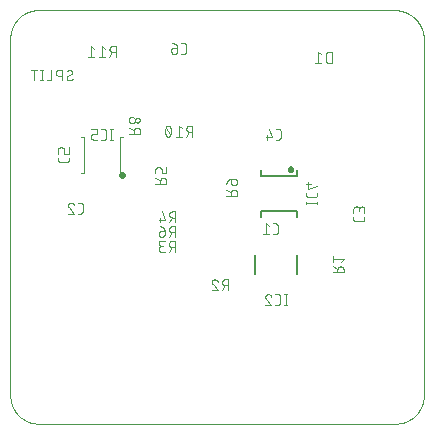
<source format=gbo>
G04 EAGLE Gerber X2 export*
%TF.Part,Single*%
%TF.FileFunction,Other,Silk bottom*%
%TF.FilePolarity,Positive*%
%TF.GenerationSoftware,Autodesk,EAGLE,9.0.0*%
%TF.CreationDate,2018-05-03T06:00:41Z*%
G75*
%MOMM*%
%FSLAX35Y35*%
%LPD*%
%AMOC8*
5,1,8,0,0,1.08239X$1,22.5*%
G01*
%ADD10C,0.000000*%
%ADD11C,0.076200*%
%ADD12C,0.101600*%
%ADD13C,0.300000*%
%ADD14C,0.127000*%


D10*
X250000Y0D02*
X3250000Y0D01*
X3500000Y225000D02*
X3500000Y3275000D01*
X3225000Y3500000D02*
X250000Y3500000D01*
X0Y3275000D02*
X0Y225000D01*
X0Y3275000D02*
X371Y3280735D01*
X881Y3286460D01*
X1529Y3292170D01*
X2315Y3297864D01*
X3238Y3303536D01*
X4298Y3309185D01*
X5494Y3314806D01*
X6826Y3320397D01*
X8292Y3325954D01*
X9892Y3331474D01*
X11626Y3336954D01*
X13491Y3342390D01*
X15487Y3347780D01*
X17612Y3353120D01*
X19866Y3358406D01*
X22247Y3363637D01*
X24754Y3368809D01*
X27385Y3373919D01*
X30138Y3378963D01*
X33013Y3383940D01*
X36007Y3388846D01*
X39119Y3393678D01*
X42347Y3398433D01*
X45688Y3403109D01*
X49142Y3407703D01*
X52706Y3412212D01*
X56377Y3416633D01*
X60154Y3420965D01*
X64035Y3425204D01*
X68018Y3429348D01*
X72099Y3433395D01*
X76276Y3437342D01*
X80548Y3441186D01*
X84912Y3444927D01*
X89365Y3448561D01*
X93904Y3452086D01*
X98527Y3455500D01*
X103231Y3458802D01*
X108014Y3461989D01*
X112872Y3465060D01*
X117803Y3468012D01*
X122804Y3470844D01*
X127872Y3473555D01*
X133003Y3476142D01*
X138196Y3478605D01*
X143447Y3480942D01*
X148753Y3483150D01*
X154111Y3485230D01*
X159517Y3487180D01*
X164969Y3488999D01*
X170463Y3490686D01*
X175997Y3492239D01*
X181566Y3493658D01*
X187168Y3494942D01*
X192799Y3496090D01*
X198457Y3497102D01*
X204137Y3497977D01*
X209837Y3498715D01*
X215553Y3499314D01*
X221281Y3499775D01*
X227020Y3500098D01*
X232764Y3500282D01*
X238511Y3500327D01*
X244257Y3500233D01*
X250000Y3500000D01*
X3225000Y3500000D02*
X3231143Y3500538D01*
X3237297Y3500926D01*
X3243459Y3501162D01*
X3249625Y3501247D01*
X3255791Y3501180D01*
X3261953Y3500962D01*
X3268109Y3500594D01*
X3274253Y3500074D01*
X3280383Y3499403D01*
X3286494Y3498582D01*
X3292584Y3497612D01*
X3298648Y3496492D01*
X3304682Y3495224D01*
X3310684Y3493808D01*
X3316649Y3492246D01*
X3322574Y3490537D01*
X3328455Y3488684D01*
X3334289Y3486686D01*
X3340072Y3484546D01*
X3345801Y3482265D01*
X3351472Y3479844D01*
X3357083Y3477285D01*
X3362628Y3474588D01*
X3368106Y3471757D01*
X3373512Y3468792D01*
X3378845Y3465694D01*
X3384099Y3462467D01*
X3389273Y3459113D01*
X3394363Y3455632D01*
X3399366Y3452027D01*
X3404279Y3448300D01*
X3409099Y3444454D01*
X3413823Y3440491D01*
X3418449Y3436414D01*
X3422973Y3432224D01*
X3427393Y3427924D01*
X3431706Y3423517D01*
X3435909Y3419005D01*
X3440001Y3414392D01*
X3443978Y3409679D01*
X3447839Y3404871D01*
X3451580Y3399969D01*
X3455199Y3394977D01*
X3458695Y3389897D01*
X3462066Y3384733D01*
X3465309Y3379489D01*
X3468422Y3374166D01*
X3471403Y3368768D01*
X3474251Y3363299D01*
X3476964Y3357761D01*
X3479540Y3352159D01*
X3481978Y3346495D01*
X3484276Y3340773D01*
X3486433Y3334996D01*
X3488448Y3329168D01*
X3490319Y3323292D01*
X3492045Y3317372D01*
X3493626Y3311412D01*
X3495060Y3305415D01*
X3496346Y3299384D01*
X3497484Y3293323D01*
X3498472Y3287237D01*
X3499311Y3281128D01*
X3500000Y3275000D01*
X3500000Y225000D02*
X3499629Y219265D01*
X3499119Y213540D01*
X3498471Y207830D01*
X3497685Y202136D01*
X3496762Y196464D01*
X3495702Y190815D01*
X3494506Y185194D01*
X3493174Y179603D01*
X3491708Y174046D01*
X3490108Y168526D01*
X3488374Y163046D01*
X3486509Y157610D01*
X3484513Y152220D01*
X3482388Y146880D01*
X3480134Y141594D01*
X3477753Y136363D01*
X3475246Y131191D01*
X3472615Y126081D01*
X3469862Y121037D01*
X3466987Y116060D01*
X3463993Y111154D01*
X3460881Y106322D01*
X3457653Y101567D01*
X3454312Y96891D01*
X3450858Y92297D01*
X3447294Y87788D01*
X3443623Y83367D01*
X3439846Y79035D01*
X3435965Y74796D01*
X3431982Y70652D01*
X3427901Y66605D01*
X3423724Y62658D01*
X3419452Y58814D01*
X3415088Y55073D01*
X3410635Y51439D01*
X3406096Y47914D01*
X3401473Y44500D01*
X3396769Y41198D01*
X3391986Y38011D01*
X3387128Y34940D01*
X3382197Y31988D01*
X3377196Y29156D01*
X3372128Y26445D01*
X3366997Y23858D01*
X3361804Y21395D01*
X3356553Y19058D01*
X3351247Y16850D01*
X3345889Y14770D01*
X3340483Y12820D01*
X3335031Y11001D01*
X3329537Y9314D01*
X3324003Y7761D01*
X3318434Y6342D01*
X3312832Y5058D01*
X3307201Y3910D01*
X3301543Y2898D01*
X3295863Y2023D01*
X3290163Y1285D01*
X3284447Y686D01*
X3278719Y225D01*
X3272980Y-98D01*
X3267236Y-282D01*
X3261489Y-327D01*
X3255743Y-233D01*
X3250000Y0D01*
X250000Y0D02*
X244257Y-233D01*
X238511Y-327D01*
X232764Y-282D01*
X227020Y-98D01*
X221281Y225D01*
X215553Y686D01*
X209837Y1285D01*
X204137Y2023D01*
X198457Y2898D01*
X192799Y3910D01*
X187168Y5058D01*
X181566Y6342D01*
X175997Y7761D01*
X170463Y9314D01*
X164969Y11001D01*
X159517Y12820D01*
X154111Y14770D01*
X148753Y16850D01*
X143447Y19058D01*
X138196Y21395D01*
X133003Y23858D01*
X127872Y26445D01*
X122804Y29156D01*
X117803Y31988D01*
X112872Y34940D01*
X108014Y38011D01*
X103231Y41198D01*
X98527Y44500D01*
X93904Y47914D01*
X89365Y51439D01*
X84912Y55073D01*
X80548Y58814D01*
X76276Y62658D01*
X72099Y66605D01*
X68018Y70652D01*
X64035Y74796D01*
X60154Y79035D01*
X56377Y83367D01*
X52706Y87788D01*
X49142Y92297D01*
X45688Y96891D01*
X42347Y101567D01*
X39119Y106322D01*
X36007Y111154D01*
X33013Y116060D01*
X30138Y121037D01*
X27385Y126081D01*
X24754Y131191D01*
X22247Y136363D01*
X19866Y141594D01*
X17612Y146880D01*
X15487Y152220D01*
X13491Y157610D01*
X11626Y163046D01*
X9892Y168526D01*
X8292Y174046D01*
X6826Y179603D01*
X5494Y185194D01*
X4298Y190815D01*
X3238Y196464D01*
X2315Y202136D01*
X1529Y207830D01*
X881Y213540D01*
X371Y219265D01*
X0Y225000D01*
X3225000Y3500000D02*
X3231143Y3500538D01*
X3237297Y3500926D01*
X3243459Y3501162D01*
X3249625Y3501247D01*
X3255791Y3501180D01*
X3261953Y3500962D01*
X3268109Y3500594D01*
X3274253Y3500074D01*
X3280383Y3499403D01*
X3286494Y3498582D01*
X3292584Y3497612D01*
X3298648Y3496492D01*
X3304682Y3495224D01*
X3310684Y3493808D01*
X3316649Y3492246D01*
X3322574Y3490537D01*
X3328455Y3488684D01*
X3334289Y3486686D01*
X3340072Y3484546D01*
X3345801Y3482265D01*
X3351472Y3479844D01*
X3357083Y3477285D01*
X3362628Y3474588D01*
X3368106Y3471757D01*
X3373512Y3468792D01*
X3378845Y3465694D01*
X3384099Y3462467D01*
X3389273Y3459113D01*
X3394363Y3455632D01*
X3399366Y3452027D01*
X3404279Y3448300D01*
X3409099Y3444454D01*
X3413823Y3440491D01*
X3418449Y3436414D01*
X3422973Y3432224D01*
X3427393Y3427924D01*
X3431706Y3423517D01*
X3435909Y3419005D01*
X3440001Y3414392D01*
X3443978Y3409679D01*
X3447839Y3404871D01*
X3451580Y3399969D01*
X3455199Y3394977D01*
X3458695Y3389897D01*
X3462066Y3384733D01*
X3465309Y3379489D01*
X3468422Y3374166D01*
X3471403Y3368768D01*
X3474251Y3363299D01*
X3476964Y3357761D01*
X3479540Y3352159D01*
X3481978Y3346495D01*
X3484276Y3340773D01*
X3486433Y3334996D01*
X3488448Y3329168D01*
X3490319Y3323292D01*
X3492045Y3317372D01*
X3493626Y3311412D01*
X3495060Y3305415D01*
X3496346Y3299384D01*
X3497484Y3293323D01*
X3498472Y3287237D01*
X3499311Y3281128D01*
X3500000Y3275000D01*
X3500000Y225000D02*
X3499629Y219265D01*
X3499119Y213540D01*
X3498471Y207830D01*
X3497685Y202136D01*
X3496762Y196464D01*
X3495702Y190815D01*
X3494506Y185194D01*
X3493174Y179603D01*
X3491708Y174046D01*
X3490108Y168526D01*
X3488374Y163046D01*
X3486509Y157610D01*
X3484513Y152220D01*
X3482388Y146880D01*
X3480134Y141594D01*
X3477753Y136363D01*
X3475246Y131191D01*
X3472615Y126081D01*
X3469862Y121037D01*
X3466987Y116060D01*
X3463993Y111154D01*
X3460881Y106322D01*
X3457653Y101567D01*
X3454312Y96891D01*
X3450858Y92297D01*
X3447294Y87788D01*
X3443623Y83367D01*
X3439846Y79035D01*
X3435965Y74796D01*
X3431982Y70652D01*
X3427901Y66605D01*
X3423724Y62658D01*
X3419452Y58814D01*
X3415088Y55073D01*
X3410635Y51439D01*
X3406096Y47914D01*
X3401473Y44500D01*
X3396769Y41198D01*
X3391986Y38011D01*
X3387128Y34940D01*
X3382197Y31988D01*
X3377196Y29156D01*
X3372128Y26445D01*
X3366997Y23858D01*
X3361804Y21395D01*
X3356553Y19058D01*
X3351247Y16850D01*
X3345889Y14770D01*
X3340483Y12820D01*
X3335031Y11001D01*
X3329537Y9314D01*
X3324003Y7761D01*
X3318434Y6342D01*
X3312832Y5058D01*
X3307201Y3910D01*
X3301543Y2898D01*
X3295863Y2023D01*
X3290163Y1285D01*
X3284447Y686D01*
X3278719Y225D01*
X3272980Y-98D01*
X3267236Y-282D01*
X3261489Y-327D01*
X3255743Y-233D01*
X3250000Y0D01*
X250000Y0D02*
X244257Y-233D01*
X238511Y-327D01*
X232764Y-282D01*
X227020Y-98D01*
X221281Y225D01*
X215553Y686D01*
X209837Y1285D01*
X204137Y2023D01*
X198457Y2898D01*
X192799Y3910D01*
X187168Y5058D01*
X181566Y6342D01*
X175997Y7761D01*
X170463Y9314D01*
X164969Y11001D01*
X159517Y12820D01*
X154111Y14770D01*
X148753Y16850D01*
X143447Y19058D01*
X138196Y21395D01*
X133003Y23858D01*
X127872Y26445D01*
X122804Y29156D01*
X117803Y31988D01*
X112872Y34940D01*
X108014Y38011D01*
X103231Y41198D01*
X98527Y44500D01*
X93904Y47914D01*
X89365Y51439D01*
X84912Y55073D01*
X80548Y58814D01*
X76276Y62658D01*
X72099Y66605D01*
X68018Y70652D01*
X64035Y74796D01*
X60154Y79035D01*
X56377Y83367D01*
X52706Y87788D01*
X49142Y92297D01*
X45688Y96891D01*
X42347Y101567D01*
X39119Y106322D01*
X36007Y111154D01*
X33013Y116060D01*
X30138Y121037D01*
X27385Y126081D01*
X24754Y131191D01*
X22247Y136363D01*
X19866Y141594D01*
X17612Y146880D01*
X15487Y152220D01*
X13491Y157610D01*
X11626Y163046D01*
X9892Y168526D01*
X8292Y174046D01*
X6826Y179603D01*
X5494Y185194D01*
X4298Y190815D01*
X3238Y196464D01*
X2315Y202136D01*
X1529Y207830D01*
X881Y213540D01*
X371Y219265D01*
X0Y225000D01*
D11*
X1447231Y3128810D02*
X1467760Y3128810D01*
X1468256Y3128816D01*
X1468752Y3128834D01*
X1469247Y3128864D01*
X1469741Y3128906D01*
X1470234Y3128960D01*
X1470726Y3129025D01*
X1471216Y3129103D01*
X1471704Y3129192D01*
X1472190Y3129294D01*
X1472673Y3129407D01*
X1473153Y3129531D01*
X1473630Y3129667D01*
X1474104Y3129815D01*
X1474574Y3129974D01*
X1475040Y3130144D01*
X1475501Y3130326D01*
X1475959Y3130518D01*
X1476411Y3130722D01*
X1476858Y3130936D01*
X1477300Y3131161D01*
X1477737Y3131397D01*
X1478167Y3131644D01*
X1478592Y3131900D01*
X1479010Y3132167D01*
X1479422Y3132444D01*
X1479827Y3132731D01*
X1480224Y3133027D01*
X1480615Y3133333D01*
X1480998Y3133648D01*
X1481373Y3133973D01*
X1481741Y3134306D01*
X1482100Y3134648D01*
X1482451Y3134999D01*
X1482793Y3135358D01*
X1483126Y3135726D01*
X1483451Y3136101D01*
X1483766Y3136484D01*
X1484072Y3136875D01*
X1484368Y3137272D01*
X1484655Y3137677D01*
X1484932Y3138089D01*
X1485199Y3138507D01*
X1485455Y3138932D01*
X1485702Y3139362D01*
X1485938Y3139799D01*
X1486163Y3140241D01*
X1486377Y3140688D01*
X1486581Y3141140D01*
X1486773Y3141598D01*
X1486955Y3142059D01*
X1487125Y3142525D01*
X1487284Y3142995D01*
X1487432Y3143469D01*
X1487568Y3143946D01*
X1487692Y3144426D01*
X1487805Y3144909D01*
X1487907Y3145395D01*
X1487996Y3145883D01*
X1488074Y3146373D01*
X1488139Y3146865D01*
X1488193Y3147358D01*
X1488235Y3147852D01*
X1488265Y3148347D01*
X1488283Y3148843D01*
X1488289Y3149339D01*
X1488288Y3149339D02*
X1488288Y3200661D01*
X1488289Y3200661D02*
X1488283Y3201157D01*
X1488265Y3201653D01*
X1488235Y3202148D01*
X1488193Y3202642D01*
X1488139Y3203135D01*
X1488074Y3203627D01*
X1487996Y3204117D01*
X1487907Y3204605D01*
X1487805Y3205091D01*
X1487692Y3205574D01*
X1487568Y3206054D01*
X1487432Y3206531D01*
X1487284Y3207005D01*
X1487125Y3207475D01*
X1486955Y3207941D01*
X1486773Y3208402D01*
X1486581Y3208860D01*
X1486377Y3209312D01*
X1486163Y3209759D01*
X1485938Y3210201D01*
X1485702Y3210638D01*
X1485455Y3211068D01*
X1485199Y3211493D01*
X1484932Y3211911D01*
X1484655Y3212323D01*
X1484368Y3212728D01*
X1484072Y3213125D01*
X1483766Y3213516D01*
X1483451Y3213899D01*
X1483126Y3214274D01*
X1482793Y3214642D01*
X1482451Y3215001D01*
X1482100Y3215352D01*
X1481741Y3215694D01*
X1481373Y3216027D01*
X1480998Y3216352D01*
X1480615Y3216667D01*
X1480224Y3216973D01*
X1479827Y3217269D01*
X1479422Y3217556D01*
X1479010Y3217833D01*
X1478592Y3218100D01*
X1478167Y3218356D01*
X1477737Y3218603D01*
X1477300Y3218839D01*
X1476858Y3219064D01*
X1476411Y3219278D01*
X1475959Y3219482D01*
X1475501Y3219674D01*
X1475040Y3219856D01*
X1474574Y3220026D01*
X1474104Y3220185D01*
X1473630Y3220333D01*
X1473153Y3220469D01*
X1472673Y3220593D01*
X1472190Y3220706D01*
X1471704Y3220808D01*
X1471216Y3220897D01*
X1470726Y3220975D01*
X1470234Y3221040D01*
X1469741Y3221094D01*
X1469247Y3221136D01*
X1468752Y3221166D01*
X1468256Y3221184D01*
X1467760Y3221190D01*
X1447231Y3221190D01*
X1413034Y3180132D02*
X1382241Y3180132D01*
X1381737Y3180126D01*
X1381234Y3180107D01*
X1380731Y3180076D01*
X1380229Y3180033D01*
X1379728Y3179978D01*
X1379229Y3179910D01*
X1378731Y3179830D01*
X1378236Y3179738D01*
X1377743Y3179633D01*
X1377253Y3179517D01*
X1376766Y3179388D01*
X1376282Y3179248D01*
X1375801Y3179096D01*
X1375325Y3178932D01*
X1374853Y3178756D01*
X1374385Y3178569D01*
X1373922Y3178371D01*
X1373464Y3178161D01*
X1373011Y3177940D01*
X1372564Y3177708D01*
X1372122Y3177465D01*
X1371687Y3177211D01*
X1371258Y3176947D01*
X1370836Y3176672D01*
X1370420Y3176387D01*
X1370012Y3176092D01*
X1369611Y3175787D01*
X1369218Y3175472D01*
X1368832Y3175148D01*
X1368455Y3174814D01*
X1368086Y3174471D01*
X1367725Y3174119D01*
X1367373Y3173759D01*
X1367030Y3173390D01*
X1366696Y3173012D01*
X1366372Y3172627D01*
X1366057Y3172233D01*
X1365752Y3171832D01*
X1365457Y3171424D01*
X1365172Y3171008D01*
X1364897Y3170586D01*
X1364633Y3170157D01*
X1364379Y3169722D01*
X1364136Y3169280D01*
X1363904Y3168833D01*
X1363683Y3168380D01*
X1363473Y3167922D01*
X1363275Y3167459D01*
X1363088Y3166992D01*
X1362912Y3166519D01*
X1362748Y3166043D01*
X1362596Y3165562D01*
X1362456Y3165079D01*
X1362327Y3164591D01*
X1362211Y3164101D01*
X1362107Y3163608D01*
X1362014Y3163113D01*
X1361934Y3162616D01*
X1361866Y3162116D01*
X1361811Y3161615D01*
X1361768Y3161114D01*
X1361737Y3160611D01*
X1361718Y3160107D01*
X1361712Y3159603D01*
X1361712Y3154471D01*
X1361720Y3153846D01*
X1361742Y3153222D01*
X1361780Y3152598D01*
X1361834Y3151975D01*
X1361902Y3151354D01*
X1361985Y3150735D01*
X1362084Y3150118D01*
X1362197Y3149503D01*
X1362326Y3148892D01*
X1362469Y3148283D01*
X1362627Y3147679D01*
X1362800Y3147078D01*
X1362987Y3146482D01*
X1363189Y3145890D01*
X1363405Y3145304D01*
X1363636Y3144723D01*
X1363880Y3144148D01*
X1364138Y3143579D01*
X1364410Y3143016D01*
X1364696Y3142461D01*
X1364995Y3141912D01*
X1365308Y3141371D01*
X1365633Y3140837D01*
X1365972Y3140312D01*
X1366323Y3139795D01*
X1366687Y3139287D01*
X1367062Y3138788D01*
X1367450Y3138298D01*
X1367850Y3137817D01*
X1368261Y3137347D01*
X1368684Y3136887D01*
X1369118Y3136437D01*
X1369562Y3135998D01*
X1370017Y3135569D01*
X1370483Y3135152D01*
X1370958Y3134747D01*
X1371444Y3134353D01*
X1371938Y3133971D01*
X1372442Y3133601D01*
X1372955Y3133244D01*
X1373476Y3132899D01*
X1374005Y3132567D01*
X1374543Y3132248D01*
X1375087Y3131942D01*
X1375640Y3131650D01*
X1376199Y3131371D01*
X1376765Y3131105D01*
X1377337Y3130854D01*
X1377915Y3130617D01*
X1378499Y3130393D01*
X1379088Y3130184D01*
X1379681Y3129990D01*
X1380280Y3129810D01*
X1380882Y3129644D01*
X1381489Y3129494D01*
X1382099Y3129358D01*
X1382712Y3129237D01*
X1383328Y3129131D01*
X1383946Y3129040D01*
X1384566Y3128964D01*
X1385188Y3128903D01*
X1385812Y3128858D01*
X1386436Y3128827D01*
X1387061Y3128812D01*
X1387685Y3128812D01*
X1388310Y3128827D01*
X1388934Y3128858D01*
X1389558Y3128903D01*
X1390180Y3128964D01*
X1390800Y3129040D01*
X1391418Y3129131D01*
X1392034Y3129237D01*
X1392647Y3129358D01*
X1393257Y3129494D01*
X1393864Y3129644D01*
X1394466Y3129810D01*
X1395065Y3129990D01*
X1395658Y3130184D01*
X1396247Y3130393D01*
X1396831Y3130617D01*
X1397409Y3130854D01*
X1397981Y3131105D01*
X1398547Y3131371D01*
X1399106Y3131650D01*
X1399659Y3131942D01*
X1400204Y3132248D01*
X1400741Y3132567D01*
X1401270Y3132899D01*
X1401791Y3133244D01*
X1402304Y3133601D01*
X1402808Y3133971D01*
X1403302Y3134353D01*
X1403788Y3134747D01*
X1404263Y3135152D01*
X1404729Y3135569D01*
X1405184Y3135998D01*
X1405628Y3136437D01*
X1406062Y3136887D01*
X1406485Y3137347D01*
X1406896Y3137817D01*
X1407296Y3138298D01*
X1407684Y3138788D01*
X1408059Y3139287D01*
X1408423Y3139795D01*
X1408774Y3140312D01*
X1409113Y3140837D01*
X1409438Y3141371D01*
X1409751Y3141912D01*
X1410050Y3142461D01*
X1410336Y3143016D01*
X1410608Y3143579D01*
X1410866Y3144148D01*
X1411110Y3144723D01*
X1411341Y3145304D01*
X1411557Y3145890D01*
X1411759Y3146482D01*
X1411946Y3147078D01*
X1412119Y3147679D01*
X1412277Y3148283D01*
X1412420Y3148892D01*
X1412549Y3149503D01*
X1412662Y3150118D01*
X1412761Y3150735D01*
X1412844Y3151354D01*
X1412912Y3151975D01*
X1412966Y3152598D01*
X1413004Y3153222D01*
X1413026Y3153846D01*
X1413034Y3154471D01*
X1413034Y3180132D01*
X1413022Y3181124D01*
X1412986Y3182116D01*
X1412926Y3183106D01*
X1412842Y3184095D01*
X1412735Y3185081D01*
X1412603Y3186064D01*
X1412448Y3187044D01*
X1412269Y3188020D01*
X1412067Y3188992D01*
X1411841Y3189958D01*
X1411592Y3190918D01*
X1411320Y3191872D01*
X1411024Y3192820D01*
X1410706Y3193759D01*
X1410366Y3194691D01*
X1410003Y3195615D01*
X1409618Y3196529D01*
X1409210Y3197434D01*
X1408781Y3198329D01*
X1408331Y3199213D01*
X1407859Y3200086D01*
X1407367Y3200947D01*
X1406853Y3201796D01*
X1406320Y3202632D01*
X1405766Y3203456D01*
X1405193Y3204265D01*
X1404600Y3205061D01*
X1403988Y3205842D01*
X1403357Y3206608D01*
X1402708Y3207358D01*
X1402041Y3208093D01*
X1401357Y3208811D01*
X1400655Y3209513D01*
X1399937Y3210197D01*
X1399202Y3210864D01*
X1398452Y3211513D01*
X1397686Y3212144D01*
X1396905Y3212756D01*
X1396109Y3213349D01*
X1395300Y3213922D01*
X1394476Y3214476D01*
X1393640Y3215009D01*
X1392791Y3215523D01*
X1391930Y3216015D01*
X1391057Y3216487D01*
X1390173Y3216937D01*
X1389278Y3217366D01*
X1388373Y3217774D01*
X1387459Y3218159D01*
X1386535Y3218522D01*
X1385603Y3218862D01*
X1384664Y3219180D01*
X1383716Y3219476D01*
X1382762Y3219748D01*
X1381802Y3219997D01*
X1380836Y3220223D01*
X1379864Y3220425D01*
X1378888Y3220604D01*
X1377908Y3220759D01*
X1376925Y3220891D01*
X1375939Y3220998D01*
X1374950Y3221082D01*
X1373960Y3221142D01*
X1372968Y3221178D01*
X1371976Y3221190D01*
X403810Y2252769D02*
X403810Y2232240D01*
X403816Y2231744D01*
X403834Y2231248D01*
X403864Y2230753D01*
X403906Y2230259D01*
X403960Y2229766D01*
X404025Y2229274D01*
X404103Y2228784D01*
X404192Y2228296D01*
X404294Y2227810D01*
X404407Y2227327D01*
X404531Y2226847D01*
X404667Y2226370D01*
X404815Y2225896D01*
X404974Y2225426D01*
X405144Y2224960D01*
X405326Y2224499D01*
X405518Y2224041D01*
X405722Y2223589D01*
X405936Y2223142D01*
X406161Y2222700D01*
X406397Y2222263D01*
X406644Y2221833D01*
X406900Y2221408D01*
X407167Y2220990D01*
X407444Y2220578D01*
X407731Y2220173D01*
X408027Y2219776D01*
X408333Y2219385D01*
X408648Y2219002D01*
X408973Y2218627D01*
X409306Y2218259D01*
X409648Y2217900D01*
X409999Y2217549D01*
X410358Y2217207D01*
X410726Y2216874D01*
X411101Y2216549D01*
X411484Y2216234D01*
X411875Y2215928D01*
X412272Y2215632D01*
X412677Y2215345D01*
X413089Y2215068D01*
X413507Y2214801D01*
X413932Y2214545D01*
X414362Y2214298D01*
X414799Y2214062D01*
X415241Y2213837D01*
X415688Y2213623D01*
X416140Y2213419D01*
X416598Y2213227D01*
X417059Y2213045D01*
X417525Y2212875D01*
X417995Y2212716D01*
X418469Y2212568D01*
X418946Y2212432D01*
X419426Y2212308D01*
X419909Y2212195D01*
X420395Y2212093D01*
X420883Y2212004D01*
X421373Y2211926D01*
X421865Y2211861D01*
X422358Y2211807D01*
X422852Y2211765D01*
X423347Y2211735D01*
X423843Y2211717D01*
X424339Y2211711D01*
X424339Y2211712D02*
X475661Y2211712D01*
X476165Y2211718D01*
X476668Y2211737D01*
X477171Y2211768D01*
X477673Y2211811D01*
X478174Y2211866D01*
X478673Y2211934D01*
X479171Y2212014D01*
X479666Y2212106D01*
X480159Y2212211D01*
X480649Y2212327D01*
X481136Y2212456D01*
X481620Y2212596D01*
X482101Y2212748D01*
X482577Y2212912D01*
X483049Y2213088D01*
X483517Y2213275D01*
X483980Y2213473D01*
X484438Y2213683D01*
X484891Y2213904D01*
X485338Y2214136D01*
X485780Y2214379D01*
X486215Y2214633D01*
X486644Y2214897D01*
X487066Y2215172D01*
X487482Y2215457D01*
X487890Y2215752D01*
X488291Y2216057D01*
X488684Y2216372D01*
X489070Y2216696D01*
X489447Y2217030D01*
X489816Y2217373D01*
X490177Y2217725D01*
X490529Y2218085D01*
X490872Y2218454D01*
X491206Y2218832D01*
X491530Y2219217D01*
X491845Y2219611D01*
X492150Y2220012D01*
X492445Y2220420D01*
X492730Y2220836D01*
X493005Y2221258D01*
X493269Y2221687D01*
X493523Y2222122D01*
X493766Y2222564D01*
X493998Y2223011D01*
X494219Y2223464D01*
X494429Y2223922D01*
X494627Y2224385D01*
X494814Y2224852D01*
X494990Y2225325D01*
X495154Y2225801D01*
X495306Y2226282D01*
X495446Y2226765D01*
X495575Y2227253D01*
X495691Y2227743D01*
X495795Y2228236D01*
X495888Y2228731D01*
X495968Y2229228D01*
X496036Y2229728D01*
X496091Y2230229D01*
X496134Y2230730D01*
X496165Y2231233D01*
X496184Y2231737D01*
X496190Y2232241D01*
X496190Y2232240D02*
X496190Y2252769D01*
X403810Y2286966D02*
X403810Y2317759D01*
X403816Y2318263D01*
X403835Y2318766D01*
X403866Y2319269D01*
X403909Y2319771D01*
X403964Y2320272D01*
X404032Y2320771D01*
X404112Y2321269D01*
X404204Y2321764D01*
X404309Y2322257D01*
X404425Y2322747D01*
X404554Y2323234D01*
X404694Y2323718D01*
X404846Y2324199D01*
X405010Y2324675D01*
X405186Y2325147D01*
X405373Y2325615D01*
X405571Y2326078D01*
X405781Y2326536D01*
X406002Y2326989D01*
X406234Y2327436D01*
X406477Y2327878D01*
X406731Y2328313D01*
X406995Y2328742D01*
X407270Y2329164D01*
X407555Y2329580D01*
X407850Y2329988D01*
X408155Y2330389D01*
X408470Y2330782D01*
X408794Y2331168D01*
X409128Y2331545D01*
X409471Y2331914D01*
X409823Y2332275D01*
X410183Y2332627D01*
X410552Y2332970D01*
X410930Y2333304D01*
X411315Y2333628D01*
X411709Y2333943D01*
X412110Y2334248D01*
X412518Y2334543D01*
X412934Y2334828D01*
X413356Y2335103D01*
X413785Y2335367D01*
X414220Y2335621D01*
X414662Y2335864D01*
X415109Y2336096D01*
X415562Y2336317D01*
X416020Y2336527D01*
X416483Y2336725D01*
X416950Y2336912D01*
X417423Y2337088D01*
X417899Y2337252D01*
X418380Y2337404D01*
X418863Y2337544D01*
X419351Y2337673D01*
X419841Y2337789D01*
X420334Y2337893D01*
X420829Y2337986D01*
X421326Y2338066D01*
X421826Y2338134D01*
X422327Y2338189D01*
X422828Y2338232D01*
X423331Y2338263D01*
X423835Y2338282D01*
X424339Y2338288D01*
X434603Y2338288D01*
X435099Y2338282D01*
X435595Y2338264D01*
X436090Y2338234D01*
X436584Y2338192D01*
X437077Y2338138D01*
X437569Y2338073D01*
X438059Y2337995D01*
X438547Y2337906D01*
X439033Y2337804D01*
X439516Y2337691D01*
X439996Y2337567D01*
X440473Y2337431D01*
X440947Y2337283D01*
X441417Y2337124D01*
X441883Y2336954D01*
X442344Y2336772D01*
X442802Y2336580D01*
X443254Y2336376D01*
X443701Y2336162D01*
X444143Y2335937D01*
X444580Y2335701D01*
X445010Y2335454D01*
X445435Y2335198D01*
X445853Y2334931D01*
X446265Y2334654D01*
X446670Y2334367D01*
X447067Y2334071D01*
X447458Y2333765D01*
X447841Y2333450D01*
X448216Y2333125D01*
X448584Y2332792D01*
X448943Y2332450D01*
X449294Y2332099D01*
X449636Y2331740D01*
X449969Y2331372D01*
X450294Y2330997D01*
X450609Y2330614D01*
X450915Y2330223D01*
X451211Y2329826D01*
X451498Y2329421D01*
X451775Y2329009D01*
X452042Y2328591D01*
X452298Y2328166D01*
X452545Y2327736D01*
X452781Y2327299D01*
X453006Y2326857D01*
X453220Y2326410D01*
X453424Y2325958D01*
X453616Y2325500D01*
X453798Y2325039D01*
X453968Y2324573D01*
X454127Y2324103D01*
X454275Y2323629D01*
X454411Y2323152D01*
X454535Y2322672D01*
X454648Y2322189D01*
X454750Y2321703D01*
X454839Y2321215D01*
X454917Y2320725D01*
X454982Y2320233D01*
X455036Y2319740D01*
X455078Y2319246D01*
X455108Y2318751D01*
X455126Y2318255D01*
X455132Y2317759D01*
X455132Y2286966D01*
X496190Y2286966D01*
X496190Y2338288D01*
X2222231Y1603810D02*
X2242760Y1603810D01*
X2243256Y1603816D01*
X2243752Y1603834D01*
X2244247Y1603864D01*
X2244741Y1603906D01*
X2245234Y1603960D01*
X2245726Y1604025D01*
X2246216Y1604103D01*
X2246704Y1604192D01*
X2247190Y1604294D01*
X2247673Y1604407D01*
X2248153Y1604531D01*
X2248630Y1604667D01*
X2249104Y1604815D01*
X2249574Y1604974D01*
X2250040Y1605144D01*
X2250501Y1605326D01*
X2250959Y1605518D01*
X2251411Y1605722D01*
X2251858Y1605936D01*
X2252300Y1606161D01*
X2252737Y1606397D01*
X2253167Y1606644D01*
X2253592Y1606900D01*
X2254010Y1607167D01*
X2254422Y1607444D01*
X2254827Y1607731D01*
X2255224Y1608027D01*
X2255615Y1608333D01*
X2255998Y1608648D01*
X2256373Y1608973D01*
X2256741Y1609306D01*
X2257100Y1609648D01*
X2257451Y1609999D01*
X2257793Y1610358D01*
X2258126Y1610726D01*
X2258451Y1611101D01*
X2258766Y1611484D01*
X2259072Y1611875D01*
X2259368Y1612272D01*
X2259655Y1612677D01*
X2259932Y1613089D01*
X2260199Y1613507D01*
X2260455Y1613932D01*
X2260702Y1614362D01*
X2260938Y1614799D01*
X2261163Y1615241D01*
X2261377Y1615688D01*
X2261581Y1616140D01*
X2261773Y1616598D01*
X2261955Y1617059D01*
X2262125Y1617525D01*
X2262284Y1617995D01*
X2262432Y1618469D01*
X2262568Y1618946D01*
X2262692Y1619426D01*
X2262805Y1619909D01*
X2262907Y1620395D01*
X2262996Y1620883D01*
X2263074Y1621373D01*
X2263139Y1621865D01*
X2263193Y1622358D01*
X2263235Y1622852D01*
X2263265Y1623347D01*
X2263283Y1623843D01*
X2263289Y1624339D01*
X2263288Y1624339D02*
X2263288Y1675661D01*
X2263289Y1675661D02*
X2263283Y1676157D01*
X2263265Y1676653D01*
X2263235Y1677148D01*
X2263193Y1677642D01*
X2263139Y1678135D01*
X2263074Y1678627D01*
X2262996Y1679117D01*
X2262907Y1679605D01*
X2262805Y1680091D01*
X2262692Y1680574D01*
X2262568Y1681054D01*
X2262432Y1681531D01*
X2262284Y1682005D01*
X2262125Y1682475D01*
X2261955Y1682941D01*
X2261773Y1683402D01*
X2261581Y1683860D01*
X2261377Y1684312D01*
X2261163Y1684759D01*
X2260938Y1685201D01*
X2260702Y1685638D01*
X2260455Y1686068D01*
X2260199Y1686493D01*
X2259932Y1686911D01*
X2259655Y1687323D01*
X2259368Y1687728D01*
X2259072Y1688125D01*
X2258766Y1688516D01*
X2258451Y1688899D01*
X2258126Y1689274D01*
X2257793Y1689642D01*
X2257451Y1690001D01*
X2257100Y1690352D01*
X2256741Y1690694D01*
X2256373Y1691027D01*
X2255998Y1691352D01*
X2255615Y1691667D01*
X2255224Y1691973D01*
X2254827Y1692269D01*
X2254422Y1692556D01*
X2254010Y1692833D01*
X2253592Y1693100D01*
X2253167Y1693356D01*
X2252737Y1693603D01*
X2252300Y1693839D01*
X2251858Y1694064D01*
X2251411Y1694278D01*
X2250959Y1694482D01*
X2250501Y1694674D01*
X2250040Y1694856D01*
X2249574Y1695026D01*
X2249104Y1695185D01*
X2248630Y1695333D01*
X2248153Y1695469D01*
X2247673Y1695593D01*
X2247190Y1695706D01*
X2246704Y1695808D01*
X2246216Y1695897D01*
X2245726Y1695975D01*
X2245234Y1696040D01*
X2244741Y1696094D01*
X2244247Y1696136D01*
X2243752Y1696166D01*
X2243256Y1696184D01*
X2242760Y1696190D01*
X2222231Y1696190D01*
X2188034Y1675661D02*
X2162373Y1696190D01*
X2162373Y1603810D01*
X2188034Y1603810D02*
X2136712Y1603810D01*
X592760Y1778810D02*
X572231Y1778810D01*
X592760Y1778810D02*
X593256Y1778816D01*
X593752Y1778834D01*
X594247Y1778864D01*
X594741Y1778906D01*
X595234Y1778960D01*
X595726Y1779025D01*
X596216Y1779103D01*
X596704Y1779192D01*
X597190Y1779294D01*
X597673Y1779407D01*
X598153Y1779531D01*
X598630Y1779667D01*
X599104Y1779815D01*
X599574Y1779974D01*
X600040Y1780144D01*
X600501Y1780326D01*
X600959Y1780518D01*
X601411Y1780722D01*
X601858Y1780936D01*
X602300Y1781161D01*
X602737Y1781397D01*
X603167Y1781644D01*
X603592Y1781900D01*
X604010Y1782167D01*
X604422Y1782444D01*
X604827Y1782731D01*
X605224Y1783027D01*
X605615Y1783333D01*
X605998Y1783648D01*
X606373Y1783973D01*
X606741Y1784306D01*
X607100Y1784648D01*
X607451Y1784999D01*
X607793Y1785358D01*
X608126Y1785726D01*
X608451Y1786101D01*
X608766Y1786484D01*
X609072Y1786875D01*
X609368Y1787272D01*
X609655Y1787677D01*
X609932Y1788089D01*
X610199Y1788507D01*
X610455Y1788932D01*
X610702Y1789362D01*
X610938Y1789799D01*
X611163Y1790241D01*
X611377Y1790688D01*
X611581Y1791140D01*
X611773Y1791598D01*
X611955Y1792059D01*
X612125Y1792525D01*
X612284Y1792995D01*
X612432Y1793469D01*
X612568Y1793946D01*
X612692Y1794426D01*
X612805Y1794909D01*
X612907Y1795395D01*
X612996Y1795883D01*
X613074Y1796373D01*
X613139Y1796865D01*
X613193Y1797358D01*
X613235Y1797852D01*
X613265Y1798347D01*
X613283Y1798843D01*
X613289Y1799339D01*
X613288Y1799339D02*
X613288Y1850661D01*
X613289Y1850661D02*
X613283Y1851157D01*
X613265Y1851653D01*
X613235Y1852148D01*
X613193Y1852642D01*
X613139Y1853135D01*
X613074Y1853627D01*
X612996Y1854117D01*
X612907Y1854605D01*
X612805Y1855091D01*
X612692Y1855574D01*
X612568Y1856054D01*
X612432Y1856531D01*
X612284Y1857005D01*
X612125Y1857475D01*
X611955Y1857941D01*
X611773Y1858402D01*
X611581Y1858860D01*
X611377Y1859312D01*
X611163Y1859759D01*
X610938Y1860201D01*
X610702Y1860638D01*
X610455Y1861068D01*
X610199Y1861493D01*
X609932Y1861911D01*
X609655Y1862323D01*
X609368Y1862728D01*
X609072Y1863125D01*
X608766Y1863516D01*
X608451Y1863899D01*
X608126Y1864274D01*
X607793Y1864642D01*
X607451Y1865001D01*
X607100Y1865352D01*
X606741Y1865694D01*
X606373Y1866027D01*
X605998Y1866352D01*
X605615Y1866667D01*
X605224Y1866973D01*
X604827Y1867269D01*
X604422Y1867556D01*
X604010Y1867833D01*
X603592Y1868100D01*
X603167Y1868356D01*
X602737Y1868603D01*
X602300Y1868839D01*
X601858Y1869064D01*
X601411Y1869278D01*
X600959Y1869482D01*
X600501Y1869674D01*
X600040Y1869856D01*
X599574Y1870026D01*
X599104Y1870185D01*
X598630Y1870333D01*
X598153Y1870469D01*
X597673Y1870593D01*
X597190Y1870706D01*
X596704Y1870808D01*
X596216Y1870897D01*
X595726Y1870975D01*
X595234Y1871040D01*
X594741Y1871094D01*
X594247Y1871136D01*
X593752Y1871166D01*
X593256Y1871184D01*
X592760Y1871190D01*
X572231Y1871190D01*
X509807Y1871190D02*
X509240Y1871183D01*
X508673Y1871162D01*
X508108Y1871127D01*
X507543Y1871079D01*
X506980Y1871016D01*
X506418Y1870940D01*
X505858Y1870850D01*
X505301Y1870746D01*
X504747Y1870629D01*
X504195Y1870498D01*
X503647Y1870353D01*
X503103Y1870195D01*
X502562Y1870024D01*
X502026Y1869840D01*
X501495Y1869642D01*
X500969Y1869432D01*
X500448Y1869209D01*
X499932Y1868973D01*
X499423Y1868724D01*
X498920Y1868463D01*
X498423Y1868190D01*
X497934Y1867904D01*
X497451Y1867607D01*
X496976Y1867298D01*
X496509Y1866977D01*
X496049Y1866645D01*
X495598Y1866302D01*
X495156Y1865948D01*
X494722Y1865583D01*
X494297Y1865207D01*
X493882Y1864821D01*
X493476Y1864426D01*
X493080Y1864020D01*
X492695Y1863605D01*
X492319Y1863180D01*
X491954Y1862746D01*
X491600Y1862304D01*
X491257Y1861853D01*
X490925Y1861393D01*
X490604Y1860926D01*
X490295Y1860451D01*
X489998Y1859968D01*
X489712Y1859478D01*
X489439Y1858982D01*
X489178Y1858479D01*
X488929Y1857969D01*
X488693Y1857454D01*
X488470Y1856933D01*
X488260Y1856407D01*
X488062Y1855875D01*
X487878Y1855339D01*
X487706Y1854799D01*
X487549Y1854255D01*
X487404Y1853707D01*
X487273Y1853155D01*
X487156Y1852601D01*
X487052Y1852043D01*
X486962Y1851484D01*
X486886Y1850922D01*
X486823Y1850359D01*
X486775Y1849794D01*
X486740Y1849228D01*
X486719Y1848662D01*
X486712Y1848095D01*
X509807Y1871190D02*
X510524Y1871181D01*
X511241Y1871155D01*
X511958Y1871112D01*
X512673Y1871051D01*
X513386Y1870973D01*
X514097Y1870878D01*
X514806Y1870766D01*
X515512Y1870636D01*
X516214Y1870490D01*
X516913Y1870327D01*
X517607Y1870146D01*
X518297Y1869949D01*
X518982Y1869736D01*
X519662Y1869506D01*
X520336Y1869259D01*
X521003Y1868996D01*
X521665Y1868718D01*
X522319Y1868423D01*
X522966Y1868112D01*
X523605Y1867786D01*
X524236Y1867445D01*
X524859Y1867089D01*
X525473Y1866717D01*
X526078Y1866331D01*
X526673Y1865930D01*
X527258Y1865515D01*
X527833Y1865086D01*
X528398Y1864643D01*
X528952Y1864187D01*
X529494Y1863717D01*
X530025Y1863235D01*
X530545Y1862739D01*
X531052Y1862232D01*
X531546Y1861712D01*
X532028Y1861180D01*
X532497Y1860637D01*
X532953Y1860083D01*
X533395Y1859518D01*
X533823Y1858942D01*
X534238Y1858356D01*
X534638Y1857760D01*
X535023Y1857155D01*
X535394Y1856541D01*
X535750Y1855918D01*
X536090Y1855286D01*
X536415Y1854646D01*
X536725Y1853999D01*
X537019Y1853345D01*
X537297Y1852683D01*
X537559Y1852015D01*
X537804Y1851341D01*
X538034Y1850661D01*
X494410Y1830132D02*
X493974Y1830557D01*
X493549Y1830993D01*
X493135Y1831439D01*
X492732Y1831895D01*
X492340Y1832361D01*
X491959Y1832836D01*
X491591Y1833321D01*
X491234Y1833814D01*
X490890Y1834316D01*
X490558Y1834826D01*
X490239Y1835345D01*
X489932Y1835870D01*
X489639Y1836404D01*
X489359Y1836944D01*
X489092Y1837491D01*
X488838Y1838045D01*
X488599Y1838604D01*
X488373Y1839169D01*
X488161Y1839740D01*
X487963Y1840315D01*
X487779Y1840896D01*
X487609Y1841480D01*
X487454Y1842069D01*
X487314Y1842661D01*
X487187Y1843257D01*
X487076Y1843855D01*
X486979Y1844456D01*
X486897Y1845059D01*
X486830Y1845664D01*
X486778Y1846271D01*
X486741Y1846878D01*
X486718Y1847486D01*
X486711Y1848095D01*
X494410Y1830132D02*
X538034Y1778810D01*
X486712Y1778810D01*
X2722161Y3053810D02*
X2722161Y3146190D01*
X2696500Y3146190D01*
X2695880Y3146183D01*
X2695260Y3146160D01*
X2694641Y3146123D01*
X2694023Y3146070D01*
X2693407Y3146003D01*
X2692792Y3145921D01*
X2692180Y3145824D01*
X2691570Y3145712D01*
X2690963Y3145585D01*
X2690359Y3145444D01*
X2689759Y3145289D01*
X2689162Y3145119D01*
X2688570Y3144934D01*
X2687983Y3144735D01*
X2687400Y3144522D01*
X2686823Y3144296D01*
X2686252Y3144055D01*
X2685686Y3143800D01*
X2685127Y3143532D01*
X2684575Y3143251D01*
X2684029Y3142956D01*
X2683491Y3142648D01*
X2682960Y3142327D01*
X2682437Y3141994D01*
X2681923Y3141648D01*
X2681417Y3141289D01*
X2680920Y3140919D01*
X2680431Y3140536D01*
X2679953Y3140142D01*
X2679484Y3139737D01*
X2679024Y3139320D01*
X2678575Y3138892D01*
X2678137Y3138454D01*
X2677709Y3138005D01*
X2677292Y3137545D01*
X2676887Y3137076D01*
X2676493Y3136598D01*
X2676110Y3136109D01*
X2675740Y3135612D01*
X2675381Y3135106D01*
X2675035Y3134592D01*
X2674702Y3134069D01*
X2674381Y3133538D01*
X2674073Y3133000D01*
X2673778Y3132454D01*
X2673497Y3131902D01*
X2673229Y3131343D01*
X2672974Y3130777D01*
X2672733Y3130206D01*
X2672507Y3129629D01*
X2672294Y3129046D01*
X2672095Y3128459D01*
X2671910Y3127867D01*
X2671740Y3127270D01*
X2671585Y3126670D01*
X2671444Y3126066D01*
X2671317Y3125459D01*
X2671205Y3124849D01*
X2671108Y3124237D01*
X2671026Y3123622D01*
X2670959Y3123006D01*
X2670906Y3122388D01*
X2670869Y3121769D01*
X2670846Y3121149D01*
X2670839Y3120529D01*
X2670839Y3079471D01*
X2670846Y3078851D01*
X2670869Y3078231D01*
X2670906Y3077612D01*
X2670959Y3076994D01*
X2671026Y3076378D01*
X2671108Y3075763D01*
X2671205Y3075151D01*
X2671317Y3074541D01*
X2671444Y3073934D01*
X2671585Y3073330D01*
X2671740Y3072730D01*
X2671910Y3072133D01*
X2672095Y3071541D01*
X2672294Y3070954D01*
X2672507Y3070371D01*
X2672733Y3069794D01*
X2672974Y3069223D01*
X2673229Y3068657D01*
X2673497Y3068098D01*
X2673778Y3067546D01*
X2674073Y3067000D01*
X2674381Y3066462D01*
X2674702Y3065931D01*
X2675035Y3065408D01*
X2675381Y3064894D01*
X2675740Y3064388D01*
X2676110Y3063891D01*
X2676493Y3063402D01*
X2676887Y3062924D01*
X2677292Y3062455D01*
X2677709Y3061995D01*
X2678137Y3061546D01*
X2678575Y3061108D01*
X2679024Y3060680D01*
X2679484Y3060263D01*
X2679953Y3059858D01*
X2680431Y3059464D01*
X2680920Y3059081D01*
X2681417Y3058711D01*
X2681923Y3058352D01*
X2682437Y3058006D01*
X2682960Y3057673D01*
X2683491Y3057352D01*
X2684029Y3057044D01*
X2684575Y3056749D01*
X2685127Y3056468D01*
X2685686Y3056200D01*
X2686252Y3055945D01*
X2686823Y3055704D01*
X2687400Y3055478D01*
X2687983Y3055265D01*
X2688570Y3055066D01*
X2689162Y3054881D01*
X2689759Y3054711D01*
X2690359Y3054556D01*
X2690963Y3054415D01*
X2691570Y3054288D01*
X2692180Y3054176D01*
X2692792Y3054079D01*
X2693407Y3053997D01*
X2694023Y3053930D01*
X2694641Y3053877D01*
X2695260Y3053840D01*
X2695880Y3053817D01*
X2696500Y3053810D01*
X2722161Y3053810D01*
X2629161Y3125661D02*
X2603500Y3146190D01*
X2603500Y3053810D01*
X2629161Y3053810D02*
X2577839Y3053810D01*
D12*
X625000Y2425000D02*
X625000Y2125000D01*
X925000Y2125000D02*
X925000Y2425000D01*
D13*
X940000Y2100000D02*
X940003Y2100245D01*
X940012Y2100491D01*
X940027Y2100736D01*
X940048Y2100980D01*
X940075Y2101224D01*
X940108Y2101467D01*
X940147Y2101710D01*
X940192Y2101951D01*
X940243Y2102191D01*
X940300Y2102430D01*
X940362Y2102667D01*
X940431Y2102903D01*
X940505Y2103137D01*
X940585Y2103369D01*
X940670Y2103599D01*
X940761Y2103827D01*
X940858Y2104052D01*
X940960Y2104276D01*
X941068Y2104496D01*
X941181Y2104714D01*
X941299Y2104929D01*
X941423Y2105141D01*
X941551Y2105350D01*
X941685Y2105556D01*
X941824Y2105758D01*
X941968Y2105957D01*
X942117Y2106152D01*
X942270Y2106344D01*
X942428Y2106532D01*
X942590Y2106716D01*
X942758Y2106895D01*
X942929Y2107071D01*
X943105Y2107242D01*
X943284Y2107410D01*
X943468Y2107572D01*
X943656Y2107730D01*
X943848Y2107883D01*
X944043Y2108032D01*
X944242Y2108176D01*
X944444Y2108315D01*
X944650Y2108449D01*
X944859Y2108577D01*
X945071Y2108701D01*
X945286Y2108819D01*
X945504Y2108932D01*
X945724Y2109040D01*
X945948Y2109142D01*
X946173Y2109239D01*
X946401Y2109330D01*
X946631Y2109415D01*
X946863Y2109495D01*
X947097Y2109569D01*
X947333Y2109638D01*
X947570Y2109700D01*
X947809Y2109757D01*
X948049Y2109808D01*
X948290Y2109853D01*
X948533Y2109892D01*
X948776Y2109925D01*
X949020Y2109952D01*
X949264Y2109973D01*
X949509Y2109988D01*
X949755Y2109997D01*
X950000Y2110000D01*
X950245Y2109997D01*
X950491Y2109988D01*
X950736Y2109973D01*
X950980Y2109952D01*
X951224Y2109925D01*
X951467Y2109892D01*
X951710Y2109853D01*
X951951Y2109808D01*
X952191Y2109757D01*
X952430Y2109700D01*
X952667Y2109638D01*
X952903Y2109569D01*
X953137Y2109495D01*
X953369Y2109415D01*
X953599Y2109330D01*
X953827Y2109239D01*
X954052Y2109142D01*
X954276Y2109040D01*
X954496Y2108932D01*
X954714Y2108819D01*
X954929Y2108701D01*
X955141Y2108577D01*
X955350Y2108449D01*
X955556Y2108315D01*
X955758Y2108176D01*
X955957Y2108032D01*
X956152Y2107883D01*
X956344Y2107730D01*
X956532Y2107572D01*
X956716Y2107410D01*
X956895Y2107242D01*
X957071Y2107071D01*
X957242Y2106895D01*
X957410Y2106716D01*
X957572Y2106532D01*
X957730Y2106344D01*
X957883Y2106152D01*
X958032Y2105957D01*
X958176Y2105758D01*
X958315Y2105556D01*
X958449Y2105350D01*
X958577Y2105141D01*
X958701Y2104929D01*
X958819Y2104714D01*
X958932Y2104496D01*
X959040Y2104276D01*
X959142Y2104052D01*
X959239Y2103827D01*
X959330Y2103599D01*
X959415Y2103369D01*
X959495Y2103137D01*
X959569Y2102903D01*
X959638Y2102667D01*
X959700Y2102430D01*
X959757Y2102191D01*
X959808Y2101951D01*
X959853Y2101710D01*
X959892Y2101467D01*
X959925Y2101224D01*
X959952Y2100980D01*
X959973Y2100736D01*
X959988Y2100491D01*
X959997Y2100245D01*
X960000Y2100000D01*
X959997Y2099755D01*
X959988Y2099509D01*
X959973Y2099264D01*
X959952Y2099020D01*
X959925Y2098776D01*
X959892Y2098533D01*
X959853Y2098290D01*
X959808Y2098049D01*
X959757Y2097809D01*
X959700Y2097570D01*
X959638Y2097333D01*
X959569Y2097097D01*
X959495Y2096863D01*
X959415Y2096631D01*
X959330Y2096401D01*
X959239Y2096173D01*
X959142Y2095948D01*
X959040Y2095724D01*
X958932Y2095504D01*
X958819Y2095286D01*
X958701Y2095071D01*
X958577Y2094859D01*
X958449Y2094650D01*
X958315Y2094444D01*
X958176Y2094242D01*
X958032Y2094043D01*
X957883Y2093848D01*
X957730Y2093656D01*
X957572Y2093468D01*
X957410Y2093284D01*
X957242Y2093105D01*
X957071Y2092929D01*
X956895Y2092758D01*
X956716Y2092590D01*
X956532Y2092428D01*
X956344Y2092270D01*
X956152Y2092117D01*
X955957Y2091968D01*
X955758Y2091824D01*
X955556Y2091685D01*
X955350Y2091551D01*
X955141Y2091423D01*
X954929Y2091299D01*
X954714Y2091181D01*
X954496Y2091068D01*
X954276Y2090960D01*
X954052Y2090858D01*
X953827Y2090761D01*
X953599Y2090670D01*
X953369Y2090585D01*
X953137Y2090505D01*
X952903Y2090431D01*
X952667Y2090362D01*
X952430Y2090300D01*
X952191Y2090243D01*
X951951Y2090192D01*
X951710Y2090147D01*
X951467Y2090108D01*
X951224Y2090075D01*
X950980Y2090048D01*
X950736Y2090027D01*
X950491Y2090012D01*
X950245Y2090003D01*
X950000Y2090000D01*
X949755Y2090003D01*
X949509Y2090012D01*
X949264Y2090027D01*
X949020Y2090048D01*
X948776Y2090075D01*
X948533Y2090108D01*
X948290Y2090147D01*
X948049Y2090192D01*
X947809Y2090243D01*
X947570Y2090300D01*
X947333Y2090362D01*
X947097Y2090431D01*
X946863Y2090505D01*
X946631Y2090585D01*
X946401Y2090670D01*
X946173Y2090761D01*
X945948Y2090858D01*
X945724Y2090960D01*
X945504Y2091068D01*
X945286Y2091181D01*
X945071Y2091299D01*
X944859Y2091423D01*
X944650Y2091551D01*
X944444Y2091685D01*
X944242Y2091824D01*
X944043Y2091968D01*
X943848Y2092117D01*
X943656Y2092270D01*
X943468Y2092428D01*
X943284Y2092590D01*
X943105Y2092758D01*
X942929Y2092929D01*
X942758Y2093105D01*
X942590Y2093284D01*
X942428Y2093468D01*
X942270Y2093656D01*
X942117Y2093848D01*
X941968Y2094043D01*
X941824Y2094242D01*
X941685Y2094444D01*
X941551Y2094650D01*
X941423Y2094859D01*
X941299Y2095071D01*
X941181Y2095286D01*
X941068Y2095504D01*
X940960Y2095724D01*
X940858Y2095948D01*
X940761Y2096173D01*
X940670Y2096401D01*
X940585Y2096631D01*
X940505Y2096863D01*
X940431Y2097097D01*
X940362Y2097333D01*
X940300Y2097570D01*
X940243Y2097809D01*
X940192Y2098049D01*
X940147Y2098290D01*
X940108Y2098533D01*
X940075Y2098776D01*
X940048Y2099020D01*
X940027Y2099264D01*
X940012Y2099509D01*
X940003Y2099755D01*
X940000Y2100000D01*
D12*
X625000Y2425000D02*
X595000Y2425000D01*
X925000Y2425000D02*
X955000Y2425000D01*
X955000Y2125000D02*
X925000Y2125000D01*
X625000Y2125000D02*
X595000Y2125000D01*
D11*
X856198Y2403810D02*
X856198Y2496190D01*
X866463Y2403810D02*
X845934Y2403810D01*
X845934Y2496190D02*
X866463Y2496190D01*
X789586Y2403810D02*
X769057Y2403810D01*
X789586Y2403810D02*
X790082Y2403816D01*
X790578Y2403834D01*
X791073Y2403864D01*
X791567Y2403906D01*
X792060Y2403960D01*
X792552Y2404025D01*
X793042Y2404103D01*
X793530Y2404192D01*
X794016Y2404294D01*
X794499Y2404407D01*
X794979Y2404531D01*
X795456Y2404667D01*
X795930Y2404815D01*
X796400Y2404974D01*
X796866Y2405144D01*
X797327Y2405326D01*
X797785Y2405518D01*
X798237Y2405722D01*
X798684Y2405936D01*
X799126Y2406161D01*
X799563Y2406397D01*
X799993Y2406644D01*
X800418Y2406900D01*
X800836Y2407167D01*
X801248Y2407444D01*
X801653Y2407731D01*
X802050Y2408027D01*
X802441Y2408333D01*
X802824Y2408648D01*
X803199Y2408973D01*
X803567Y2409306D01*
X803926Y2409648D01*
X804277Y2409999D01*
X804619Y2410358D01*
X804952Y2410726D01*
X805277Y2411101D01*
X805592Y2411484D01*
X805898Y2411875D01*
X806194Y2412272D01*
X806481Y2412677D01*
X806758Y2413089D01*
X807025Y2413507D01*
X807281Y2413932D01*
X807528Y2414362D01*
X807764Y2414799D01*
X807989Y2415241D01*
X808203Y2415688D01*
X808407Y2416140D01*
X808599Y2416598D01*
X808781Y2417059D01*
X808951Y2417525D01*
X809110Y2417995D01*
X809258Y2418469D01*
X809394Y2418946D01*
X809518Y2419426D01*
X809631Y2419909D01*
X809733Y2420395D01*
X809822Y2420883D01*
X809900Y2421373D01*
X809965Y2421865D01*
X810019Y2422358D01*
X810061Y2422852D01*
X810091Y2423347D01*
X810109Y2423843D01*
X810115Y2424339D01*
X810114Y2424339D02*
X810114Y2475661D01*
X810115Y2475661D02*
X810109Y2476157D01*
X810091Y2476653D01*
X810061Y2477148D01*
X810019Y2477642D01*
X809965Y2478135D01*
X809900Y2478627D01*
X809822Y2479117D01*
X809733Y2479605D01*
X809631Y2480091D01*
X809518Y2480574D01*
X809394Y2481054D01*
X809258Y2481531D01*
X809110Y2482005D01*
X808951Y2482475D01*
X808781Y2482941D01*
X808599Y2483402D01*
X808407Y2483860D01*
X808203Y2484312D01*
X807989Y2484759D01*
X807764Y2485201D01*
X807528Y2485638D01*
X807281Y2486068D01*
X807025Y2486493D01*
X806758Y2486911D01*
X806481Y2487323D01*
X806194Y2487728D01*
X805898Y2488125D01*
X805592Y2488516D01*
X805277Y2488899D01*
X804952Y2489274D01*
X804619Y2489642D01*
X804277Y2490001D01*
X803926Y2490352D01*
X803567Y2490694D01*
X803199Y2491027D01*
X802824Y2491352D01*
X802441Y2491667D01*
X802050Y2491973D01*
X801653Y2492269D01*
X801248Y2492556D01*
X800836Y2492833D01*
X800418Y2493100D01*
X799993Y2493356D01*
X799563Y2493603D01*
X799126Y2493839D01*
X798684Y2494064D01*
X798237Y2494278D01*
X797785Y2494482D01*
X797327Y2494674D01*
X796866Y2494856D01*
X796400Y2495026D01*
X795930Y2495185D01*
X795456Y2495333D01*
X794979Y2495469D01*
X794499Y2495593D01*
X794016Y2495706D01*
X793530Y2495808D01*
X793042Y2495897D01*
X792552Y2495975D01*
X792060Y2496040D01*
X791567Y2496094D01*
X791073Y2496136D01*
X790578Y2496166D01*
X790082Y2496184D01*
X789586Y2496190D01*
X769057Y2496190D01*
X734860Y2403810D02*
X704067Y2403810D01*
X703563Y2403816D01*
X703060Y2403835D01*
X702557Y2403866D01*
X702055Y2403909D01*
X701554Y2403964D01*
X701055Y2404032D01*
X700557Y2404112D01*
X700062Y2404204D01*
X699569Y2404309D01*
X699079Y2404425D01*
X698592Y2404554D01*
X698108Y2404694D01*
X697628Y2404846D01*
X697151Y2405010D01*
X696679Y2405186D01*
X696211Y2405373D01*
X695748Y2405571D01*
X695290Y2405781D01*
X694837Y2406002D01*
X694390Y2406234D01*
X693948Y2406477D01*
X693513Y2406731D01*
X693084Y2406995D01*
X692662Y2407270D01*
X692246Y2407555D01*
X691838Y2407850D01*
X691437Y2408155D01*
X691044Y2408470D01*
X690658Y2408794D01*
X690281Y2409128D01*
X689912Y2409471D01*
X689551Y2409823D01*
X689199Y2410183D01*
X688856Y2410552D01*
X688522Y2410930D01*
X688198Y2411315D01*
X687883Y2411709D01*
X687578Y2412110D01*
X687283Y2412518D01*
X686998Y2412933D01*
X686723Y2413356D01*
X686459Y2413785D01*
X686205Y2414220D01*
X685962Y2414661D01*
X685730Y2415109D01*
X685509Y2415561D01*
X685299Y2416019D01*
X685101Y2416482D01*
X684914Y2416950D01*
X684738Y2417423D01*
X684574Y2417899D01*
X684422Y2418379D01*
X684282Y2418863D01*
X684153Y2419350D01*
X684037Y2419841D01*
X683933Y2420333D01*
X683840Y2420829D01*
X683760Y2421326D01*
X683692Y2421825D01*
X683637Y2422326D01*
X683594Y2422828D01*
X683563Y2423331D01*
X683544Y2423835D01*
X683538Y2424338D01*
X683538Y2424339D02*
X683538Y2434603D01*
X683537Y2434603D02*
X683543Y2435099D01*
X683561Y2435595D01*
X683591Y2436090D01*
X683633Y2436584D01*
X683687Y2437078D01*
X683752Y2437569D01*
X683830Y2438059D01*
X683919Y2438547D01*
X684021Y2439033D01*
X684134Y2439516D01*
X684258Y2439996D01*
X684394Y2440473D01*
X684542Y2440947D01*
X684701Y2441417D01*
X684871Y2441883D01*
X685053Y2442344D01*
X685245Y2442802D01*
X685449Y2443254D01*
X685663Y2443701D01*
X685889Y2444143D01*
X686124Y2444580D01*
X686371Y2445010D01*
X686627Y2445435D01*
X686894Y2445853D01*
X687171Y2446265D01*
X687458Y2446670D01*
X687754Y2447068D01*
X688060Y2447458D01*
X688375Y2447841D01*
X688700Y2448216D01*
X689033Y2448584D01*
X689376Y2448943D01*
X689726Y2449294D01*
X690086Y2449636D01*
X690453Y2449969D01*
X690828Y2450294D01*
X691211Y2450609D01*
X691602Y2450915D01*
X692000Y2451211D01*
X692404Y2451498D01*
X692816Y2451775D01*
X693234Y2452042D01*
X693659Y2452298D01*
X694089Y2452545D01*
X694526Y2452781D01*
X694968Y2453006D01*
X695415Y2453220D01*
X695868Y2453424D01*
X696325Y2453617D01*
X696787Y2453798D01*
X697252Y2453968D01*
X697722Y2454127D01*
X698196Y2454275D01*
X698673Y2454411D01*
X699153Y2454536D01*
X699636Y2454648D01*
X700122Y2454750D01*
X700610Y2454839D01*
X701100Y2454917D01*
X701592Y2454982D01*
X702085Y2455036D01*
X702579Y2455078D01*
X703074Y2455108D01*
X703570Y2455126D01*
X704066Y2455132D01*
X704067Y2455132D02*
X734860Y2455132D01*
X734860Y2496190D01*
X683538Y2496190D01*
X1540378Y2521190D02*
X1540378Y2428810D01*
X1540378Y2521190D02*
X1514717Y2521190D01*
X1514092Y2521182D01*
X1513468Y2521160D01*
X1512844Y2521122D01*
X1512221Y2521068D01*
X1511600Y2521000D01*
X1510981Y2520917D01*
X1510364Y2520818D01*
X1509749Y2520705D01*
X1509138Y2520576D01*
X1508529Y2520433D01*
X1507925Y2520275D01*
X1507324Y2520102D01*
X1506728Y2519915D01*
X1506136Y2519713D01*
X1505550Y2519497D01*
X1504969Y2519266D01*
X1504394Y2519022D01*
X1503825Y2518764D01*
X1503262Y2518492D01*
X1502707Y2518206D01*
X1502158Y2517907D01*
X1501617Y2517594D01*
X1501083Y2517269D01*
X1500558Y2516930D01*
X1500041Y2516579D01*
X1499533Y2516215D01*
X1499034Y2515840D01*
X1498544Y2515452D01*
X1498063Y2515052D01*
X1497593Y2514641D01*
X1497133Y2514218D01*
X1496683Y2513784D01*
X1496244Y2513340D01*
X1495815Y2512885D01*
X1495398Y2512419D01*
X1494993Y2511944D01*
X1494599Y2511458D01*
X1494217Y2510964D01*
X1493847Y2510460D01*
X1493490Y2509947D01*
X1493145Y2509426D01*
X1492813Y2508897D01*
X1492494Y2508360D01*
X1492188Y2507815D01*
X1491896Y2507262D01*
X1491617Y2506703D01*
X1491351Y2506137D01*
X1491100Y2505565D01*
X1490863Y2504987D01*
X1490639Y2504403D01*
X1490430Y2503814D01*
X1490236Y2503221D01*
X1490056Y2502622D01*
X1489890Y2502020D01*
X1489740Y2501413D01*
X1489604Y2500803D01*
X1489483Y2500190D01*
X1489377Y2499574D01*
X1489286Y2498956D01*
X1489210Y2498336D01*
X1489149Y2497714D01*
X1489104Y2497090D01*
X1489073Y2496466D01*
X1489058Y2495841D01*
X1489058Y2495217D01*
X1489073Y2494592D01*
X1489104Y2493968D01*
X1489149Y2493344D01*
X1489210Y2492722D01*
X1489286Y2492102D01*
X1489377Y2491484D01*
X1489483Y2490868D01*
X1489604Y2490255D01*
X1489740Y2489645D01*
X1489890Y2489038D01*
X1490056Y2488436D01*
X1490236Y2487837D01*
X1490430Y2487244D01*
X1490639Y2486655D01*
X1490863Y2486071D01*
X1491100Y2485493D01*
X1491351Y2484921D01*
X1491617Y2484355D01*
X1491896Y2483796D01*
X1492188Y2483243D01*
X1492494Y2482699D01*
X1492813Y2482161D01*
X1493145Y2481632D01*
X1493490Y2481111D01*
X1493847Y2480598D01*
X1494217Y2480094D01*
X1494599Y2479600D01*
X1494993Y2479114D01*
X1495398Y2478639D01*
X1495815Y2478173D01*
X1496244Y2477718D01*
X1496683Y2477274D01*
X1497133Y2476840D01*
X1497593Y2476417D01*
X1498063Y2476006D01*
X1498544Y2475606D01*
X1499034Y2475218D01*
X1499533Y2474843D01*
X1500041Y2474479D01*
X1500558Y2474128D01*
X1501083Y2473789D01*
X1501617Y2473464D01*
X1502158Y2473151D01*
X1502707Y2472852D01*
X1503262Y2472566D01*
X1503825Y2472294D01*
X1504394Y2472036D01*
X1504969Y2471792D01*
X1505550Y2471561D01*
X1506136Y2471345D01*
X1506728Y2471143D01*
X1507324Y2470956D01*
X1507925Y2470783D01*
X1508529Y2470625D01*
X1509138Y2470482D01*
X1509749Y2470353D01*
X1510364Y2470240D01*
X1510981Y2470141D01*
X1511600Y2470058D01*
X1512221Y2469990D01*
X1512844Y2469936D01*
X1513468Y2469898D01*
X1514092Y2469876D01*
X1514717Y2469868D01*
X1540378Y2469868D01*
X1509585Y2469868D02*
X1489056Y2428810D01*
X1450944Y2500661D02*
X1425283Y2521190D01*
X1425283Y2428810D01*
X1450944Y2428810D02*
X1399622Y2428810D01*
X1360944Y2475000D02*
X1360922Y2476817D01*
X1360857Y2478633D01*
X1360749Y2480448D01*
X1360597Y2482259D01*
X1360402Y2484066D01*
X1360164Y2485867D01*
X1359883Y2487663D01*
X1359560Y2489451D01*
X1359194Y2491231D01*
X1358785Y2493002D01*
X1358334Y2494763D01*
X1357841Y2496512D01*
X1357307Y2498249D01*
X1356731Y2499973D01*
X1356115Y2501683D01*
X1355458Y2503377D01*
X1354760Y2505055D01*
X1354023Y2506716D01*
X1353246Y2508359D01*
X1353091Y2508794D01*
X1352925Y2509226D01*
X1352749Y2509653D01*
X1352562Y2510075D01*
X1352366Y2510493D01*
X1352159Y2510906D01*
X1351942Y2511314D01*
X1351716Y2511716D01*
X1351480Y2512113D01*
X1351234Y2512504D01*
X1350978Y2512889D01*
X1350714Y2513268D01*
X1350440Y2513640D01*
X1350157Y2514005D01*
X1349866Y2514363D01*
X1349566Y2514714D01*
X1349257Y2515058D01*
X1348940Y2515394D01*
X1348615Y2515722D01*
X1348283Y2516043D01*
X1347942Y2516355D01*
X1347594Y2516658D01*
X1347239Y2516954D01*
X1346877Y2517240D01*
X1346507Y2517518D01*
X1346131Y2517786D01*
X1345749Y2518045D01*
X1345361Y2518295D01*
X1344966Y2518535D01*
X1344566Y2518766D01*
X1344161Y2518987D01*
X1343750Y2519198D01*
X1343334Y2519399D01*
X1342913Y2519590D01*
X1342488Y2519770D01*
X1342059Y2519940D01*
X1341625Y2520100D01*
X1341188Y2520249D01*
X1340747Y2520387D01*
X1340303Y2520514D01*
X1339856Y2520631D01*
X1339407Y2520737D01*
X1338955Y2520832D01*
X1338501Y2520915D01*
X1338044Y2520988D01*
X1337587Y2521050D01*
X1337128Y2521100D01*
X1336667Y2521139D01*
X1336206Y2521168D01*
X1335745Y2521184D01*
X1335283Y2521190D01*
X1334821Y2521184D01*
X1334360Y2521168D01*
X1333899Y2521139D01*
X1333438Y2521100D01*
X1332979Y2521050D01*
X1332522Y2520988D01*
X1332065Y2520915D01*
X1331611Y2520832D01*
X1331159Y2520737D01*
X1330710Y2520631D01*
X1330263Y2520514D01*
X1329819Y2520387D01*
X1329378Y2520249D01*
X1328941Y2520100D01*
X1328508Y2519940D01*
X1328078Y2519770D01*
X1327653Y2519590D01*
X1327232Y2519399D01*
X1326816Y2519198D01*
X1326406Y2518987D01*
X1326000Y2518766D01*
X1325600Y2518536D01*
X1325205Y2518295D01*
X1324817Y2518045D01*
X1324435Y2517786D01*
X1324059Y2517518D01*
X1323690Y2517240D01*
X1323327Y2516954D01*
X1322972Y2516659D01*
X1322624Y2516355D01*
X1322284Y2516043D01*
X1321951Y2515723D01*
X1321626Y2515394D01*
X1321309Y2515058D01*
X1321000Y2514715D01*
X1320700Y2514364D01*
X1320409Y2514005D01*
X1320126Y2513640D01*
X1319852Y2513268D01*
X1319588Y2512889D01*
X1319332Y2512505D01*
X1319087Y2512114D01*
X1318850Y2511717D01*
X1318624Y2511314D01*
X1318407Y2510906D01*
X1318200Y2510493D01*
X1318004Y2510075D01*
X1317817Y2509653D01*
X1317641Y2509226D01*
X1317476Y2508795D01*
X1317320Y2508360D01*
X1316544Y2506717D01*
X1315806Y2505055D01*
X1315109Y2503377D01*
X1314451Y2501683D01*
X1313835Y2499973D01*
X1313259Y2498249D01*
X1312725Y2496512D01*
X1312232Y2494763D01*
X1311781Y2493002D01*
X1311373Y2491232D01*
X1311006Y2489451D01*
X1310683Y2487663D01*
X1310402Y2485867D01*
X1310164Y2484066D01*
X1309969Y2482259D01*
X1309817Y2480448D01*
X1309709Y2478634D01*
X1309644Y2476817D01*
X1309622Y2475000D01*
X1360945Y2475000D02*
X1360923Y2473183D01*
X1360858Y2471366D01*
X1360750Y2469552D01*
X1360598Y2467741D01*
X1360403Y2465934D01*
X1360165Y2464132D01*
X1359884Y2462337D01*
X1359561Y2460548D01*
X1359195Y2458768D01*
X1358786Y2456997D01*
X1358335Y2455237D01*
X1357842Y2453487D01*
X1357308Y2451750D01*
X1356732Y2450027D01*
X1356116Y2448317D01*
X1355459Y2446622D01*
X1354761Y2444944D01*
X1354024Y2443283D01*
X1353247Y2441640D01*
X1353246Y2441640D02*
X1353090Y2441205D01*
X1352925Y2440774D01*
X1352749Y2440347D01*
X1352562Y2439925D01*
X1352366Y2439507D01*
X1352159Y2439094D01*
X1351942Y2438686D01*
X1351716Y2438283D01*
X1351479Y2437886D01*
X1351234Y2437495D01*
X1350978Y2437111D01*
X1350714Y2436732D01*
X1350440Y2436360D01*
X1350157Y2435995D01*
X1349866Y2435636D01*
X1349566Y2435285D01*
X1349257Y2434942D01*
X1348940Y2434606D01*
X1348615Y2434277D01*
X1348282Y2433957D01*
X1347942Y2433645D01*
X1347594Y2433341D01*
X1347239Y2433046D01*
X1346876Y2432760D01*
X1346507Y2432482D01*
X1346131Y2432214D01*
X1345749Y2431955D01*
X1345361Y2431705D01*
X1344966Y2431464D01*
X1344566Y2431234D01*
X1344160Y2431013D01*
X1343750Y2430802D01*
X1343334Y2430601D01*
X1342913Y2430410D01*
X1342488Y2430230D01*
X1342058Y2430060D01*
X1341625Y2429900D01*
X1341188Y2429751D01*
X1340747Y2429613D01*
X1340303Y2429486D01*
X1339856Y2429369D01*
X1339407Y2429263D01*
X1338955Y2429168D01*
X1338501Y2429085D01*
X1338044Y2429012D01*
X1337587Y2428950D01*
X1337128Y2428900D01*
X1336667Y2428861D01*
X1336206Y2428832D01*
X1335745Y2428816D01*
X1335283Y2428810D01*
X1317320Y2441640D02*
X1316544Y2443283D01*
X1315806Y2444944D01*
X1315109Y2446623D01*
X1314451Y2448317D01*
X1313835Y2450027D01*
X1313259Y2451750D01*
X1312725Y2453488D01*
X1312232Y2455237D01*
X1311781Y2456997D01*
X1311373Y2458768D01*
X1311006Y2460549D01*
X1310683Y2462337D01*
X1310402Y2464132D01*
X1310164Y2465934D01*
X1309969Y2467741D01*
X1309817Y2469552D01*
X1309709Y2471366D01*
X1309644Y2473183D01*
X1309622Y2475000D01*
X1317321Y2441640D02*
X1317476Y2441205D01*
X1317641Y2440774D01*
X1317817Y2440347D01*
X1318004Y2439924D01*
X1318200Y2439506D01*
X1318407Y2439093D01*
X1318624Y2438686D01*
X1318850Y2438283D01*
X1319087Y2437886D01*
X1319333Y2437495D01*
X1319588Y2437110D01*
X1319853Y2436732D01*
X1320126Y2436360D01*
X1320409Y2435995D01*
X1320700Y2435636D01*
X1321001Y2435285D01*
X1321309Y2434942D01*
X1321626Y2434606D01*
X1321951Y2434277D01*
X1322284Y2433957D01*
X1322624Y2433645D01*
X1322972Y2433341D01*
X1323327Y2433046D01*
X1323690Y2432760D01*
X1324059Y2432482D01*
X1324435Y2432214D01*
X1324817Y2431955D01*
X1325205Y2431705D01*
X1325600Y2431464D01*
X1326000Y2431234D01*
X1326406Y2431013D01*
X1326816Y2430802D01*
X1327232Y2430601D01*
X1327653Y2430410D01*
X1328078Y2430230D01*
X1328508Y2430060D01*
X1328941Y2429900D01*
X1329378Y2429751D01*
X1329819Y2429613D01*
X1330263Y2429486D01*
X1330710Y2429369D01*
X1331159Y2429263D01*
X1331611Y2429168D01*
X1332065Y2429085D01*
X1332522Y2429012D01*
X1332979Y2428950D01*
X1333438Y2428900D01*
X1333899Y2428861D01*
X1334360Y2428832D01*
X1334821Y2428816D01*
X1335283Y2428810D01*
X1355812Y2449339D02*
X1314754Y2500661D01*
X890378Y3103810D02*
X890378Y3196190D01*
X864717Y3196190D01*
X864092Y3196182D01*
X863468Y3196160D01*
X862844Y3196122D01*
X862221Y3196068D01*
X861600Y3196000D01*
X860981Y3195917D01*
X860364Y3195818D01*
X859749Y3195705D01*
X859138Y3195576D01*
X858529Y3195433D01*
X857925Y3195275D01*
X857324Y3195102D01*
X856728Y3194915D01*
X856136Y3194713D01*
X855550Y3194497D01*
X854969Y3194266D01*
X854394Y3194022D01*
X853825Y3193764D01*
X853262Y3193492D01*
X852707Y3193206D01*
X852158Y3192907D01*
X851617Y3192594D01*
X851083Y3192269D01*
X850558Y3191930D01*
X850041Y3191579D01*
X849533Y3191215D01*
X849034Y3190840D01*
X848544Y3190452D01*
X848063Y3190052D01*
X847593Y3189641D01*
X847133Y3189218D01*
X846683Y3188784D01*
X846244Y3188340D01*
X845815Y3187885D01*
X845398Y3187419D01*
X844993Y3186944D01*
X844599Y3186458D01*
X844217Y3185964D01*
X843847Y3185460D01*
X843490Y3184947D01*
X843145Y3184426D01*
X842813Y3183897D01*
X842494Y3183360D01*
X842188Y3182815D01*
X841896Y3182262D01*
X841617Y3181703D01*
X841351Y3181137D01*
X841100Y3180565D01*
X840863Y3179987D01*
X840639Y3179403D01*
X840430Y3178814D01*
X840236Y3178221D01*
X840056Y3177622D01*
X839890Y3177020D01*
X839740Y3176413D01*
X839604Y3175803D01*
X839483Y3175190D01*
X839377Y3174574D01*
X839286Y3173956D01*
X839210Y3173336D01*
X839149Y3172714D01*
X839104Y3172090D01*
X839073Y3171466D01*
X839058Y3170841D01*
X839058Y3170217D01*
X839073Y3169592D01*
X839104Y3168968D01*
X839149Y3168344D01*
X839210Y3167722D01*
X839286Y3167102D01*
X839377Y3166484D01*
X839483Y3165868D01*
X839604Y3165255D01*
X839740Y3164645D01*
X839890Y3164038D01*
X840056Y3163436D01*
X840236Y3162837D01*
X840430Y3162244D01*
X840639Y3161655D01*
X840863Y3161071D01*
X841100Y3160493D01*
X841351Y3159921D01*
X841617Y3159355D01*
X841896Y3158796D01*
X842188Y3158243D01*
X842494Y3157699D01*
X842813Y3157161D01*
X843145Y3156632D01*
X843490Y3156111D01*
X843847Y3155598D01*
X844217Y3155094D01*
X844599Y3154600D01*
X844993Y3154114D01*
X845398Y3153639D01*
X845815Y3153173D01*
X846244Y3152718D01*
X846683Y3152274D01*
X847133Y3151840D01*
X847593Y3151417D01*
X848063Y3151006D01*
X848544Y3150606D01*
X849034Y3150218D01*
X849533Y3149843D01*
X850041Y3149479D01*
X850558Y3149128D01*
X851083Y3148789D01*
X851617Y3148464D01*
X852158Y3148151D01*
X852707Y3147852D01*
X853262Y3147566D01*
X853825Y3147294D01*
X854394Y3147036D01*
X854969Y3146792D01*
X855550Y3146561D01*
X856136Y3146345D01*
X856728Y3146143D01*
X857324Y3145956D01*
X857925Y3145783D01*
X858529Y3145625D01*
X859138Y3145482D01*
X859749Y3145353D01*
X860364Y3145240D01*
X860981Y3145141D01*
X861600Y3145058D01*
X862221Y3144990D01*
X862844Y3144936D01*
X863468Y3144898D01*
X864092Y3144876D01*
X864717Y3144868D01*
X890378Y3144868D01*
X859585Y3144868D02*
X839056Y3103810D01*
X800944Y3175661D02*
X775283Y3196190D01*
X775283Y3103810D01*
X800944Y3103810D02*
X749622Y3103810D01*
X710944Y3175661D02*
X685283Y3196190D01*
X685283Y3103810D01*
X710944Y3103810D02*
X659622Y3103810D01*
X1228810Y2029622D02*
X1321190Y2029622D01*
X1321190Y2055283D01*
X1321182Y2055908D01*
X1321160Y2056532D01*
X1321122Y2057156D01*
X1321068Y2057779D01*
X1321000Y2058400D01*
X1320917Y2059019D01*
X1320818Y2059636D01*
X1320705Y2060251D01*
X1320576Y2060862D01*
X1320433Y2061471D01*
X1320275Y2062075D01*
X1320102Y2062676D01*
X1319915Y2063272D01*
X1319713Y2063864D01*
X1319497Y2064450D01*
X1319266Y2065031D01*
X1319022Y2065606D01*
X1318764Y2066175D01*
X1318492Y2066738D01*
X1318206Y2067293D01*
X1317907Y2067842D01*
X1317594Y2068383D01*
X1317269Y2068917D01*
X1316930Y2069442D01*
X1316579Y2069959D01*
X1316215Y2070467D01*
X1315840Y2070966D01*
X1315452Y2071456D01*
X1315052Y2071937D01*
X1314641Y2072407D01*
X1314218Y2072867D01*
X1313784Y2073317D01*
X1313340Y2073756D01*
X1312885Y2074185D01*
X1312419Y2074602D01*
X1311944Y2075007D01*
X1311458Y2075401D01*
X1310964Y2075783D01*
X1310460Y2076153D01*
X1309947Y2076510D01*
X1309426Y2076855D01*
X1308897Y2077187D01*
X1308360Y2077506D01*
X1307815Y2077812D01*
X1307262Y2078104D01*
X1306703Y2078383D01*
X1306137Y2078649D01*
X1305565Y2078900D01*
X1304987Y2079137D01*
X1304403Y2079361D01*
X1303814Y2079570D01*
X1303221Y2079764D01*
X1302622Y2079944D01*
X1302020Y2080110D01*
X1301413Y2080260D01*
X1300803Y2080396D01*
X1300190Y2080517D01*
X1299574Y2080623D01*
X1298956Y2080714D01*
X1298336Y2080790D01*
X1297714Y2080851D01*
X1297090Y2080896D01*
X1296466Y2080927D01*
X1295841Y2080942D01*
X1295217Y2080942D01*
X1294592Y2080927D01*
X1293968Y2080896D01*
X1293344Y2080851D01*
X1292722Y2080790D01*
X1292102Y2080714D01*
X1291484Y2080623D01*
X1290868Y2080517D01*
X1290255Y2080396D01*
X1289645Y2080260D01*
X1289038Y2080110D01*
X1288436Y2079944D01*
X1287837Y2079764D01*
X1287244Y2079570D01*
X1286655Y2079361D01*
X1286071Y2079137D01*
X1285493Y2078900D01*
X1284921Y2078649D01*
X1284355Y2078383D01*
X1283796Y2078104D01*
X1283243Y2077812D01*
X1282699Y2077506D01*
X1282161Y2077187D01*
X1281632Y2076855D01*
X1281111Y2076510D01*
X1280598Y2076153D01*
X1280094Y2075783D01*
X1279600Y2075401D01*
X1279114Y2075007D01*
X1278639Y2074602D01*
X1278173Y2074185D01*
X1277718Y2073756D01*
X1277274Y2073317D01*
X1276840Y2072867D01*
X1276417Y2072407D01*
X1276006Y2071937D01*
X1275606Y2071456D01*
X1275218Y2070966D01*
X1274843Y2070467D01*
X1274479Y2069959D01*
X1274128Y2069442D01*
X1273789Y2068917D01*
X1273464Y2068383D01*
X1273151Y2067842D01*
X1272852Y2067293D01*
X1272566Y2066738D01*
X1272294Y2066175D01*
X1272036Y2065606D01*
X1271792Y2065031D01*
X1271561Y2064450D01*
X1271345Y2063864D01*
X1271143Y2063272D01*
X1270956Y2062676D01*
X1270783Y2062075D01*
X1270625Y2061471D01*
X1270482Y2060862D01*
X1270353Y2060251D01*
X1270240Y2059636D01*
X1270141Y2059019D01*
X1270058Y2058400D01*
X1269990Y2057779D01*
X1269936Y2057156D01*
X1269898Y2056532D01*
X1269876Y2055908D01*
X1269868Y2055283D01*
X1269868Y2029622D01*
X1269868Y2060415D02*
X1228810Y2080944D01*
X1228810Y2119056D02*
X1228810Y2149849D01*
X1228816Y2150353D01*
X1228835Y2150856D01*
X1228866Y2151359D01*
X1228909Y2151861D01*
X1228964Y2152362D01*
X1229032Y2152861D01*
X1229112Y2153359D01*
X1229204Y2153854D01*
X1229309Y2154347D01*
X1229425Y2154837D01*
X1229554Y2155324D01*
X1229694Y2155808D01*
X1229846Y2156289D01*
X1230010Y2156765D01*
X1230186Y2157237D01*
X1230373Y2157705D01*
X1230571Y2158168D01*
X1230781Y2158626D01*
X1231002Y2159079D01*
X1231234Y2159526D01*
X1231477Y2159968D01*
X1231731Y2160403D01*
X1231995Y2160832D01*
X1232270Y2161254D01*
X1232555Y2161670D01*
X1232850Y2162078D01*
X1233155Y2162479D01*
X1233470Y2162872D01*
X1233794Y2163258D01*
X1234128Y2163635D01*
X1234471Y2164004D01*
X1234823Y2164365D01*
X1235183Y2164717D01*
X1235552Y2165060D01*
X1235930Y2165394D01*
X1236315Y2165718D01*
X1236709Y2166033D01*
X1237110Y2166338D01*
X1237518Y2166633D01*
X1237934Y2166918D01*
X1238356Y2167193D01*
X1238785Y2167457D01*
X1239220Y2167711D01*
X1239662Y2167954D01*
X1240109Y2168186D01*
X1240562Y2168407D01*
X1241020Y2168617D01*
X1241483Y2168815D01*
X1241950Y2169002D01*
X1242423Y2169178D01*
X1242899Y2169342D01*
X1243380Y2169494D01*
X1243863Y2169634D01*
X1244351Y2169763D01*
X1244841Y2169879D01*
X1245334Y2169983D01*
X1245829Y2170076D01*
X1246326Y2170156D01*
X1246826Y2170224D01*
X1247327Y2170279D01*
X1247828Y2170322D01*
X1248331Y2170353D01*
X1248835Y2170372D01*
X1249339Y2170378D01*
X1259603Y2170378D01*
X1260099Y2170372D01*
X1260595Y2170354D01*
X1261090Y2170324D01*
X1261584Y2170282D01*
X1262077Y2170228D01*
X1262569Y2170163D01*
X1263059Y2170085D01*
X1263547Y2169996D01*
X1264033Y2169894D01*
X1264516Y2169781D01*
X1264996Y2169657D01*
X1265473Y2169521D01*
X1265947Y2169373D01*
X1266417Y2169214D01*
X1266883Y2169044D01*
X1267344Y2168862D01*
X1267802Y2168670D01*
X1268254Y2168466D01*
X1268701Y2168252D01*
X1269143Y2168027D01*
X1269580Y2167791D01*
X1270010Y2167544D01*
X1270435Y2167288D01*
X1270853Y2167021D01*
X1271265Y2166744D01*
X1271670Y2166457D01*
X1272067Y2166161D01*
X1272458Y2165855D01*
X1272841Y2165540D01*
X1273216Y2165215D01*
X1273584Y2164882D01*
X1273943Y2164540D01*
X1274294Y2164189D01*
X1274636Y2163830D01*
X1274969Y2163462D01*
X1275294Y2163087D01*
X1275609Y2162704D01*
X1275915Y2162313D01*
X1276211Y2161916D01*
X1276498Y2161511D01*
X1276775Y2161099D01*
X1277042Y2160681D01*
X1277298Y2160256D01*
X1277545Y2159826D01*
X1277781Y2159389D01*
X1278006Y2158947D01*
X1278220Y2158500D01*
X1278424Y2158048D01*
X1278616Y2157590D01*
X1278798Y2157129D01*
X1278968Y2156663D01*
X1279127Y2156193D01*
X1279275Y2155719D01*
X1279411Y2155242D01*
X1279535Y2154762D01*
X1279648Y2154279D01*
X1279750Y2153793D01*
X1279839Y2153305D01*
X1279917Y2152815D01*
X1279982Y2152323D01*
X1280036Y2151830D01*
X1280078Y2151336D01*
X1280108Y2150841D01*
X1280126Y2150345D01*
X1280132Y2149849D01*
X1280132Y2119056D01*
X1321190Y2119056D01*
X1321190Y2170378D01*
D14*
X2070000Y1430000D02*
X2070000Y1270000D01*
X2430000Y1270000D02*
X2430000Y1430000D01*
D11*
X2331198Y1096190D02*
X2331198Y1003810D01*
X2320934Y1003810D02*
X2341463Y1003810D01*
X2341463Y1096190D02*
X2320934Y1096190D01*
X2264586Y1003810D02*
X2244057Y1003810D01*
X2264586Y1003810D02*
X2265082Y1003816D01*
X2265578Y1003834D01*
X2266073Y1003864D01*
X2266567Y1003906D01*
X2267060Y1003960D01*
X2267552Y1004025D01*
X2268042Y1004103D01*
X2268530Y1004192D01*
X2269016Y1004294D01*
X2269499Y1004407D01*
X2269979Y1004531D01*
X2270456Y1004667D01*
X2270930Y1004815D01*
X2271400Y1004974D01*
X2271866Y1005144D01*
X2272327Y1005326D01*
X2272785Y1005518D01*
X2273237Y1005722D01*
X2273684Y1005936D01*
X2274126Y1006161D01*
X2274563Y1006397D01*
X2274993Y1006644D01*
X2275418Y1006900D01*
X2275836Y1007167D01*
X2276248Y1007444D01*
X2276653Y1007731D01*
X2277050Y1008027D01*
X2277441Y1008333D01*
X2277824Y1008648D01*
X2278199Y1008973D01*
X2278567Y1009306D01*
X2278926Y1009648D01*
X2279277Y1009999D01*
X2279619Y1010358D01*
X2279952Y1010726D01*
X2280277Y1011101D01*
X2280592Y1011484D01*
X2280898Y1011875D01*
X2281194Y1012272D01*
X2281481Y1012677D01*
X2281758Y1013089D01*
X2282025Y1013507D01*
X2282281Y1013932D01*
X2282528Y1014362D01*
X2282764Y1014799D01*
X2282989Y1015241D01*
X2283203Y1015688D01*
X2283407Y1016140D01*
X2283599Y1016598D01*
X2283781Y1017059D01*
X2283951Y1017525D01*
X2284110Y1017995D01*
X2284258Y1018469D01*
X2284394Y1018946D01*
X2284518Y1019426D01*
X2284631Y1019909D01*
X2284733Y1020395D01*
X2284822Y1020883D01*
X2284900Y1021373D01*
X2284965Y1021865D01*
X2285019Y1022358D01*
X2285061Y1022852D01*
X2285091Y1023347D01*
X2285109Y1023843D01*
X2285115Y1024339D01*
X2285114Y1024339D02*
X2285114Y1075661D01*
X2285115Y1075661D02*
X2285109Y1076157D01*
X2285091Y1076653D01*
X2285061Y1077148D01*
X2285019Y1077642D01*
X2284965Y1078135D01*
X2284900Y1078627D01*
X2284822Y1079117D01*
X2284733Y1079605D01*
X2284631Y1080091D01*
X2284518Y1080574D01*
X2284394Y1081054D01*
X2284258Y1081531D01*
X2284110Y1082005D01*
X2283951Y1082475D01*
X2283781Y1082941D01*
X2283599Y1083402D01*
X2283407Y1083860D01*
X2283203Y1084312D01*
X2282989Y1084759D01*
X2282764Y1085201D01*
X2282528Y1085638D01*
X2282281Y1086068D01*
X2282025Y1086493D01*
X2281758Y1086911D01*
X2281481Y1087323D01*
X2281194Y1087728D01*
X2280898Y1088125D01*
X2280592Y1088516D01*
X2280277Y1088899D01*
X2279952Y1089274D01*
X2279619Y1089642D01*
X2279277Y1090001D01*
X2278926Y1090352D01*
X2278567Y1090694D01*
X2278199Y1091027D01*
X2277824Y1091352D01*
X2277441Y1091667D01*
X2277050Y1091973D01*
X2276653Y1092269D01*
X2276248Y1092556D01*
X2275836Y1092833D01*
X2275418Y1093100D01*
X2274993Y1093356D01*
X2274563Y1093603D01*
X2274126Y1093839D01*
X2273684Y1094064D01*
X2273237Y1094278D01*
X2272785Y1094482D01*
X2272327Y1094674D01*
X2271866Y1094856D01*
X2271400Y1095026D01*
X2270930Y1095185D01*
X2270456Y1095333D01*
X2269979Y1095469D01*
X2269499Y1095593D01*
X2269016Y1095706D01*
X2268530Y1095808D01*
X2268042Y1095897D01*
X2267552Y1095975D01*
X2267060Y1096040D01*
X2266567Y1096094D01*
X2266073Y1096136D01*
X2265578Y1096166D01*
X2265082Y1096184D01*
X2264586Y1096190D01*
X2244057Y1096190D01*
X2181633Y1096190D02*
X2181066Y1096183D01*
X2180499Y1096162D01*
X2179934Y1096127D01*
X2179369Y1096079D01*
X2178806Y1096016D01*
X2178244Y1095940D01*
X2177684Y1095850D01*
X2177127Y1095746D01*
X2176573Y1095629D01*
X2176021Y1095498D01*
X2175473Y1095353D01*
X2174929Y1095195D01*
X2174388Y1095024D01*
X2173852Y1094840D01*
X2173321Y1094642D01*
X2172795Y1094432D01*
X2172274Y1094209D01*
X2171758Y1093973D01*
X2171249Y1093724D01*
X2170746Y1093463D01*
X2170249Y1093190D01*
X2169760Y1092904D01*
X2169277Y1092607D01*
X2168802Y1092298D01*
X2168335Y1091977D01*
X2167875Y1091645D01*
X2167424Y1091302D01*
X2166982Y1090948D01*
X2166548Y1090583D01*
X2166123Y1090207D01*
X2165708Y1089821D01*
X2165302Y1089426D01*
X2164906Y1089020D01*
X2164521Y1088605D01*
X2164145Y1088180D01*
X2163780Y1087746D01*
X2163426Y1087304D01*
X2163083Y1086853D01*
X2162751Y1086393D01*
X2162430Y1085926D01*
X2162121Y1085451D01*
X2161824Y1084968D01*
X2161538Y1084478D01*
X2161265Y1083982D01*
X2161004Y1083479D01*
X2160755Y1082969D01*
X2160519Y1082454D01*
X2160296Y1081933D01*
X2160086Y1081407D01*
X2159888Y1080875D01*
X2159704Y1080339D01*
X2159532Y1079799D01*
X2159375Y1079255D01*
X2159230Y1078707D01*
X2159099Y1078155D01*
X2158982Y1077601D01*
X2158878Y1077043D01*
X2158788Y1076484D01*
X2158712Y1075922D01*
X2158649Y1075359D01*
X2158601Y1074794D01*
X2158566Y1074228D01*
X2158545Y1073662D01*
X2158538Y1073095D01*
X2181633Y1096190D02*
X2182350Y1096181D01*
X2183067Y1096155D01*
X2183784Y1096112D01*
X2184499Y1096051D01*
X2185212Y1095973D01*
X2185923Y1095878D01*
X2186632Y1095766D01*
X2187338Y1095636D01*
X2188040Y1095490D01*
X2188739Y1095327D01*
X2189433Y1095146D01*
X2190123Y1094949D01*
X2190808Y1094736D01*
X2191488Y1094506D01*
X2192162Y1094259D01*
X2192829Y1093996D01*
X2193491Y1093718D01*
X2194145Y1093423D01*
X2194792Y1093112D01*
X2195431Y1092786D01*
X2196062Y1092445D01*
X2196685Y1092089D01*
X2197299Y1091717D01*
X2197904Y1091331D01*
X2198499Y1090930D01*
X2199084Y1090515D01*
X2199659Y1090086D01*
X2200224Y1089643D01*
X2200778Y1089187D01*
X2201320Y1088717D01*
X2201851Y1088235D01*
X2202371Y1087739D01*
X2202878Y1087232D01*
X2203372Y1086712D01*
X2203854Y1086180D01*
X2204323Y1085637D01*
X2204779Y1085083D01*
X2205221Y1084518D01*
X2205649Y1083942D01*
X2206064Y1083356D01*
X2206464Y1082760D01*
X2206849Y1082155D01*
X2207220Y1081541D01*
X2207576Y1080918D01*
X2207916Y1080286D01*
X2208241Y1079646D01*
X2208551Y1078999D01*
X2208845Y1078345D01*
X2209123Y1077683D01*
X2209385Y1077015D01*
X2209630Y1076341D01*
X2209860Y1075661D01*
X2166236Y1055132D02*
X2165800Y1055557D01*
X2165375Y1055993D01*
X2164961Y1056439D01*
X2164558Y1056895D01*
X2164166Y1057361D01*
X2163785Y1057836D01*
X2163417Y1058321D01*
X2163060Y1058814D01*
X2162716Y1059316D01*
X2162384Y1059826D01*
X2162065Y1060345D01*
X2161758Y1060870D01*
X2161465Y1061404D01*
X2161185Y1061944D01*
X2160918Y1062491D01*
X2160664Y1063045D01*
X2160425Y1063604D01*
X2160199Y1064169D01*
X2159987Y1064740D01*
X2159789Y1065315D01*
X2159605Y1065896D01*
X2159435Y1066480D01*
X2159280Y1067069D01*
X2159140Y1067661D01*
X2159013Y1068257D01*
X2158902Y1068855D01*
X2158805Y1069456D01*
X2158723Y1070059D01*
X2158656Y1070664D01*
X2158604Y1071271D01*
X2158567Y1071878D01*
X2158544Y1072486D01*
X2158537Y1073095D01*
X2166236Y1055132D02*
X2209860Y1003810D01*
X2158538Y1003810D01*
X1395378Y1578810D02*
X1395378Y1671190D01*
X1369717Y1671190D01*
X1369092Y1671182D01*
X1368468Y1671160D01*
X1367844Y1671122D01*
X1367221Y1671068D01*
X1366600Y1671000D01*
X1365981Y1670917D01*
X1365364Y1670818D01*
X1364749Y1670705D01*
X1364138Y1670576D01*
X1363529Y1670433D01*
X1362925Y1670275D01*
X1362324Y1670102D01*
X1361728Y1669915D01*
X1361136Y1669713D01*
X1360550Y1669497D01*
X1359969Y1669266D01*
X1359394Y1669022D01*
X1358825Y1668764D01*
X1358262Y1668492D01*
X1357707Y1668206D01*
X1357158Y1667907D01*
X1356617Y1667594D01*
X1356083Y1667269D01*
X1355558Y1666930D01*
X1355041Y1666579D01*
X1354533Y1666215D01*
X1354034Y1665840D01*
X1353544Y1665452D01*
X1353063Y1665052D01*
X1352593Y1664641D01*
X1352133Y1664218D01*
X1351683Y1663784D01*
X1351244Y1663340D01*
X1350815Y1662885D01*
X1350398Y1662419D01*
X1349993Y1661944D01*
X1349599Y1661458D01*
X1349217Y1660964D01*
X1348847Y1660460D01*
X1348490Y1659947D01*
X1348145Y1659426D01*
X1347813Y1658897D01*
X1347494Y1658360D01*
X1347188Y1657815D01*
X1346896Y1657262D01*
X1346617Y1656703D01*
X1346351Y1656137D01*
X1346100Y1655565D01*
X1345863Y1654987D01*
X1345639Y1654403D01*
X1345430Y1653814D01*
X1345236Y1653221D01*
X1345056Y1652622D01*
X1344890Y1652020D01*
X1344740Y1651413D01*
X1344604Y1650803D01*
X1344483Y1650190D01*
X1344377Y1649574D01*
X1344286Y1648956D01*
X1344210Y1648336D01*
X1344149Y1647714D01*
X1344104Y1647090D01*
X1344073Y1646466D01*
X1344058Y1645841D01*
X1344058Y1645217D01*
X1344073Y1644592D01*
X1344104Y1643968D01*
X1344149Y1643344D01*
X1344210Y1642722D01*
X1344286Y1642102D01*
X1344377Y1641484D01*
X1344483Y1640868D01*
X1344604Y1640255D01*
X1344740Y1639645D01*
X1344890Y1639038D01*
X1345056Y1638436D01*
X1345236Y1637837D01*
X1345430Y1637244D01*
X1345639Y1636655D01*
X1345863Y1636071D01*
X1346100Y1635493D01*
X1346351Y1634921D01*
X1346617Y1634355D01*
X1346896Y1633796D01*
X1347188Y1633243D01*
X1347494Y1632698D01*
X1347813Y1632161D01*
X1348145Y1631632D01*
X1348490Y1631111D01*
X1348847Y1630598D01*
X1349217Y1630094D01*
X1349599Y1629600D01*
X1349993Y1629114D01*
X1350398Y1628639D01*
X1350815Y1628173D01*
X1351244Y1627718D01*
X1351683Y1627274D01*
X1352133Y1626840D01*
X1352593Y1626417D01*
X1353063Y1626006D01*
X1353544Y1625606D01*
X1354034Y1625218D01*
X1354533Y1624843D01*
X1355041Y1624479D01*
X1355558Y1624128D01*
X1356083Y1623789D01*
X1356617Y1623464D01*
X1357158Y1623151D01*
X1357707Y1622852D01*
X1358262Y1622566D01*
X1358825Y1622294D01*
X1359394Y1622036D01*
X1359969Y1621792D01*
X1360550Y1621561D01*
X1361136Y1621345D01*
X1361728Y1621143D01*
X1362324Y1620956D01*
X1362925Y1620783D01*
X1363529Y1620625D01*
X1364138Y1620482D01*
X1364749Y1620353D01*
X1365364Y1620240D01*
X1365981Y1620141D01*
X1366600Y1620058D01*
X1367221Y1619990D01*
X1367844Y1619936D01*
X1368468Y1619898D01*
X1369092Y1619876D01*
X1369717Y1619868D01*
X1395378Y1619868D01*
X1364585Y1619868D02*
X1344056Y1578810D01*
X1305944Y1630132D02*
X1275151Y1630132D01*
X1274647Y1630126D01*
X1274144Y1630107D01*
X1273641Y1630076D01*
X1273139Y1630033D01*
X1272638Y1629978D01*
X1272139Y1629910D01*
X1271641Y1629830D01*
X1271146Y1629738D01*
X1270653Y1629633D01*
X1270163Y1629517D01*
X1269676Y1629388D01*
X1269192Y1629248D01*
X1268711Y1629096D01*
X1268235Y1628932D01*
X1267763Y1628756D01*
X1267295Y1628569D01*
X1266832Y1628371D01*
X1266374Y1628161D01*
X1265921Y1627940D01*
X1265474Y1627708D01*
X1265032Y1627465D01*
X1264597Y1627211D01*
X1264168Y1626947D01*
X1263746Y1626672D01*
X1263330Y1626387D01*
X1262922Y1626092D01*
X1262521Y1625787D01*
X1262128Y1625472D01*
X1261742Y1625148D01*
X1261365Y1624814D01*
X1260996Y1624471D01*
X1260635Y1624119D01*
X1260283Y1623759D01*
X1259940Y1623390D01*
X1259606Y1623012D01*
X1259282Y1622627D01*
X1258967Y1622233D01*
X1258662Y1621832D01*
X1258367Y1621424D01*
X1258082Y1621008D01*
X1257807Y1620586D01*
X1257543Y1620157D01*
X1257289Y1619722D01*
X1257046Y1619280D01*
X1256814Y1618833D01*
X1256593Y1618380D01*
X1256383Y1617922D01*
X1256185Y1617459D01*
X1255998Y1616992D01*
X1255822Y1616519D01*
X1255658Y1616043D01*
X1255506Y1615562D01*
X1255366Y1615079D01*
X1255237Y1614591D01*
X1255121Y1614101D01*
X1255017Y1613608D01*
X1254924Y1613113D01*
X1254844Y1612616D01*
X1254776Y1612116D01*
X1254721Y1611615D01*
X1254678Y1611114D01*
X1254647Y1610611D01*
X1254628Y1610107D01*
X1254622Y1609603D01*
X1254622Y1604471D01*
X1254630Y1603846D01*
X1254652Y1603222D01*
X1254690Y1602598D01*
X1254744Y1601975D01*
X1254812Y1601354D01*
X1254895Y1600735D01*
X1254994Y1600118D01*
X1255107Y1599503D01*
X1255236Y1598892D01*
X1255379Y1598283D01*
X1255537Y1597679D01*
X1255710Y1597078D01*
X1255897Y1596482D01*
X1256099Y1595890D01*
X1256315Y1595304D01*
X1256546Y1594723D01*
X1256790Y1594148D01*
X1257048Y1593579D01*
X1257320Y1593016D01*
X1257606Y1592461D01*
X1257905Y1591912D01*
X1258218Y1591371D01*
X1258543Y1590837D01*
X1258882Y1590312D01*
X1259233Y1589795D01*
X1259597Y1589287D01*
X1259972Y1588788D01*
X1260360Y1588298D01*
X1260760Y1587817D01*
X1261171Y1587347D01*
X1261594Y1586887D01*
X1262028Y1586437D01*
X1262472Y1585998D01*
X1262927Y1585569D01*
X1263393Y1585152D01*
X1263868Y1584747D01*
X1264354Y1584353D01*
X1264848Y1583971D01*
X1265352Y1583601D01*
X1265865Y1583244D01*
X1266386Y1582899D01*
X1266915Y1582567D01*
X1267453Y1582248D01*
X1267997Y1581942D01*
X1268550Y1581650D01*
X1269109Y1581371D01*
X1269675Y1581105D01*
X1270247Y1580854D01*
X1270825Y1580617D01*
X1271409Y1580393D01*
X1271998Y1580184D01*
X1272591Y1579990D01*
X1273190Y1579810D01*
X1273792Y1579644D01*
X1274399Y1579494D01*
X1275009Y1579358D01*
X1275622Y1579237D01*
X1276238Y1579131D01*
X1276856Y1579040D01*
X1277476Y1578964D01*
X1278098Y1578903D01*
X1278722Y1578858D01*
X1279346Y1578827D01*
X1279971Y1578812D01*
X1280595Y1578812D01*
X1281220Y1578827D01*
X1281844Y1578858D01*
X1282468Y1578903D01*
X1283090Y1578964D01*
X1283710Y1579040D01*
X1284328Y1579131D01*
X1284944Y1579237D01*
X1285557Y1579358D01*
X1286167Y1579494D01*
X1286774Y1579644D01*
X1287376Y1579810D01*
X1287975Y1579990D01*
X1288568Y1580184D01*
X1289157Y1580393D01*
X1289741Y1580617D01*
X1290319Y1580854D01*
X1290891Y1581105D01*
X1291457Y1581371D01*
X1292016Y1581650D01*
X1292569Y1581942D01*
X1293114Y1582248D01*
X1293651Y1582567D01*
X1294180Y1582899D01*
X1294701Y1583244D01*
X1295214Y1583601D01*
X1295718Y1583971D01*
X1296212Y1584353D01*
X1296698Y1584747D01*
X1297173Y1585152D01*
X1297639Y1585569D01*
X1298094Y1585998D01*
X1298538Y1586437D01*
X1298972Y1586887D01*
X1299395Y1587347D01*
X1299806Y1587817D01*
X1300206Y1588298D01*
X1300594Y1588788D01*
X1300969Y1589287D01*
X1301333Y1589795D01*
X1301684Y1590312D01*
X1302023Y1590837D01*
X1302348Y1591371D01*
X1302661Y1591912D01*
X1302960Y1592461D01*
X1303246Y1593016D01*
X1303518Y1593579D01*
X1303776Y1594148D01*
X1304020Y1594723D01*
X1304251Y1595304D01*
X1304467Y1595890D01*
X1304669Y1596482D01*
X1304856Y1597078D01*
X1305029Y1597679D01*
X1305187Y1598283D01*
X1305330Y1598892D01*
X1305459Y1599503D01*
X1305572Y1600118D01*
X1305671Y1600735D01*
X1305754Y1601354D01*
X1305822Y1601975D01*
X1305876Y1602598D01*
X1305914Y1603222D01*
X1305936Y1603846D01*
X1305944Y1604471D01*
X1305944Y1630132D01*
X1305945Y1630132D02*
X1305933Y1631124D01*
X1305897Y1632116D01*
X1305837Y1633106D01*
X1305753Y1634095D01*
X1305646Y1635081D01*
X1305514Y1636064D01*
X1305359Y1637044D01*
X1305180Y1638020D01*
X1304978Y1638992D01*
X1304752Y1639958D01*
X1304503Y1640918D01*
X1304231Y1641872D01*
X1303935Y1642820D01*
X1303617Y1643759D01*
X1303277Y1644691D01*
X1302914Y1645615D01*
X1302529Y1646529D01*
X1302121Y1647434D01*
X1301692Y1648329D01*
X1301242Y1649213D01*
X1300770Y1650086D01*
X1300278Y1650947D01*
X1299764Y1651796D01*
X1299231Y1652632D01*
X1298677Y1653456D01*
X1298104Y1654265D01*
X1297511Y1655061D01*
X1296899Y1655842D01*
X1296268Y1656608D01*
X1295619Y1657358D01*
X1294952Y1658093D01*
X1294268Y1658811D01*
X1293566Y1659513D01*
X1292848Y1660197D01*
X1292113Y1660864D01*
X1291363Y1661513D01*
X1290597Y1662144D01*
X1289816Y1662756D01*
X1289020Y1663349D01*
X1288211Y1663922D01*
X1287387Y1664476D01*
X1286551Y1665009D01*
X1285702Y1665523D01*
X1284841Y1666015D01*
X1283968Y1666487D01*
X1283084Y1666937D01*
X1282189Y1667366D01*
X1281284Y1667774D01*
X1280370Y1668159D01*
X1279446Y1668522D01*
X1278514Y1668862D01*
X1277575Y1669180D01*
X1276627Y1669476D01*
X1275673Y1669748D01*
X1274713Y1669997D01*
X1273747Y1670223D01*
X1272775Y1670425D01*
X1271799Y1670604D01*
X1270819Y1670759D01*
X1269836Y1670891D01*
X1268850Y1670998D01*
X1267861Y1671082D01*
X1266871Y1671142D01*
X1265879Y1671178D01*
X1264887Y1671190D01*
X1395378Y1703810D02*
X1395378Y1796190D01*
X1369717Y1796190D01*
X1369092Y1796182D01*
X1368468Y1796160D01*
X1367844Y1796122D01*
X1367221Y1796068D01*
X1366600Y1796000D01*
X1365981Y1795917D01*
X1365364Y1795818D01*
X1364749Y1795705D01*
X1364138Y1795576D01*
X1363529Y1795433D01*
X1362925Y1795275D01*
X1362324Y1795102D01*
X1361728Y1794915D01*
X1361136Y1794713D01*
X1360550Y1794497D01*
X1359969Y1794266D01*
X1359394Y1794022D01*
X1358825Y1793764D01*
X1358262Y1793492D01*
X1357707Y1793206D01*
X1357158Y1792907D01*
X1356617Y1792594D01*
X1356083Y1792269D01*
X1355558Y1791930D01*
X1355041Y1791579D01*
X1354533Y1791215D01*
X1354034Y1790840D01*
X1353544Y1790452D01*
X1353063Y1790052D01*
X1352593Y1789641D01*
X1352133Y1789218D01*
X1351683Y1788784D01*
X1351244Y1788340D01*
X1350815Y1787885D01*
X1350398Y1787419D01*
X1349993Y1786944D01*
X1349599Y1786458D01*
X1349217Y1785964D01*
X1348847Y1785460D01*
X1348490Y1784947D01*
X1348145Y1784426D01*
X1347813Y1783897D01*
X1347494Y1783360D01*
X1347188Y1782815D01*
X1346896Y1782262D01*
X1346617Y1781703D01*
X1346351Y1781137D01*
X1346100Y1780565D01*
X1345863Y1779987D01*
X1345639Y1779403D01*
X1345430Y1778814D01*
X1345236Y1778221D01*
X1345056Y1777622D01*
X1344890Y1777020D01*
X1344740Y1776413D01*
X1344604Y1775803D01*
X1344483Y1775190D01*
X1344377Y1774574D01*
X1344286Y1773956D01*
X1344210Y1773336D01*
X1344149Y1772714D01*
X1344104Y1772090D01*
X1344073Y1771466D01*
X1344058Y1770841D01*
X1344058Y1770217D01*
X1344073Y1769592D01*
X1344104Y1768968D01*
X1344149Y1768344D01*
X1344210Y1767722D01*
X1344286Y1767102D01*
X1344377Y1766484D01*
X1344483Y1765868D01*
X1344604Y1765255D01*
X1344740Y1764645D01*
X1344890Y1764038D01*
X1345056Y1763436D01*
X1345236Y1762837D01*
X1345430Y1762244D01*
X1345639Y1761655D01*
X1345863Y1761071D01*
X1346100Y1760493D01*
X1346351Y1759921D01*
X1346617Y1759355D01*
X1346896Y1758796D01*
X1347188Y1758243D01*
X1347494Y1757698D01*
X1347813Y1757161D01*
X1348145Y1756632D01*
X1348490Y1756111D01*
X1348847Y1755598D01*
X1349217Y1755094D01*
X1349599Y1754600D01*
X1349993Y1754114D01*
X1350398Y1753639D01*
X1350815Y1753173D01*
X1351244Y1752718D01*
X1351683Y1752274D01*
X1352133Y1751840D01*
X1352593Y1751417D01*
X1353063Y1751006D01*
X1353544Y1750606D01*
X1354034Y1750218D01*
X1354533Y1749843D01*
X1355041Y1749479D01*
X1355558Y1749128D01*
X1356083Y1748789D01*
X1356617Y1748464D01*
X1357158Y1748151D01*
X1357707Y1747852D01*
X1358262Y1747566D01*
X1358825Y1747294D01*
X1359394Y1747036D01*
X1359969Y1746792D01*
X1360550Y1746561D01*
X1361136Y1746345D01*
X1361728Y1746143D01*
X1362324Y1745956D01*
X1362925Y1745783D01*
X1363529Y1745625D01*
X1364138Y1745482D01*
X1364749Y1745353D01*
X1365364Y1745240D01*
X1365981Y1745141D01*
X1366600Y1745058D01*
X1367221Y1744990D01*
X1367844Y1744936D01*
X1368468Y1744898D01*
X1369092Y1744876D01*
X1369717Y1744868D01*
X1395378Y1744868D01*
X1364585Y1744868D02*
X1344056Y1703810D01*
X1305944Y1724339D02*
X1285416Y1796190D01*
X1305944Y1724339D02*
X1254622Y1724339D01*
X1270019Y1744868D02*
X1270019Y1703810D01*
X1395378Y1546190D02*
X1395378Y1453810D01*
X1395378Y1546190D02*
X1369717Y1546190D01*
X1369092Y1546182D01*
X1368468Y1546160D01*
X1367844Y1546122D01*
X1367221Y1546068D01*
X1366600Y1546000D01*
X1365981Y1545917D01*
X1365364Y1545818D01*
X1364749Y1545705D01*
X1364138Y1545576D01*
X1363529Y1545433D01*
X1362925Y1545275D01*
X1362324Y1545102D01*
X1361728Y1544915D01*
X1361136Y1544713D01*
X1360550Y1544497D01*
X1359969Y1544266D01*
X1359394Y1544022D01*
X1358825Y1543764D01*
X1358262Y1543492D01*
X1357707Y1543206D01*
X1357158Y1542907D01*
X1356617Y1542594D01*
X1356083Y1542269D01*
X1355558Y1541930D01*
X1355041Y1541579D01*
X1354533Y1541215D01*
X1354034Y1540840D01*
X1353544Y1540452D01*
X1353063Y1540052D01*
X1352593Y1539641D01*
X1352133Y1539218D01*
X1351683Y1538784D01*
X1351244Y1538340D01*
X1350815Y1537885D01*
X1350398Y1537419D01*
X1349993Y1536944D01*
X1349599Y1536458D01*
X1349217Y1535964D01*
X1348847Y1535460D01*
X1348490Y1534947D01*
X1348145Y1534426D01*
X1347813Y1533897D01*
X1347494Y1533360D01*
X1347188Y1532815D01*
X1346896Y1532262D01*
X1346617Y1531703D01*
X1346351Y1531137D01*
X1346100Y1530565D01*
X1345863Y1529987D01*
X1345639Y1529403D01*
X1345430Y1528814D01*
X1345236Y1528221D01*
X1345056Y1527622D01*
X1344890Y1527020D01*
X1344740Y1526413D01*
X1344604Y1525803D01*
X1344483Y1525190D01*
X1344377Y1524574D01*
X1344286Y1523956D01*
X1344210Y1523336D01*
X1344149Y1522714D01*
X1344104Y1522090D01*
X1344073Y1521466D01*
X1344058Y1520841D01*
X1344058Y1520217D01*
X1344073Y1519592D01*
X1344104Y1518968D01*
X1344149Y1518344D01*
X1344210Y1517722D01*
X1344286Y1517102D01*
X1344377Y1516484D01*
X1344483Y1515868D01*
X1344604Y1515255D01*
X1344740Y1514645D01*
X1344890Y1514038D01*
X1345056Y1513436D01*
X1345236Y1512837D01*
X1345430Y1512244D01*
X1345639Y1511655D01*
X1345863Y1511071D01*
X1346100Y1510493D01*
X1346351Y1509921D01*
X1346617Y1509355D01*
X1346896Y1508796D01*
X1347188Y1508243D01*
X1347494Y1507698D01*
X1347813Y1507161D01*
X1348145Y1506632D01*
X1348490Y1506111D01*
X1348847Y1505598D01*
X1349217Y1505094D01*
X1349599Y1504600D01*
X1349993Y1504114D01*
X1350398Y1503639D01*
X1350815Y1503173D01*
X1351244Y1502718D01*
X1351683Y1502274D01*
X1352133Y1501840D01*
X1352593Y1501417D01*
X1353063Y1501006D01*
X1353544Y1500606D01*
X1354034Y1500218D01*
X1354533Y1499843D01*
X1355041Y1499479D01*
X1355558Y1499128D01*
X1356083Y1498789D01*
X1356617Y1498464D01*
X1357158Y1498151D01*
X1357707Y1497852D01*
X1358262Y1497566D01*
X1358825Y1497294D01*
X1359394Y1497036D01*
X1359969Y1496792D01*
X1360550Y1496561D01*
X1361136Y1496345D01*
X1361728Y1496143D01*
X1362324Y1495956D01*
X1362925Y1495783D01*
X1363529Y1495625D01*
X1364138Y1495482D01*
X1364749Y1495353D01*
X1365364Y1495240D01*
X1365981Y1495141D01*
X1366600Y1495058D01*
X1367221Y1494990D01*
X1367844Y1494936D01*
X1368468Y1494898D01*
X1369092Y1494876D01*
X1369717Y1494868D01*
X1395378Y1494868D01*
X1364585Y1494868D02*
X1344056Y1453810D01*
X1305944Y1453810D02*
X1280283Y1453810D01*
X1279658Y1453818D01*
X1279034Y1453840D01*
X1278410Y1453878D01*
X1277787Y1453932D01*
X1277166Y1454000D01*
X1276547Y1454083D01*
X1275930Y1454182D01*
X1275315Y1454295D01*
X1274704Y1454424D01*
X1274095Y1454567D01*
X1273491Y1454725D01*
X1272890Y1454898D01*
X1272294Y1455085D01*
X1271702Y1455287D01*
X1271116Y1455503D01*
X1270535Y1455734D01*
X1269960Y1455978D01*
X1269391Y1456236D01*
X1268828Y1456508D01*
X1268273Y1456794D01*
X1267724Y1457093D01*
X1267183Y1457406D01*
X1266649Y1457731D01*
X1266124Y1458070D01*
X1265607Y1458421D01*
X1265099Y1458785D01*
X1264600Y1459160D01*
X1264110Y1459548D01*
X1263629Y1459948D01*
X1263159Y1460359D01*
X1262699Y1460782D01*
X1262249Y1461216D01*
X1261810Y1461660D01*
X1261381Y1462115D01*
X1260964Y1462581D01*
X1260559Y1463056D01*
X1260165Y1463542D01*
X1259783Y1464036D01*
X1259413Y1464540D01*
X1259056Y1465053D01*
X1258711Y1465574D01*
X1258379Y1466103D01*
X1258060Y1466640D01*
X1257754Y1467185D01*
X1257462Y1467738D01*
X1257183Y1468297D01*
X1256917Y1468863D01*
X1256666Y1469435D01*
X1256429Y1470013D01*
X1256205Y1470597D01*
X1255996Y1471186D01*
X1255802Y1471779D01*
X1255622Y1472378D01*
X1255456Y1472980D01*
X1255306Y1473587D01*
X1255170Y1474197D01*
X1255049Y1474810D01*
X1254943Y1475426D01*
X1254852Y1476044D01*
X1254776Y1476664D01*
X1254715Y1477286D01*
X1254670Y1477910D01*
X1254639Y1478534D01*
X1254624Y1479159D01*
X1254624Y1479783D01*
X1254639Y1480408D01*
X1254670Y1481032D01*
X1254715Y1481656D01*
X1254776Y1482278D01*
X1254852Y1482898D01*
X1254943Y1483516D01*
X1255049Y1484132D01*
X1255170Y1484745D01*
X1255306Y1485355D01*
X1255456Y1485962D01*
X1255622Y1486564D01*
X1255802Y1487163D01*
X1255996Y1487756D01*
X1256205Y1488345D01*
X1256429Y1488929D01*
X1256666Y1489507D01*
X1256917Y1490079D01*
X1257183Y1490645D01*
X1257462Y1491204D01*
X1257754Y1491757D01*
X1258060Y1492302D01*
X1258379Y1492839D01*
X1258711Y1493368D01*
X1259056Y1493889D01*
X1259413Y1494402D01*
X1259783Y1494906D01*
X1260165Y1495400D01*
X1260559Y1495886D01*
X1260964Y1496361D01*
X1261381Y1496827D01*
X1261810Y1497282D01*
X1262249Y1497726D01*
X1262699Y1498160D01*
X1263159Y1498583D01*
X1263629Y1498994D01*
X1264110Y1499394D01*
X1264600Y1499782D01*
X1265099Y1500157D01*
X1265607Y1500521D01*
X1266124Y1500872D01*
X1266649Y1501211D01*
X1267183Y1501536D01*
X1267724Y1501849D01*
X1268273Y1502148D01*
X1268828Y1502434D01*
X1269391Y1502706D01*
X1269960Y1502964D01*
X1270535Y1503208D01*
X1271116Y1503439D01*
X1271702Y1503655D01*
X1272294Y1503857D01*
X1272890Y1504044D01*
X1273491Y1504217D01*
X1274095Y1504375D01*
X1274704Y1504518D01*
X1275315Y1504647D01*
X1275930Y1504760D01*
X1276547Y1504859D01*
X1277166Y1504942D01*
X1277787Y1505010D01*
X1278410Y1505064D01*
X1279034Y1505102D01*
X1279658Y1505124D01*
X1280283Y1505132D01*
X1275151Y1546190D02*
X1305944Y1546190D01*
X1275151Y1546190D02*
X1274651Y1546184D01*
X1274151Y1546166D01*
X1273652Y1546135D01*
X1273154Y1546093D01*
X1272657Y1546038D01*
X1272162Y1545971D01*
X1271668Y1545892D01*
X1271177Y1545802D01*
X1270687Y1545699D01*
X1270201Y1545584D01*
X1269717Y1545458D01*
X1269237Y1545320D01*
X1268760Y1545170D01*
X1268286Y1545008D01*
X1267817Y1544835D01*
X1267353Y1544651D01*
X1266893Y1544456D01*
X1266437Y1544249D01*
X1265987Y1544031D01*
X1265543Y1543803D01*
X1265104Y1543563D01*
X1264671Y1543313D01*
X1264244Y1543053D01*
X1263824Y1542782D01*
X1263410Y1542501D01*
X1263004Y1542210D01*
X1262604Y1541910D01*
X1262212Y1541599D01*
X1261828Y1541279D01*
X1261452Y1540950D01*
X1261083Y1540612D01*
X1260723Y1540265D01*
X1260372Y1539910D01*
X1260030Y1539546D01*
X1259696Y1539173D01*
X1259371Y1538793D01*
X1259056Y1538405D01*
X1258751Y1538009D01*
X1258455Y1537606D01*
X1258169Y1537196D01*
X1257893Y1536779D01*
X1257628Y1536355D01*
X1257372Y1535926D01*
X1257128Y1535490D01*
X1256894Y1535048D01*
X1256671Y1534600D01*
X1256458Y1534148D01*
X1256257Y1533690D01*
X1256067Y1533228D01*
X1255889Y1532761D01*
X1255722Y1532289D01*
X1255566Y1531814D01*
X1255422Y1531336D01*
X1255290Y1530853D01*
X1255169Y1530368D01*
X1255060Y1529880D01*
X1254963Y1529390D01*
X1254879Y1528897D01*
X1254806Y1528403D01*
X1254745Y1527906D01*
X1254697Y1527409D01*
X1254660Y1526910D01*
X1254636Y1526411D01*
X1254624Y1525911D01*
X1254624Y1525411D01*
X1254636Y1524911D01*
X1254660Y1524412D01*
X1254697Y1523913D01*
X1254745Y1523416D01*
X1254806Y1522919D01*
X1254879Y1522425D01*
X1254963Y1521932D01*
X1255060Y1521442D01*
X1255169Y1520954D01*
X1255290Y1520469D01*
X1255422Y1519986D01*
X1255566Y1519508D01*
X1255722Y1519033D01*
X1255889Y1518561D01*
X1256067Y1518094D01*
X1256257Y1517632D01*
X1256458Y1517174D01*
X1256671Y1516722D01*
X1256894Y1516274D01*
X1257128Y1515832D01*
X1257372Y1515397D01*
X1257628Y1514967D01*
X1257893Y1514543D01*
X1258169Y1514126D01*
X1258455Y1513716D01*
X1258751Y1513313D01*
X1259056Y1512917D01*
X1259371Y1512529D01*
X1259696Y1512149D01*
X1260030Y1511776D01*
X1260372Y1511412D01*
X1260723Y1511057D01*
X1261083Y1510710D01*
X1261452Y1510372D01*
X1261828Y1510043D01*
X1262212Y1509723D01*
X1262604Y1509412D01*
X1263004Y1509112D01*
X1263410Y1508821D01*
X1263824Y1508540D01*
X1264244Y1508269D01*
X1264671Y1508009D01*
X1265104Y1507759D01*
X1265543Y1507519D01*
X1265987Y1507291D01*
X1266437Y1507073D01*
X1266893Y1506866D01*
X1267353Y1506671D01*
X1267817Y1506487D01*
X1268286Y1506314D01*
X1268760Y1506152D01*
X1269237Y1506002D01*
X1269717Y1505864D01*
X1270201Y1505738D01*
X1270687Y1505623D01*
X1271177Y1505520D01*
X1271668Y1505430D01*
X1272162Y1505351D01*
X1272657Y1505284D01*
X1273154Y1505229D01*
X1273652Y1505187D01*
X1274151Y1505156D01*
X1274651Y1505138D01*
X1275151Y1505132D01*
X1295680Y1505132D01*
X1096190Y2454622D02*
X1003810Y2454622D01*
X1096190Y2454622D02*
X1096190Y2480283D01*
X1096182Y2480908D01*
X1096160Y2481532D01*
X1096122Y2482156D01*
X1096068Y2482779D01*
X1096000Y2483400D01*
X1095917Y2484019D01*
X1095818Y2484636D01*
X1095705Y2485251D01*
X1095576Y2485862D01*
X1095433Y2486471D01*
X1095275Y2487075D01*
X1095102Y2487676D01*
X1094915Y2488272D01*
X1094713Y2488864D01*
X1094497Y2489450D01*
X1094266Y2490031D01*
X1094022Y2490606D01*
X1093764Y2491175D01*
X1093492Y2491738D01*
X1093206Y2492293D01*
X1092907Y2492842D01*
X1092594Y2493383D01*
X1092269Y2493917D01*
X1091930Y2494442D01*
X1091579Y2494959D01*
X1091215Y2495467D01*
X1090840Y2495966D01*
X1090452Y2496456D01*
X1090052Y2496937D01*
X1089641Y2497407D01*
X1089218Y2497867D01*
X1088784Y2498317D01*
X1088340Y2498756D01*
X1087885Y2499185D01*
X1087419Y2499602D01*
X1086944Y2500007D01*
X1086458Y2500401D01*
X1085964Y2500783D01*
X1085460Y2501153D01*
X1084947Y2501510D01*
X1084426Y2501855D01*
X1083897Y2502187D01*
X1083360Y2502506D01*
X1082815Y2502812D01*
X1082262Y2503104D01*
X1081703Y2503383D01*
X1081137Y2503649D01*
X1080565Y2503900D01*
X1079987Y2504137D01*
X1079403Y2504361D01*
X1078814Y2504570D01*
X1078221Y2504764D01*
X1077622Y2504944D01*
X1077020Y2505110D01*
X1076413Y2505260D01*
X1075803Y2505396D01*
X1075190Y2505517D01*
X1074574Y2505623D01*
X1073956Y2505714D01*
X1073336Y2505790D01*
X1072714Y2505851D01*
X1072090Y2505896D01*
X1071466Y2505927D01*
X1070841Y2505942D01*
X1070217Y2505942D01*
X1069592Y2505927D01*
X1068968Y2505896D01*
X1068344Y2505851D01*
X1067722Y2505790D01*
X1067102Y2505714D01*
X1066484Y2505623D01*
X1065868Y2505517D01*
X1065255Y2505396D01*
X1064645Y2505260D01*
X1064038Y2505110D01*
X1063436Y2504944D01*
X1062837Y2504764D01*
X1062244Y2504570D01*
X1061655Y2504361D01*
X1061071Y2504137D01*
X1060493Y2503900D01*
X1059921Y2503649D01*
X1059355Y2503383D01*
X1058796Y2503104D01*
X1058243Y2502812D01*
X1057699Y2502506D01*
X1057161Y2502187D01*
X1056632Y2501855D01*
X1056111Y2501510D01*
X1055598Y2501153D01*
X1055094Y2500783D01*
X1054600Y2500401D01*
X1054114Y2500007D01*
X1053639Y2499602D01*
X1053173Y2499185D01*
X1052718Y2498756D01*
X1052274Y2498317D01*
X1051840Y2497867D01*
X1051417Y2497407D01*
X1051006Y2496937D01*
X1050606Y2496456D01*
X1050218Y2495966D01*
X1049843Y2495467D01*
X1049479Y2494959D01*
X1049128Y2494442D01*
X1048789Y2493917D01*
X1048464Y2493383D01*
X1048151Y2492842D01*
X1047852Y2492293D01*
X1047566Y2491738D01*
X1047294Y2491175D01*
X1047036Y2490606D01*
X1046792Y2490031D01*
X1046561Y2489450D01*
X1046345Y2488864D01*
X1046143Y2488272D01*
X1045956Y2487676D01*
X1045783Y2487075D01*
X1045625Y2486471D01*
X1045482Y2485862D01*
X1045353Y2485251D01*
X1045240Y2484636D01*
X1045141Y2484019D01*
X1045058Y2483400D01*
X1044990Y2482779D01*
X1044936Y2482156D01*
X1044898Y2481532D01*
X1044876Y2480908D01*
X1044868Y2480283D01*
X1044868Y2454622D01*
X1044868Y2485415D02*
X1003810Y2505944D01*
X1029471Y2544056D02*
X1030096Y2544064D01*
X1030720Y2544086D01*
X1031344Y2544124D01*
X1031967Y2544178D01*
X1032588Y2544246D01*
X1033207Y2544329D01*
X1033824Y2544428D01*
X1034439Y2544541D01*
X1035050Y2544670D01*
X1035659Y2544813D01*
X1036263Y2544971D01*
X1036864Y2545144D01*
X1037460Y2545331D01*
X1038052Y2545533D01*
X1038638Y2545749D01*
X1039219Y2545980D01*
X1039794Y2546224D01*
X1040363Y2546482D01*
X1040926Y2546754D01*
X1041481Y2547040D01*
X1042030Y2547339D01*
X1042571Y2547652D01*
X1043105Y2547977D01*
X1043630Y2548316D01*
X1044147Y2548667D01*
X1044655Y2549031D01*
X1045154Y2549406D01*
X1045644Y2549794D01*
X1046125Y2550194D01*
X1046595Y2550605D01*
X1047055Y2551028D01*
X1047505Y2551462D01*
X1047944Y2551906D01*
X1048373Y2552361D01*
X1048790Y2552827D01*
X1049195Y2553302D01*
X1049589Y2553788D01*
X1049971Y2554282D01*
X1050341Y2554786D01*
X1050698Y2555299D01*
X1051043Y2555820D01*
X1051375Y2556349D01*
X1051694Y2556887D01*
X1052000Y2557431D01*
X1052292Y2557984D01*
X1052571Y2558543D01*
X1052837Y2559109D01*
X1053088Y2559681D01*
X1053325Y2560259D01*
X1053549Y2560843D01*
X1053758Y2561432D01*
X1053952Y2562025D01*
X1054132Y2562624D01*
X1054298Y2563226D01*
X1054448Y2563833D01*
X1054584Y2564443D01*
X1054705Y2565056D01*
X1054811Y2565672D01*
X1054902Y2566290D01*
X1054978Y2566910D01*
X1055039Y2567532D01*
X1055084Y2568156D01*
X1055115Y2568780D01*
X1055130Y2569405D01*
X1055130Y2570029D01*
X1055115Y2570654D01*
X1055084Y2571278D01*
X1055039Y2571902D01*
X1054978Y2572524D01*
X1054902Y2573144D01*
X1054811Y2573762D01*
X1054705Y2574378D01*
X1054584Y2574991D01*
X1054448Y2575601D01*
X1054298Y2576208D01*
X1054132Y2576810D01*
X1053952Y2577409D01*
X1053758Y2578002D01*
X1053549Y2578591D01*
X1053325Y2579175D01*
X1053088Y2579753D01*
X1052837Y2580325D01*
X1052571Y2580891D01*
X1052292Y2581450D01*
X1052000Y2582003D01*
X1051694Y2582548D01*
X1051375Y2583085D01*
X1051043Y2583614D01*
X1050698Y2584135D01*
X1050341Y2584648D01*
X1049971Y2585152D01*
X1049589Y2585646D01*
X1049195Y2586132D01*
X1048790Y2586607D01*
X1048373Y2587073D01*
X1047944Y2587528D01*
X1047505Y2587972D01*
X1047055Y2588406D01*
X1046595Y2588829D01*
X1046125Y2589240D01*
X1045644Y2589640D01*
X1045154Y2590028D01*
X1044655Y2590403D01*
X1044147Y2590767D01*
X1043630Y2591118D01*
X1043105Y2591457D01*
X1042571Y2591782D01*
X1042030Y2592095D01*
X1041481Y2592394D01*
X1040926Y2592680D01*
X1040363Y2592952D01*
X1039794Y2593210D01*
X1039219Y2593454D01*
X1038638Y2593685D01*
X1038052Y2593901D01*
X1037460Y2594103D01*
X1036864Y2594290D01*
X1036263Y2594463D01*
X1035659Y2594621D01*
X1035050Y2594764D01*
X1034439Y2594893D01*
X1033824Y2595006D01*
X1033207Y2595105D01*
X1032588Y2595188D01*
X1031967Y2595256D01*
X1031344Y2595310D01*
X1030720Y2595348D01*
X1030096Y2595370D01*
X1029471Y2595378D01*
X1028846Y2595370D01*
X1028222Y2595348D01*
X1027598Y2595310D01*
X1026975Y2595256D01*
X1026354Y2595188D01*
X1025735Y2595105D01*
X1025118Y2595006D01*
X1024503Y2594893D01*
X1023892Y2594764D01*
X1023283Y2594621D01*
X1022679Y2594463D01*
X1022078Y2594290D01*
X1021482Y2594103D01*
X1020890Y2593901D01*
X1020304Y2593685D01*
X1019723Y2593454D01*
X1019148Y2593210D01*
X1018579Y2592952D01*
X1018016Y2592680D01*
X1017461Y2592394D01*
X1016912Y2592095D01*
X1016371Y2591782D01*
X1015837Y2591457D01*
X1015312Y2591118D01*
X1014795Y2590767D01*
X1014287Y2590403D01*
X1013788Y2590028D01*
X1013298Y2589640D01*
X1012817Y2589240D01*
X1012347Y2588829D01*
X1011887Y2588406D01*
X1011437Y2587972D01*
X1010998Y2587528D01*
X1010569Y2587073D01*
X1010152Y2586607D01*
X1009747Y2586132D01*
X1009353Y2585646D01*
X1008971Y2585152D01*
X1008601Y2584648D01*
X1008244Y2584135D01*
X1007899Y2583614D01*
X1007567Y2583085D01*
X1007248Y2582548D01*
X1006942Y2582003D01*
X1006650Y2581450D01*
X1006371Y2580891D01*
X1006105Y2580325D01*
X1005854Y2579753D01*
X1005617Y2579175D01*
X1005393Y2578591D01*
X1005184Y2578002D01*
X1004990Y2577409D01*
X1004810Y2576810D01*
X1004644Y2576208D01*
X1004494Y2575601D01*
X1004358Y2574991D01*
X1004237Y2574378D01*
X1004131Y2573762D01*
X1004040Y2573144D01*
X1003964Y2572524D01*
X1003903Y2571902D01*
X1003858Y2571278D01*
X1003827Y2570654D01*
X1003812Y2570029D01*
X1003812Y2569405D01*
X1003827Y2568780D01*
X1003858Y2568156D01*
X1003903Y2567532D01*
X1003964Y2566910D01*
X1004040Y2566290D01*
X1004131Y2565672D01*
X1004237Y2565056D01*
X1004358Y2564443D01*
X1004494Y2563833D01*
X1004644Y2563226D01*
X1004810Y2562624D01*
X1004990Y2562025D01*
X1005184Y2561432D01*
X1005393Y2560843D01*
X1005617Y2560259D01*
X1005854Y2559681D01*
X1006105Y2559109D01*
X1006371Y2558543D01*
X1006650Y2557984D01*
X1006942Y2557431D01*
X1007248Y2556887D01*
X1007567Y2556349D01*
X1007899Y2555820D01*
X1008244Y2555299D01*
X1008601Y2554786D01*
X1008971Y2554282D01*
X1009353Y2553788D01*
X1009747Y2553302D01*
X1010152Y2552827D01*
X1010569Y2552361D01*
X1010998Y2551906D01*
X1011437Y2551462D01*
X1011887Y2551028D01*
X1012347Y2550605D01*
X1012817Y2550194D01*
X1013298Y2549794D01*
X1013788Y2549406D01*
X1014287Y2549031D01*
X1014795Y2548667D01*
X1015312Y2548316D01*
X1015837Y2547977D01*
X1016371Y2547652D01*
X1016912Y2547339D01*
X1017461Y2547040D01*
X1018016Y2546754D01*
X1018579Y2546482D01*
X1019148Y2546224D01*
X1019723Y2545980D01*
X1020304Y2545749D01*
X1020890Y2545533D01*
X1021482Y2545331D01*
X1022078Y2545144D01*
X1022679Y2544971D01*
X1023283Y2544813D01*
X1023892Y2544670D01*
X1024503Y2544541D01*
X1025118Y2544428D01*
X1025735Y2544329D01*
X1026354Y2544246D01*
X1026975Y2544178D01*
X1027598Y2544124D01*
X1028222Y2544086D01*
X1028846Y2544064D01*
X1029471Y2544056D01*
X1075661Y2549188D02*
X1076161Y2549194D01*
X1076661Y2549212D01*
X1077160Y2549243D01*
X1077658Y2549285D01*
X1078155Y2549340D01*
X1078650Y2549407D01*
X1079144Y2549486D01*
X1079635Y2549576D01*
X1080125Y2549679D01*
X1080611Y2549794D01*
X1081095Y2549920D01*
X1081575Y2550058D01*
X1082052Y2550208D01*
X1082526Y2550370D01*
X1082995Y2550543D01*
X1083459Y2550727D01*
X1083919Y2550922D01*
X1084375Y2551129D01*
X1084825Y2551347D01*
X1085269Y2551575D01*
X1085708Y2551815D01*
X1086141Y2552065D01*
X1086568Y2552325D01*
X1086988Y2552596D01*
X1087402Y2552877D01*
X1087808Y2553168D01*
X1088208Y2553468D01*
X1088600Y2553779D01*
X1088984Y2554099D01*
X1089360Y2554428D01*
X1089729Y2554766D01*
X1090089Y2555113D01*
X1090440Y2555468D01*
X1090782Y2555832D01*
X1091116Y2556205D01*
X1091441Y2556585D01*
X1091756Y2556973D01*
X1092061Y2557369D01*
X1092357Y2557772D01*
X1092643Y2558182D01*
X1092919Y2558599D01*
X1093184Y2559023D01*
X1093440Y2559453D01*
X1093684Y2559888D01*
X1093918Y2560330D01*
X1094141Y2560778D01*
X1094354Y2561230D01*
X1094555Y2561688D01*
X1094745Y2562150D01*
X1094923Y2562617D01*
X1095090Y2563089D01*
X1095246Y2563564D01*
X1095390Y2564042D01*
X1095522Y2564525D01*
X1095643Y2565010D01*
X1095752Y2565498D01*
X1095849Y2565988D01*
X1095933Y2566481D01*
X1096006Y2566975D01*
X1096067Y2567472D01*
X1096115Y2567969D01*
X1096152Y2568468D01*
X1096176Y2568967D01*
X1096188Y2569467D01*
X1096188Y2569967D01*
X1096176Y2570467D01*
X1096152Y2570966D01*
X1096115Y2571465D01*
X1096067Y2571962D01*
X1096006Y2572459D01*
X1095933Y2572953D01*
X1095849Y2573446D01*
X1095752Y2573936D01*
X1095643Y2574424D01*
X1095522Y2574909D01*
X1095390Y2575392D01*
X1095246Y2575870D01*
X1095090Y2576345D01*
X1094923Y2576817D01*
X1094745Y2577284D01*
X1094555Y2577746D01*
X1094354Y2578204D01*
X1094141Y2578656D01*
X1093918Y2579104D01*
X1093684Y2579546D01*
X1093440Y2579982D01*
X1093184Y2580411D01*
X1092919Y2580835D01*
X1092643Y2581252D01*
X1092357Y2581662D01*
X1092061Y2582065D01*
X1091756Y2582461D01*
X1091441Y2582849D01*
X1091116Y2583229D01*
X1090782Y2583602D01*
X1090440Y2583966D01*
X1090089Y2584321D01*
X1089729Y2584668D01*
X1089360Y2585006D01*
X1088984Y2585335D01*
X1088600Y2585655D01*
X1088208Y2585966D01*
X1087808Y2586266D01*
X1087402Y2586557D01*
X1086988Y2586838D01*
X1086568Y2587109D01*
X1086141Y2587369D01*
X1085708Y2587619D01*
X1085269Y2587859D01*
X1084825Y2588087D01*
X1084375Y2588305D01*
X1083919Y2588512D01*
X1083459Y2588707D01*
X1082995Y2588891D01*
X1082526Y2589064D01*
X1082052Y2589226D01*
X1081575Y2589376D01*
X1081095Y2589514D01*
X1080611Y2589640D01*
X1080125Y2589755D01*
X1079635Y2589858D01*
X1079144Y2589948D01*
X1078650Y2590027D01*
X1078155Y2590094D01*
X1077658Y2590149D01*
X1077160Y2590191D01*
X1076661Y2590222D01*
X1076161Y2590240D01*
X1075661Y2590246D01*
X1075161Y2590240D01*
X1074661Y2590222D01*
X1074162Y2590191D01*
X1073664Y2590149D01*
X1073167Y2590094D01*
X1072672Y2590027D01*
X1072178Y2589948D01*
X1071687Y2589858D01*
X1071197Y2589755D01*
X1070711Y2589640D01*
X1070227Y2589514D01*
X1069747Y2589376D01*
X1069270Y2589226D01*
X1068796Y2589064D01*
X1068327Y2588891D01*
X1067863Y2588707D01*
X1067403Y2588512D01*
X1066947Y2588305D01*
X1066497Y2588087D01*
X1066053Y2587859D01*
X1065614Y2587619D01*
X1065181Y2587369D01*
X1064754Y2587109D01*
X1064334Y2586838D01*
X1063920Y2586557D01*
X1063514Y2586266D01*
X1063114Y2585966D01*
X1062722Y2585655D01*
X1062338Y2585335D01*
X1061962Y2585006D01*
X1061593Y2584668D01*
X1061233Y2584321D01*
X1060882Y2583966D01*
X1060540Y2583602D01*
X1060206Y2583229D01*
X1059881Y2582849D01*
X1059566Y2582461D01*
X1059261Y2582065D01*
X1058965Y2581662D01*
X1058679Y2581252D01*
X1058403Y2580835D01*
X1058138Y2580411D01*
X1057882Y2579982D01*
X1057638Y2579546D01*
X1057404Y2579104D01*
X1057181Y2578656D01*
X1056968Y2578204D01*
X1056767Y2577746D01*
X1056577Y2577284D01*
X1056399Y2576817D01*
X1056232Y2576345D01*
X1056076Y2575870D01*
X1055932Y2575392D01*
X1055800Y2574909D01*
X1055679Y2574424D01*
X1055570Y2573936D01*
X1055473Y2573446D01*
X1055389Y2572953D01*
X1055316Y2572459D01*
X1055255Y2571962D01*
X1055207Y2571465D01*
X1055170Y2570966D01*
X1055146Y2570467D01*
X1055134Y2569967D01*
X1055134Y2569467D01*
X1055146Y2568967D01*
X1055170Y2568468D01*
X1055207Y2567969D01*
X1055255Y2567472D01*
X1055316Y2566975D01*
X1055389Y2566481D01*
X1055473Y2565988D01*
X1055570Y2565498D01*
X1055679Y2565010D01*
X1055800Y2564525D01*
X1055932Y2564042D01*
X1056076Y2563564D01*
X1056232Y2563089D01*
X1056399Y2562617D01*
X1056577Y2562150D01*
X1056767Y2561688D01*
X1056968Y2561230D01*
X1057181Y2560778D01*
X1057404Y2560330D01*
X1057638Y2559888D01*
X1057882Y2559453D01*
X1058138Y2559023D01*
X1058403Y2558599D01*
X1058679Y2558182D01*
X1058965Y2557772D01*
X1059261Y2557369D01*
X1059566Y2556973D01*
X1059881Y2556585D01*
X1060206Y2556205D01*
X1060540Y2555832D01*
X1060882Y2555468D01*
X1061233Y2555113D01*
X1061593Y2554766D01*
X1061962Y2554428D01*
X1062338Y2554099D01*
X1062722Y2553779D01*
X1063114Y2553468D01*
X1063514Y2553168D01*
X1063920Y2552877D01*
X1064334Y2552596D01*
X1064754Y2552325D01*
X1065181Y2552065D01*
X1065614Y2551815D01*
X1066053Y2551575D01*
X1066497Y2551347D01*
X1066947Y2551129D01*
X1067403Y2550922D01*
X1067863Y2550727D01*
X1068327Y2550543D01*
X1068796Y2550370D01*
X1069270Y2550208D01*
X1069747Y2550058D01*
X1070227Y2549920D01*
X1070711Y2549794D01*
X1071197Y2549679D01*
X1071687Y2549576D01*
X1072178Y2549486D01*
X1072672Y2549407D01*
X1073167Y2549340D01*
X1073664Y2549285D01*
X1074162Y2549243D01*
X1074661Y2549212D01*
X1075161Y2549194D01*
X1075661Y2549188D01*
X2728810Y1279622D02*
X2821190Y1279622D01*
X2821190Y1305283D01*
X2821182Y1305908D01*
X2821160Y1306532D01*
X2821122Y1307156D01*
X2821068Y1307779D01*
X2821000Y1308400D01*
X2820917Y1309019D01*
X2820818Y1309636D01*
X2820705Y1310251D01*
X2820576Y1310862D01*
X2820433Y1311471D01*
X2820275Y1312075D01*
X2820102Y1312676D01*
X2819915Y1313272D01*
X2819713Y1313864D01*
X2819497Y1314450D01*
X2819266Y1315031D01*
X2819022Y1315606D01*
X2818764Y1316175D01*
X2818492Y1316738D01*
X2818206Y1317293D01*
X2817907Y1317842D01*
X2817594Y1318383D01*
X2817269Y1318917D01*
X2816930Y1319442D01*
X2816579Y1319959D01*
X2816215Y1320467D01*
X2815840Y1320966D01*
X2815452Y1321456D01*
X2815052Y1321937D01*
X2814641Y1322407D01*
X2814218Y1322867D01*
X2813784Y1323317D01*
X2813340Y1323756D01*
X2812885Y1324185D01*
X2812419Y1324602D01*
X2811944Y1325007D01*
X2811458Y1325401D01*
X2810964Y1325783D01*
X2810460Y1326153D01*
X2809947Y1326510D01*
X2809426Y1326855D01*
X2808897Y1327187D01*
X2808360Y1327506D01*
X2807815Y1327812D01*
X2807262Y1328104D01*
X2806703Y1328383D01*
X2806137Y1328649D01*
X2805565Y1328900D01*
X2804987Y1329137D01*
X2804403Y1329361D01*
X2803814Y1329570D01*
X2803221Y1329764D01*
X2802622Y1329944D01*
X2802020Y1330110D01*
X2801413Y1330260D01*
X2800803Y1330396D01*
X2800190Y1330517D01*
X2799574Y1330623D01*
X2798956Y1330714D01*
X2798336Y1330790D01*
X2797714Y1330851D01*
X2797090Y1330896D01*
X2796466Y1330927D01*
X2795841Y1330942D01*
X2795217Y1330942D01*
X2794592Y1330927D01*
X2793968Y1330896D01*
X2793344Y1330851D01*
X2792722Y1330790D01*
X2792102Y1330714D01*
X2791484Y1330623D01*
X2790868Y1330517D01*
X2790255Y1330396D01*
X2789645Y1330260D01*
X2789038Y1330110D01*
X2788436Y1329944D01*
X2787837Y1329764D01*
X2787244Y1329570D01*
X2786655Y1329361D01*
X2786071Y1329137D01*
X2785493Y1328900D01*
X2784921Y1328649D01*
X2784355Y1328383D01*
X2783796Y1328104D01*
X2783243Y1327812D01*
X2782699Y1327506D01*
X2782161Y1327187D01*
X2781632Y1326855D01*
X2781111Y1326510D01*
X2780598Y1326153D01*
X2780094Y1325783D01*
X2779600Y1325401D01*
X2779114Y1325007D01*
X2778639Y1324602D01*
X2778173Y1324185D01*
X2777718Y1323756D01*
X2777274Y1323317D01*
X2776840Y1322867D01*
X2776417Y1322407D01*
X2776006Y1321937D01*
X2775606Y1321456D01*
X2775218Y1320966D01*
X2774843Y1320467D01*
X2774479Y1319959D01*
X2774128Y1319442D01*
X2773789Y1318917D01*
X2773464Y1318383D01*
X2773151Y1317842D01*
X2772852Y1317293D01*
X2772566Y1316738D01*
X2772294Y1316175D01*
X2772036Y1315606D01*
X2771792Y1315031D01*
X2771561Y1314450D01*
X2771345Y1313864D01*
X2771143Y1313272D01*
X2770956Y1312676D01*
X2770783Y1312075D01*
X2770625Y1311471D01*
X2770482Y1310862D01*
X2770353Y1310251D01*
X2770240Y1309636D01*
X2770141Y1309019D01*
X2770058Y1308400D01*
X2769990Y1307779D01*
X2769936Y1307156D01*
X2769898Y1306532D01*
X2769876Y1305908D01*
X2769868Y1305283D01*
X2769868Y1279622D01*
X2769868Y1310415D02*
X2728810Y1330944D01*
X2800661Y1369056D02*
X2821190Y1394717D01*
X2728810Y1394717D01*
X2728810Y1369056D02*
X2728810Y1420378D01*
X2903810Y1732240D02*
X2903810Y1752769D01*
X2903810Y1732240D02*
X2903816Y1731744D01*
X2903834Y1731248D01*
X2903864Y1730753D01*
X2903906Y1730259D01*
X2903960Y1729766D01*
X2904025Y1729274D01*
X2904103Y1728784D01*
X2904192Y1728296D01*
X2904294Y1727810D01*
X2904407Y1727327D01*
X2904531Y1726847D01*
X2904667Y1726370D01*
X2904815Y1725896D01*
X2904974Y1725426D01*
X2905144Y1724960D01*
X2905326Y1724499D01*
X2905518Y1724041D01*
X2905722Y1723589D01*
X2905936Y1723142D01*
X2906161Y1722700D01*
X2906397Y1722263D01*
X2906644Y1721833D01*
X2906900Y1721408D01*
X2907167Y1720990D01*
X2907444Y1720578D01*
X2907731Y1720173D01*
X2908027Y1719776D01*
X2908333Y1719385D01*
X2908648Y1719002D01*
X2908973Y1718627D01*
X2909306Y1718259D01*
X2909648Y1717900D01*
X2909999Y1717549D01*
X2910358Y1717207D01*
X2910726Y1716874D01*
X2911101Y1716549D01*
X2911484Y1716234D01*
X2911875Y1715928D01*
X2912272Y1715632D01*
X2912677Y1715345D01*
X2913089Y1715068D01*
X2913507Y1714801D01*
X2913932Y1714545D01*
X2914362Y1714298D01*
X2914799Y1714062D01*
X2915241Y1713837D01*
X2915688Y1713623D01*
X2916140Y1713419D01*
X2916598Y1713227D01*
X2917059Y1713045D01*
X2917525Y1712875D01*
X2917995Y1712716D01*
X2918469Y1712568D01*
X2918946Y1712432D01*
X2919426Y1712308D01*
X2919909Y1712195D01*
X2920395Y1712093D01*
X2920883Y1712004D01*
X2921373Y1711926D01*
X2921865Y1711861D01*
X2922358Y1711807D01*
X2922852Y1711765D01*
X2923347Y1711735D01*
X2923843Y1711717D01*
X2924339Y1711711D01*
X2924339Y1711712D02*
X2975661Y1711712D01*
X2976165Y1711718D01*
X2976668Y1711737D01*
X2977171Y1711768D01*
X2977673Y1711811D01*
X2978174Y1711866D01*
X2978673Y1711934D01*
X2979171Y1712014D01*
X2979666Y1712106D01*
X2980159Y1712211D01*
X2980649Y1712327D01*
X2981136Y1712456D01*
X2981620Y1712596D01*
X2982101Y1712748D01*
X2982577Y1712912D01*
X2983049Y1713088D01*
X2983517Y1713275D01*
X2983980Y1713473D01*
X2984438Y1713683D01*
X2984891Y1713904D01*
X2985338Y1714136D01*
X2985780Y1714379D01*
X2986215Y1714633D01*
X2986644Y1714897D01*
X2987066Y1715172D01*
X2987482Y1715457D01*
X2987890Y1715752D01*
X2988291Y1716057D01*
X2988684Y1716372D01*
X2989070Y1716696D01*
X2989447Y1717030D01*
X2989816Y1717373D01*
X2990177Y1717725D01*
X2990529Y1718085D01*
X2990872Y1718454D01*
X2991206Y1718832D01*
X2991530Y1719217D01*
X2991845Y1719611D01*
X2992150Y1720012D01*
X2992445Y1720420D01*
X2992730Y1720836D01*
X2993005Y1721258D01*
X2993269Y1721687D01*
X2993523Y1722122D01*
X2993766Y1722564D01*
X2993998Y1723011D01*
X2994219Y1723464D01*
X2994429Y1723922D01*
X2994627Y1724385D01*
X2994814Y1724852D01*
X2994990Y1725325D01*
X2995154Y1725801D01*
X2995306Y1726282D01*
X2995446Y1726765D01*
X2995575Y1727253D01*
X2995691Y1727743D01*
X2995795Y1728236D01*
X2995888Y1728731D01*
X2995968Y1729228D01*
X2996036Y1729728D01*
X2996091Y1730229D01*
X2996134Y1730730D01*
X2996165Y1731233D01*
X2996184Y1731737D01*
X2996190Y1732241D01*
X2996190Y1732240D02*
X2996190Y1752769D01*
X2903810Y1786966D02*
X2903810Y1812627D01*
X2903818Y1813252D01*
X2903840Y1813876D01*
X2903878Y1814500D01*
X2903932Y1815123D01*
X2904000Y1815744D01*
X2904083Y1816363D01*
X2904182Y1816980D01*
X2904295Y1817595D01*
X2904424Y1818206D01*
X2904567Y1818815D01*
X2904725Y1819419D01*
X2904898Y1820020D01*
X2905085Y1820616D01*
X2905287Y1821208D01*
X2905503Y1821794D01*
X2905734Y1822375D01*
X2905978Y1822950D01*
X2906236Y1823519D01*
X2906508Y1824082D01*
X2906794Y1824637D01*
X2907093Y1825186D01*
X2907406Y1825727D01*
X2907731Y1826261D01*
X2908070Y1826786D01*
X2908421Y1827303D01*
X2908785Y1827811D01*
X2909160Y1828310D01*
X2909548Y1828800D01*
X2909948Y1829281D01*
X2910359Y1829751D01*
X2910782Y1830211D01*
X2911216Y1830661D01*
X2911660Y1831100D01*
X2912115Y1831529D01*
X2912581Y1831946D01*
X2913056Y1832351D01*
X2913542Y1832745D01*
X2914036Y1833127D01*
X2914540Y1833497D01*
X2915053Y1833854D01*
X2915574Y1834199D01*
X2916103Y1834531D01*
X2916641Y1834850D01*
X2917185Y1835156D01*
X2917738Y1835448D01*
X2918297Y1835727D01*
X2918863Y1835993D01*
X2919435Y1836244D01*
X2920013Y1836481D01*
X2920597Y1836705D01*
X2921186Y1836914D01*
X2921779Y1837108D01*
X2922378Y1837288D01*
X2922980Y1837454D01*
X2923587Y1837604D01*
X2924197Y1837740D01*
X2924810Y1837861D01*
X2925426Y1837967D01*
X2926044Y1838058D01*
X2926664Y1838134D01*
X2927286Y1838195D01*
X2927910Y1838240D01*
X2928534Y1838271D01*
X2929159Y1838286D01*
X2929783Y1838286D01*
X2930408Y1838271D01*
X2931032Y1838240D01*
X2931656Y1838195D01*
X2932278Y1838134D01*
X2932898Y1838058D01*
X2933516Y1837967D01*
X2934132Y1837861D01*
X2934745Y1837740D01*
X2935355Y1837604D01*
X2935962Y1837454D01*
X2936564Y1837288D01*
X2937163Y1837108D01*
X2937756Y1836914D01*
X2938345Y1836705D01*
X2938929Y1836481D01*
X2939507Y1836244D01*
X2940079Y1835993D01*
X2940645Y1835727D01*
X2941204Y1835448D01*
X2941757Y1835156D01*
X2942302Y1834850D01*
X2942839Y1834531D01*
X2943368Y1834199D01*
X2943889Y1833854D01*
X2944402Y1833497D01*
X2944906Y1833127D01*
X2945400Y1832745D01*
X2945886Y1832351D01*
X2946361Y1831946D01*
X2946827Y1831529D01*
X2947282Y1831100D01*
X2947726Y1830661D01*
X2948160Y1830211D01*
X2948583Y1829751D01*
X2948994Y1829281D01*
X2949394Y1828800D01*
X2949782Y1828310D01*
X2950157Y1827811D01*
X2950521Y1827303D01*
X2950872Y1826786D01*
X2951211Y1826261D01*
X2951536Y1825727D01*
X2951849Y1825186D01*
X2952148Y1824637D01*
X2952434Y1824082D01*
X2952706Y1823519D01*
X2952964Y1822950D01*
X2953208Y1822375D01*
X2953439Y1821794D01*
X2953655Y1821208D01*
X2953857Y1820616D01*
X2954044Y1820020D01*
X2954217Y1819419D01*
X2954375Y1818815D01*
X2954518Y1818206D01*
X2954647Y1817595D01*
X2954760Y1816980D01*
X2954859Y1816363D01*
X2954942Y1815744D01*
X2955010Y1815123D01*
X2955064Y1814500D01*
X2955102Y1813876D01*
X2955124Y1813252D01*
X2955132Y1812627D01*
X2996190Y1817759D02*
X2996190Y1786966D01*
X2996190Y1817759D02*
X2996184Y1818259D01*
X2996166Y1818759D01*
X2996135Y1819258D01*
X2996093Y1819756D01*
X2996038Y1820253D01*
X2995971Y1820748D01*
X2995892Y1821242D01*
X2995802Y1821733D01*
X2995699Y1822223D01*
X2995584Y1822709D01*
X2995458Y1823193D01*
X2995320Y1823673D01*
X2995170Y1824150D01*
X2995008Y1824624D01*
X2994835Y1825093D01*
X2994651Y1825557D01*
X2994456Y1826017D01*
X2994249Y1826473D01*
X2994031Y1826923D01*
X2993803Y1827367D01*
X2993563Y1827806D01*
X2993313Y1828239D01*
X2993053Y1828666D01*
X2992782Y1829086D01*
X2992501Y1829500D01*
X2992210Y1829906D01*
X2991910Y1830306D01*
X2991599Y1830698D01*
X2991279Y1831082D01*
X2990950Y1831458D01*
X2990612Y1831827D01*
X2990265Y1832187D01*
X2989910Y1832538D01*
X2989546Y1832880D01*
X2989173Y1833214D01*
X2988793Y1833539D01*
X2988405Y1833854D01*
X2988009Y1834159D01*
X2987606Y1834455D01*
X2987196Y1834741D01*
X2986779Y1835017D01*
X2986355Y1835282D01*
X2985926Y1835538D01*
X2985490Y1835782D01*
X2985048Y1836016D01*
X2984600Y1836239D01*
X2984148Y1836452D01*
X2983690Y1836653D01*
X2983228Y1836843D01*
X2982761Y1837021D01*
X2982289Y1837188D01*
X2981814Y1837344D01*
X2981336Y1837488D01*
X2980853Y1837620D01*
X2980368Y1837741D01*
X2979880Y1837850D01*
X2979390Y1837947D01*
X2978897Y1838031D01*
X2978403Y1838104D01*
X2977906Y1838165D01*
X2977409Y1838213D01*
X2976910Y1838250D01*
X2976411Y1838274D01*
X2975911Y1838286D01*
X2975411Y1838286D01*
X2974911Y1838274D01*
X2974412Y1838250D01*
X2973913Y1838213D01*
X2973416Y1838165D01*
X2972919Y1838104D01*
X2972425Y1838031D01*
X2971932Y1837947D01*
X2971442Y1837850D01*
X2970954Y1837741D01*
X2970469Y1837620D01*
X2969986Y1837488D01*
X2969508Y1837344D01*
X2969033Y1837188D01*
X2968561Y1837021D01*
X2968094Y1836843D01*
X2967632Y1836653D01*
X2967174Y1836452D01*
X2966722Y1836239D01*
X2966274Y1836016D01*
X2965832Y1835782D01*
X2965397Y1835538D01*
X2964967Y1835282D01*
X2964543Y1835017D01*
X2964126Y1834741D01*
X2963716Y1834455D01*
X2963313Y1834159D01*
X2962917Y1833854D01*
X2962529Y1833539D01*
X2962149Y1833214D01*
X2961776Y1832880D01*
X2961412Y1832538D01*
X2961057Y1832187D01*
X2960710Y1831827D01*
X2960372Y1831458D01*
X2960043Y1831082D01*
X2959723Y1830698D01*
X2959412Y1830306D01*
X2959112Y1829906D01*
X2958821Y1829500D01*
X2958540Y1829086D01*
X2958269Y1828666D01*
X2958009Y1828239D01*
X2957759Y1827806D01*
X2957519Y1827367D01*
X2957291Y1826923D01*
X2957073Y1826473D01*
X2956866Y1826017D01*
X2956671Y1825557D01*
X2956487Y1825093D01*
X2956314Y1824624D01*
X2956152Y1824150D01*
X2956002Y1823673D01*
X2955864Y1823193D01*
X2955738Y1822709D01*
X2955623Y1822223D01*
X2955520Y1821733D01*
X2955430Y1821242D01*
X2955351Y1820748D01*
X2955284Y1820253D01*
X2955229Y1819756D01*
X2955187Y1819258D01*
X2955156Y1818759D01*
X2955138Y1818259D01*
X2955132Y1817759D01*
X2955132Y1797231D01*
D13*
X2365000Y2150000D02*
X2365003Y2150245D01*
X2365012Y2150491D01*
X2365027Y2150736D01*
X2365048Y2150980D01*
X2365075Y2151224D01*
X2365108Y2151467D01*
X2365147Y2151710D01*
X2365192Y2151951D01*
X2365243Y2152191D01*
X2365300Y2152430D01*
X2365362Y2152667D01*
X2365431Y2152903D01*
X2365505Y2153137D01*
X2365585Y2153369D01*
X2365670Y2153599D01*
X2365761Y2153827D01*
X2365858Y2154052D01*
X2365960Y2154276D01*
X2366068Y2154496D01*
X2366181Y2154714D01*
X2366299Y2154929D01*
X2366423Y2155141D01*
X2366551Y2155350D01*
X2366685Y2155556D01*
X2366824Y2155758D01*
X2366968Y2155957D01*
X2367117Y2156152D01*
X2367270Y2156344D01*
X2367428Y2156532D01*
X2367590Y2156716D01*
X2367758Y2156895D01*
X2367929Y2157071D01*
X2368105Y2157242D01*
X2368284Y2157410D01*
X2368468Y2157572D01*
X2368656Y2157730D01*
X2368848Y2157883D01*
X2369043Y2158032D01*
X2369242Y2158176D01*
X2369444Y2158315D01*
X2369650Y2158449D01*
X2369859Y2158577D01*
X2370071Y2158701D01*
X2370286Y2158819D01*
X2370504Y2158932D01*
X2370724Y2159040D01*
X2370948Y2159142D01*
X2371173Y2159239D01*
X2371401Y2159330D01*
X2371631Y2159415D01*
X2371863Y2159495D01*
X2372097Y2159569D01*
X2372333Y2159638D01*
X2372570Y2159700D01*
X2372809Y2159757D01*
X2373049Y2159808D01*
X2373290Y2159853D01*
X2373533Y2159892D01*
X2373776Y2159925D01*
X2374020Y2159952D01*
X2374264Y2159973D01*
X2374509Y2159988D01*
X2374755Y2159997D01*
X2375000Y2160000D01*
X2375245Y2159997D01*
X2375491Y2159988D01*
X2375736Y2159973D01*
X2375980Y2159952D01*
X2376224Y2159925D01*
X2376467Y2159892D01*
X2376710Y2159853D01*
X2376951Y2159808D01*
X2377191Y2159757D01*
X2377430Y2159700D01*
X2377667Y2159638D01*
X2377903Y2159569D01*
X2378137Y2159495D01*
X2378369Y2159415D01*
X2378599Y2159330D01*
X2378827Y2159239D01*
X2379052Y2159142D01*
X2379276Y2159040D01*
X2379496Y2158932D01*
X2379714Y2158819D01*
X2379929Y2158701D01*
X2380141Y2158577D01*
X2380350Y2158449D01*
X2380556Y2158315D01*
X2380758Y2158176D01*
X2380957Y2158032D01*
X2381152Y2157883D01*
X2381344Y2157730D01*
X2381532Y2157572D01*
X2381716Y2157410D01*
X2381895Y2157242D01*
X2382071Y2157071D01*
X2382242Y2156895D01*
X2382410Y2156716D01*
X2382572Y2156532D01*
X2382730Y2156344D01*
X2382883Y2156152D01*
X2383032Y2155957D01*
X2383176Y2155758D01*
X2383315Y2155556D01*
X2383449Y2155350D01*
X2383577Y2155141D01*
X2383701Y2154929D01*
X2383819Y2154714D01*
X2383932Y2154496D01*
X2384040Y2154276D01*
X2384142Y2154052D01*
X2384239Y2153827D01*
X2384330Y2153599D01*
X2384415Y2153369D01*
X2384495Y2153137D01*
X2384569Y2152903D01*
X2384638Y2152667D01*
X2384700Y2152430D01*
X2384757Y2152191D01*
X2384808Y2151951D01*
X2384853Y2151710D01*
X2384892Y2151467D01*
X2384925Y2151224D01*
X2384952Y2150980D01*
X2384973Y2150736D01*
X2384988Y2150491D01*
X2384997Y2150245D01*
X2385000Y2150000D01*
X2384997Y2149755D01*
X2384988Y2149509D01*
X2384973Y2149264D01*
X2384952Y2149020D01*
X2384925Y2148776D01*
X2384892Y2148533D01*
X2384853Y2148290D01*
X2384808Y2148049D01*
X2384757Y2147809D01*
X2384700Y2147570D01*
X2384638Y2147333D01*
X2384569Y2147097D01*
X2384495Y2146863D01*
X2384415Y2146631D01*
X2384330Y2146401D01*
X2384239Y2146173D01*
X2384142Y2145948D01*
X2384040Y2145724D01*
X2383932Y2145504D01*
X2383819Y2145286D01*
X2383701Y2145071D01*
X2383577Y2144859D01*
X2383449Y2144650D01*
X2383315Y2144444D01*
X2383176Y2144242D01*
X2383032Y2144043D01*
X2382883Y2143848D01*
X2382730Y2143656D01*
X2382572Y2143468D01*
X2382410Y2143284D01*
X2382242Y2143105D01*
X2382071Y2142929D01*
X2381895Y2142758D01*
X2381716Y2142590D01*
X2381532Y2142428D01*
X2381344Y2142270D01*
X2381152Y2142117D01*
X2380957Y2141968D01*
X2380758Y2141824D01*
X2380556Y2141685D01*
X2380350Y2141551D01*
X2380141Y2141423D01*
X2379929Y2141299D01*
X2379714Y2141181D01*
X2379496Y2141068D01*
X2379276Y2140960D01*
X2379052Y2140858D01*
X2378827Y2140761D01*
X2378599Y2140670D01*
X2378369Y2140585D01*
X2378137Y2140505D01*
X2377903Y2140431D01*
X2377667Y2140362D01*
X2377430Y2140300D01*
X2377191Y2140243D01*
X2376951Y2140192D01*
X2376710Y2140147D01*
X2376467Y2140108D01*
X2376224Y2140075D01*
X2375980Y2140048D01*
X2375736Y2140027D01*
X2375491Y2140012D01*
X2375245Y2140003D01*
X2375000Y2140000D01*
X2374755Y2140003D01*
X2374509Y2140012D01*
X2374264Y2140027D01*
X2374020Y2140048D01*
X2373776Y2140075D01*
X2373533Y2140108D01*
X2373290Y2140147D01*
X2373049Y2140192D01*
X2372809Y2140243D01*
X2372570Y2140300D01*
X2372333Y2140362D01*
X2372097Y2140431D01*
X2371863Y2140505D01*
X2371631Y2140585D01*
X2371401Y2140670D01*
X2371173Y2140761D01*
X2370948Y2140858D01*
X2370724Y2140960D01*
X2370504Y2141068D01*
X2370286Y2141181D01*
X2370071Y2141299D01*
X2369859Y2141423D01*
X2369650Y2141551D01*
X2369444Y2141685D01*
X2369242Y2141824D01*
X2369043Y2141968D01*
X2368848Y2142117D01*
X2368656Y2142270D01*
X2368468Y2142428D01*
X2368284Y2142590D01*
X2368105Y2142758D01*
X2367929Y2142929D01*
X2367758Y2143105D01*
X2367590Y2143284D01*
X2367428Y2143468D01*
X2367270Y2143656D01*
X2367117Y2143848D01*
X2366968Y2144043D01*
X2366824Y2144242D01*
X2366685Y2144444D01*
X2366551Y2144650D01*
X2366423Y2144859D01*
X2366299Y2145071D01*
X2366181Y2145286D01*
X2366068Y2145504D01*
X2365960Y2145724D01*
X2365858Y2145948D01*
X2365761Y2146173D01*
X2365670Y2146401D01*
X2365585Y2146631D01*
X2365505Y2146863D01*
X2365431Y2147097D01*
X2365362Y2147333D01*
X2365300Y2147570D01*
X2365243Y2147809D01*
X2365192Y2148049D01*
X2365147Y2148290D01*
X2365108Y2148533D01*
X2365075Y2148776D01*
X2365048Y2149020D01*
X2365027Y2149264D01*
X2365012Y2149509D01*
X2365003Y2149755D01*
X2365000Y2150000D01*
D14*
X2425000Y2100000D02*
X2125000Y2100000D01*
X2125000Y1800000D02*
X2425000Y1800000D01*
X2125000Y2100000D02*
X2125000Y2150000D01*
X2125000Y1800000D02*
X2125000Y1750000D01*
X2425000Y1750000D02*
X2425000Y1800000D01*
X2425000Y2100000D02*
X2425000Y2150000D01*
D11*
X2503810Y1868802D02*
X2596190Y1868802D01*
X2503810Y1858538D02*
X2503810Y1879066D01*
X2596190Y1879066D02*
X2596190Y1858538D01*
X2503810Y1935414D02*
X2503810Y1955943D01*
X2503810Y1935414D02*
X2503816Y1934918D01*
X2503834Y1934422D01*
X2503864Y1933927D01*
X2503906Y1933433D01*
X2503960Y1932940D01*
X2504025Y1932448D01*
X2504103Y1931958D01*
X2504192Y1931470D01*
X2504294Y1930984D01*
X2504407Y1930501D01*
X2504531Y1930021D01*
X2504667Y1929544D01*
X2504815Y1929070D01*
X2504974Y1928600D01*
X2505144Y1928134D01*
X2505326Y1927673D01*
X2505518Y1927215D01*
X2505722Y1926763D01*
X2505936Y1926316D01*
X2506161Y1925874D01*
X2506397Y1925437D01*
X2506644Y1925007D01*
X2506900Y1924582D01*
X2507167Y1924164D01*
X2507444Y1923752D01*
X2507731Y1923347D01*
X2508027Y1922950D01*
X2508333Y1922559D01*
X2508648Y1922176D01*
X2508973Y1921801D01*
X2509306Y1921433D01*
X2509648Y1921074D01*
X2509999Y1920723D01*
X2510358Y1920381D01*
X2510726Y1920048D01*
X2511101Y1919723D01*
X2511484Y1919408D01*
X2511875Y1919102D01*
X2512272Y1918806D01*
X2512677Y1918519D01*
X2513089Y1918242D01*
X2513507Y1917975D01*
X2513932Y1917719D01*
X2514362Y1917472D01*
X2514799Y1917236D01*
X2515241Y1917011D01*
X2515688Y1916797D01*
X2516140Y1916593D01*
X2516598Y1916401D01*
X2517059Y1916219D01*
X2517525Y1916049D01*
X2517995Y1915890D01*
X2518469Y1915742D01*
X2518946Y1915606D01*
X2519426Y1915482D01*
X2519909Y1915369D01*
X2520395Y1915267D01*
X2520883Y1915178D01*
X2521373Y1915100D01*
X2521865Y1915035D01*
X2522358Y1914981D01*
X2522852Y1914939D01*
X2523347Y1914909D01*
X2523843Y1914891D01*
X2524339Y1914885D01*
X2524339Y1914886D02*
X2575661Y1914886D01*
X2576165Y1914892D01*
X2576668Y1914911D01*
X2577171Y1914942D01*
X2577673Y1914985D01*
X2578174Y1915040D01*
X2578673Y1915108D01*
X2579171Y1915188D01*
X2579666Y1915280D01*
X2580159Y1915385D01*
X2580649Y1915501D01*
X2581136Y1915630D01*
X2581620Y1915770D01*
X2582101Y1915922D01*
X2582577Y1916086D01*
X2583049Y1916262D01*
X2583517Y1916449D01*
X2583980Y1916647D01*
X2584438Y1916857D01*
X2584891Y1917078D01*
X2585338Y1917310D01*
X2585780Y1917553D01*
X2586215Y1917807D01*
X2586644Y1918071D01*
X2587066Y1918346D01*
X2587482Y1918631D01*
X2587890Y1918926D01*
X2588291Y1919231D01*
X2588684Y1919546D01*
X2589070Y1919870D01*
X2589447Y1920204D01*
X2589816Y1920547D01*
X2590177Y1920899D01*
X2590529Y1921259D01*
X2590872Y1921628D01*
X2591206Y1922006D01*
X2591530Y1922391D01*
X2591845Y1922785D01*
X2592150Y1923186D01*
X2592445Y1923594D01*
X2592730Y1924010D01*
X2593005Y1924432D01*
X2593269Y1924861D01*
X2593523Y1925296D01*
X2593766Y1925738D01*
X2593998Y1926185D01*
X2594219Y1926638D01*
X2594429Y1927096D01*
X2594627Y1927559D01*
X2594814Y1928026D01*
X2594990Y1928499D01*
X2595154Y1928975D01*
X2595306Y1929456D01*
X2595446Y1929939D01*
X2595575Y1930427D01*
X2595691Y1930917D01*
X2595795Y1931410D01*
X2595888Y1931905D01*
X2595968Y1932402D01*
X2596036Y1932902D01*
X2596091Y1933403D01*
X2596134Y1933904D01*
X2596165Y1934407D01*
X2596184Y1934911D01*
X2596190Y1935415D01*
X2596190Y1935414D02*
X2596190Y1955943D01*
X2596190Y2010669D02*
X2524339Y1990140D01*
X2524339Y2041463D01*
X2544868Y2026066D02*
X2503810Y2026066D01*
X2267760Y2403810D02*
X2247231Y2403810D01*
X2267760Y2403810D02*
X2268256Y2403816D01*
X2268752Y2403834D01*
X2269247Y2403864D01*
X2269741Y2403906D01*
X2270234Y2403960D01*
X2270726Y2404025D01*
X2271216Y2404103D01*
X2271704Y2404192D01*
X2272190Y2404294D01*
X2272673Y2404407D01*
X2273153Y2404531D01*
X2273630Y2404667D01*
X2274104Y2404815D01*
X2274574Y2404974D01*
X2275040Y2405144D01*
X2275501Y2405326D01*
X2275959Y2405518D01*
X2276411Y2405722D01*
X2276858Y2405936D01*
X2277300Y2406161D01*
X2277737Y2406397D01*
X2278167Y2406644D01*
X2278592Y2406900D01*
X2279010Y2407167D01*
X2279422Y2407444D01*
X2279827Y2407731D01*
X2280224Y2408027D01*
X2280615Y2408333D01*
X2280998Y2408648D01*
X2281373Y2408973D01*
X2281741Y2409306D01*
X2282100Y2409648D01*
X2282451Y2409999D01*
X2282793Y2410358D01*
X2283126Y2410726D01*
X2283451Y2411101D01*
X2283766Y2411484D01*
X2284072Y2411875D01*
X2284368Y2412272D01*
X2284655Y2412677D01*
X2284932Y2413089D01*
X2285199Y2413507D01*
X2285455Y2413932D01*
X2285702Y2414362D01*
X2285938Y2414799D01*
X2286163Y2415241D01*
X2286377Y2415688D01*
X2286581Y2416140D01*
X2286773Y2416598D01*
X2286955Y2417059D01*
X2287125Y2417525D01*
X2287284Y2417995D01*
X2287432Y2418469D01*
X2287568Y2418946D01*
X2287692Y2419426D01*
X2287805Y2419909D01*
X2287907Y2420395D01*
X2287996Y2420883D01*
X2288074Y2421373D01*
X2288139Y2421865D01*
X2288193Y2422358D01*
X2288235Y2422852D01*
X2288265Y2423347D01*
X2288283Y2423843D01*
X2288289Y2424339D01*
X2288288Y2424339D02*
X2288288Y2475661D01*
X2288289Y2475661D02*
X2288283Y2476157D01*
X2288265Y2476653D01*
X2288235Y2477148D01*
X2288193Y2477642D01*
X2288139Y2478135D01*
X2288074Y2478627D01*
X2287996Y2479117D01*
X2287907Y2479605D01*
X2287805Y2480091D01*
X2287692Y2480574D01*
X2287568Y2481054D01*
X2287432Y2481531D01*
X2287284Y2482005D01*
X2287125Y2482475D01*
X2286955Y2482941D01*
X2286773Y2483402D01*
X2286581Y2483860D01*
X2286377Y2484312D01*
X2286163Y2484759D01*
X2285938Y2485201D01*
X2285702Y2485638D01*
X2285455Y2486068D01*
X2285199Y2486493D01*
X2284932Y2486911D01*
X2284655Y2487323D01*
X2284368Y2487728D01*
X2284072Y2488125D01*
X2283766Y2488516D01*
X2283451Y2488899D01*
X2283126Y2489274D01*
X2282793Y2489642D01*
X2282451Y2490001D01*
X2282100Y2490352D01*
X2281741Y2490694D01*
X2281373Y2491027D01*
X2280998Y2491352D01*
X2280615Y2491667D01*
X2280224Y2491973D01*
X2279827Y2492269D01*
X2279422Y2492556D01*
X2279010Y2492833D01*
X2278592Y2493100D01*
X2278167Y2493356D01*
X2277737Y2493603D01*
X2277300Y2493839D01*
X2276858Y2494064D01*
X2276411Y2494278D01*
X2275959Y2494482D01*
X2275501Y2494674D01*
X2275040Y2494856D01*
X2274574Y2495026D01*
X2274104Y2495185D01*
X2273630Y2495333D01*
X2273153Y2495469D01*
X2272673Y2495593D01*
X2272190Y2495706D01*
X2271704Y2495808D01*
X2271216Y2495897D01*
X2270726Y2495975D01*
X2270234Y2496040D01*
X2269741Y2496094D01*
X2269247Y2496136D01*
X2268752Y2496166D01*
X2268256Y2496184D01*
X2267760Y2496190D01*
X2247231Y2496190D01*
X2192505Y2496190D02*
X2213034Y2424339D01*
X2161712Y2424339D01*
X2177108Y2444868D02*
X2177108Y2403810D01*
X1845378Y1221190D02*
X1845378Y1128810D01*
X1845378Y1221190D02*
X1819717Y1221190D01*
X1819092Y1221182D01*
X1818468Y1221160D01*
X1817844Y1221122D01*
X1817221Y1221068D01*
X1816600Y1221000D01*
X1815981Y1220917D01*
X1815364Y1220818D01*
X1814749Y1220705D01*
X1814138Y1220576D01*
X1813529Y1220433D01*
X1812925Y1220275D01*
X1812324Y1220102D01*
X1811728Y1219915D01*
X1811136Y1219713D01*
X1810550Y1219497D01*
X1809969Y1219266D01*
X1809394Y1219022D01*
X1808825Y1218764D01*
X1808262Y1218492D01*
X1807707Y1218206D01*
X1807158Y1217907D01*
X1806617Y1217594D01*
X1806083Y1217269D01*
X1805558Y1216930D01*
X1805041Y1216579D01*
X1804533Y1216215D01*
X1804034Y1215840D01*
X1803544Y1215452D01*
X1803063Y1215052D01*
X1802593Y1214641D01*
X1802133Y1214218D01*
X1801683Y1213784D01*
X1801244Y1213340D01*
X1800815Y1212885D01*
X1800398Y1212419D01*
X1799993Y1211944D01*
X1799599Y1211458D01*
X1799217Y1210964D01*
X1798847Y1210460D01*
X1798490Y1209947D01*
X1798145Y1209426D01*
X1797813Y1208897D01*
X1797494Y1208360D01*
X1797188Y1207815D01*
X1796896Y1207262D01*
X1796617Y1206703D01*
X1796351Y1206137D01*
X1796100Y1205565D01*
X1795863Y1204987D01*
X1795639Y1204403D01*
X1795430Y1203814D01*
X1795236Y1203221D01*
X1795056Y1202622D01*
X1794890Y1202020D01*
X1794740Y1201413D01*
X1794604Y1200803D01*
X1794483Y1200190D01*
X1794377Y1199574D01*
X1794286Y1198956D01*
X1794210Y1198336D01*
X1794149Y1197714D01*
X1794104Y1197090D01*
X1794073Y1196466D01*
X1794058Y1195841D01*
X1794058Y1195217D01*
X1794073Y1194592D01*
X1794104Y1193968D01*
X1794149Y1193344D01*
X1794210Y1192722D01*
X1794286Y1192102D01*
X1794377Y1191484D01*
X1794483Y1190868D01*
X1794604Y1190255D01*
X1794740Y1189645D01*
X1794890Y1189038D01*
X1795056Y1188436D01*
X1795236Y1187837D01*
X1795430Y1187244D01*
X1795639Y1186655D01*
X1795863Y1186071D01*
X1796100Y1185493D01*
X1796351Y1184921D01*
X1796617Y1184355D01*
X1796896Y1183796D01*
X1797188Y1183243D01*
X1797494Y1182698D01*
X1797813Y1182161D01*
X1798145Y1181632D01*
X1798490Y1181111D01*
X1798847Y1180598D01*
X1799217Y1180094D01*
X1799599Y1179600D01*
X1799993Y1179114D01*
X1800398Y1178639D01*
X1800815Y1178173D01*
X1801244Y1177718D01*
X1801683Y1177274D01*
X1802133Y1176840D01*
X1802593Y1176417D01*
X1803063Y1176006D01*
X1803544Y1175606D01*
X1804034Y1175218D01*
X1804533Y1174843D01*
X1805041Y1174479D01*
X1805558Y1174128D01*
X1806083Y1173789D01*
X1806617Y1173464D01*
X1807158Y1173151D01*
X1807707Y1172852D01*
X1808262Y1172566D01*
X1808825Y1172294D01*
X1809394Y1172036D01*
X1809969Y1171792D01*
X1810550Y1171561D01*
X1811136Y1171345D01*
X1811728Y1171143D01*
X1812324Y1170956D01*
X1812925Y1170783D01*
X1813529Y1170625D01*
X1814138Y1170482D01*
X1814749Y1170353D01*
X1815364Y1170240D01*
X1815981Y1170141D01*
X1816600Y1170058D01*
X1817221Y1169990D01*
X1817844Y1169936D01*
X1818468Y1169898D01*
X1819092Y1169876D01*
X1819717Y1169868D01*
X1845378Y1169868D01*
X1814585Y1169868D02*
X1794056Y1128810D01*
X1704623Y1198095D02*
X1704630Y1198662D01*
X1704651Y1199228D01*
X1704686Y1199794D01*
X1704734Y1200359D01*
X1704797Y1200922D01*
X1704873Y1201484D01*
X1704963Y1202043D01*
X1705067Y1202601D01*
X1705184Y1203155D01*
X1705315Y1203707D01*
X1705460Y1204255D01*
X1705617Y1204799D01*
X1705789Y1205339D01*
X1705973Y1205875D01*
X1706171Y1206407D01*
X1706381Y1206933D01*
X1706604Y1207454D01*
X1706840Y1207969D01*
X1707089Y1208479D01*
X1707350Y1208982D01*
X1707623Y1209478D01*
X1707909Y1209968D01*
X1708206Y1210451D01*
X1708515Y1210926D01*
X1708836Y1211393D01*
X1709168Y1211853D01*
X1709511Y1212304D01*
X1709865Y1212746D01*
X1710230Y1213180D01*
X1710606Y1213605D01*
X1710991Y1214020D01*
X1711387Y1214426D01*
X1711793Y1214821D01*
X1712208Y1215207D01*
X1712633Y1215583D01*
X1713067Y1215948D01*
X1713509Y1216302D01*
X1713960Y1216645D01*
X1714420Y1216977D01*
X1714887Y1217298D01*
X1715362Y1217607D01*
X1715845Y1217904D01*
X1716334Y1218190D01*
X1716831Y1218463D01*
X1717334Y1218724D01*
X1717843Y1218973D01*
X1718359Y1219209D01*
X1718880Y1219432D01*
X1719406Y1219642D01*
X1719937Y1219840D01*
X1720473Y1220024D01*
X1721014Y1220195D01*
X1721558Y1220353D01*
X1722106Y1220498D01*
X1722658Y1220629D01*
X1723212Y1220746D01*
X1723769Y1220850D01*
X1724329Y1220940D01*
X1724891Y1221016D01*
X1725454Y1221079D01*
X1726019Y1221127D01*
X1726584Y1221162D01*
X1727151Y1221183D01*
X1727718Y1221190D01*
X1728435Y1221181D01*
X1729152Y1221155D01*
X1729869Y1221112D01*
X1730584Y1221051D01*
X1731297Y1220973D01*
X1732008Y1220878D01*
X1732717Y1220766D01*
X1733423Y1220636D01*
X1734125Y1220490D01*
X1734824Y1220327D01*
X1735518Y1220146D01*
X1736208Y1219949D01*
X1736893Y1219736D01*
X1737573Y1219506D01*
X1738247Y1219259D01*
X1738914Y1218996D01*
X1739576Y1218718D01*
X1740230Y1218423D01*
X1740877Y1218112D01*
X1741516Y1217786D01*
X1742147Y1217445D01*
X1742770Y1217089D01*
X1743384Y1216717D01*
X1743989Y1216331D01*
X1744584Y1215930D01*
X1745169Y1215515D01*
X1745744Y1215086D01*
X1746309Y1214643D01*
X1746863Y1214187D01*
X1747405Y1213717D01*
X1747936Y1213235D01*
X1748456Y1212739D01*
X1748963Y1212232D01*
X1749457Y1211712D01*
X1749939Y1211180D01*
X1750408Y1210637D01*
X1750864Y1210083D01*
X1751306Y1209518D01*
X1751734Y1208942D01*
X1752149Y1208356D01*
X1752549Y1207760D01*
X1752934Y1207155D01*
X1753305Y1206541D01*
X1753661Y1205918D01*
X1754001Y1205286D01*
X1754326Y1204646D01*
X1754636Y1203999D01*
X1754930Y1203345D01*
X1755208Y1202683D01*
X1755470Y1202015D01*
X1755715Y1201341D01*
X1755945Y1200661D01*
X1712321Y1180132D02*
X1711885Y1180557D01*
X1711460Y1180993D01*
X1711046Y1181439D01*
X1710643Y1181895D01*
X1710251Y1182361D01*
X1709870Y1182836D01*
X1709502Y1183321D01*
X1709145Y1183814D01*
X1708801Y1184316D01*
X1708469Y1184826D01*
X1708150Y1185345D01*
X1707843Y1185870D01*
X1707550Y1186404D01*
X1707270Y1186944D01*
X1707003Y1187491D01*
X1706749Y1188045D01*
X1706510Y1188604D01*
X1706284Y1189169D01*
X1706072Y1189740D01*
X1705874Y1190315D01*
X1705690Y1190896D01*
X1705520Y1191480D01*
X1705365Y1192069D01*
X1705225Y1192661D01*
X1705098Y1193257D01*
X1704987Y1193855D01*
X1704890Y1194456D01*
X1704808Y1195059D01*
X1704741Y1195664D01*
X1704689Y1196271D01*
X1704652Y1196878D01*
X1704629Y1197486D01*
X1704622Y1198095D01*
X1712321Y1180132D02*
X1755944Y1128810D01*
X1704622Y1128810D01*
X1828810Y1929622D02*
X1921190Y1929622D01*
X1921190Y1955283D01*
X1921182Y1955908D01*
X1921160Y1956532D01*
X1921122Y1957156D01*
X1921068Y1957779D01*
X1921000Y1958400D01*
X1920917Y1959019D01*
X1920818Y1959636D01*
X1920705Y1960251D01*
X1920576Y1960862D01*
X1920433Y1961471D01*
X1920275Y1962075D01*
X1920102Y1962676D01*
X1919915Y1963272D01*
X1919713Y1963864D01*
X1919497Y1964450D01*
X1919266Y1965031D01*
X1919022Y1965606D01*
X1918764Y1966175D01*
X1918492Y1966738D01*
X1918206Y1967293D01*
X1917907Y1967842D01*
X1917594Y1968383D01*
X1917269Y1968917D01*
X1916930Y1969442D01*
X1916579Y1969959D01*
X1916215Y1970467D01*
X1915840Y1970966D01*
X1915452Y1971456D01*
X1915052Y1971937D01*
X1914641Y1972407D01*
X1914218Y1972867D01*
X1913784Y1973317D01*
X1913340Y1973756D01*
X1912885Y1974185D01*
X1912419Y1974602D01*
X1911944Y1975007D01*
X1911458Y1975401D01*
X1910964Y1975783D01*
X1910460Y1976153D01*
X1909947Y1976510D01*
X1909426Y1976855D01*
X1908897Y1977187D01*
X1908360Y1977506D01*
X1907815Y1977812D01*
X1907262Y1978104D01*
X1906703Y1978383D01*
X1906137Y1978649D01*
X1905565Y1978900D01*
X1904987Y1979137D01*
X1904403Y1979361D01*
X1903814Y1979570D01*
X1903221Y1979764D01*
X1902622Y1979944D01*
X1902020Y1980110D01*
X1901413Y1980260D01*
X1900803Y1980396D01*
X1900190Y1980517D01*
X1899574Y1980623D01*
X1898956Y1980714D01*
X1898336Y1980790D01*
X1897714Y1980851D01*
X1897090Y1980896D01*
X1896466Y1980927D01*
X1895841Y1980942D01*
X1895217Y1980942D01*
X1894592Y1980927D01*
X1893968Y1980896D01*
X1893344Y1980851D01*
X1892722Y1980790D01*
X1892102Y1980714D01*
X1891484Y1980623D01*
X1890868Y1980517D01*
X1890255Y1980396D01*
X1889645Y1980260D01*
X1889038Y1980110D01*
X1888436Y1979944D01*
X1887837Y1979764D01*
X1887244Y1979570D01*
X1886655Y1979361D01*
X1886071Y1979137D01*
X1885493Y1978900D01*
X1884921Y1978649D01*
X1884355Y1978383D01*
X1883796Y1978104D01*
X1883243Y1977812D01*
X1882699Y1977506D01*
X1882161Y1977187D01*
X1881632Y1976855D01*
X1881111Y1976510D01*
X1880598Y1976153D01*
X1880094Y1975783D01*
X1879600Y1975401D01*
X1879114Y1975007D01*
X1878639Y1974602D01*
X1878173Y1974185D01*
X1877718Y1973756D01*
X1877274Y1973317D01*
X1876840Y1972867D01*
X1876417Y1972407D01*
X1876006Y1971937D01*
X1875606Y1971456D01*
X1875218Y1970966D01*
X1874843Y1970467D01*
X1874479Y1969959D01*
X1874128Y1969442D01*
X1873789Y1968917D01*
X1873464Y1968383D01*
X1873151Y1967842D01*
X1872852Y1967293D01*
X1872566Y1966738D01*
X1872294Y1966175D01*
X1872036Y1965606D01*
X1871792Y1965031D01*
X1871561Y1964450D01*
X1871345Y1963864D01*
X1871143Y1963272D01*
X1870956Y1962676D01*
X1870783Y1962075D01*
X1870625Y1961471D01*
X1870482Y1960862D01*
X1870353Y1960251D01*
X1870240Y1959636D01*
X1870141Y1959019D01*
X1870058Y1958400D01*
X1869990Y1957779D01*
X1869936Y1957156D01*
X1869898Y1956532D01*
X1869876Y1955908D01*
X1869868Y1955283D01*
X1869868Y1929622D01*
X1869868Y1960415D02*
X1828810Y1980944D01*
X1869868Y2039584D02*
X1869868Y2070378D01*
X1869867Y2039584D02*
X1869873Y2039088D01*
X1869891Y2038592D01*
X1869921Y2038097D01*
X1869963Y2037603D01*
X1870017Y2037109D01*
X1870082Y2036618D01*
X1870160Y2036128D01*
X1870249Y2035640D01*
X1870351Y2035154D01*
X1870464Y2034671D01*
X1870588Y2034191D01*
X1870724Y2033714D01*
X1870872Y2033240D01*
X1871031Y2032770D01*
X1871201Y2032304D01*
X1871383Y2031843D01*
X1871575Y2031385D01*
X1871779Y2030933D01*
X1871993Y2030486D01*
X1872219Y2030044D01*
X1872454Y2029607D01*
X1872701Y2029177D01*
X1872957Y2028752D01*
X1873224Y2028334D01*
X1873501Y2027922D01*
X1873788Y2027517D01*
X1874084Y2027119D01*
X1874390Y2026729D01*
X1874705Y2026346D01*
X1875030Y2025971D01*
X1875363Y2025603D01*
X1875706Y2025244D01*
X1876056Y2024893D01*
X1876416Y2024551D01*
X1876783Y2024218D01*
X1877158Y2023893D01*
X1877541Y2023578D01*
X1877932Y2023272D01*
X1878330Y2022976D01*
X1878734Y2022689D01*
X1879146Y2022412D01*
X1879564Y2022145D01*
X1879989Y2021889D01*
X1880419Y2021642D01*
X1880856Y2021406D01*
X1881298Y2021181D01*
X1881745Y2020967D01*
X1882198Y2020763D01*
X1882655Y2020570D01*
X1883117Y2020389D01*
X1883582Y2020219D01*
X1884052Y2020060D01*
X1884526Y2019912D01*
X1885003Y2019776D01*
X1885483Y2019651D01*
X1885966Y2019539D01*
X1886452Y2019437D01*
X1886940Y2019348D01*
X1887430Y2019270D01*
X1887922Y2019205D01*
X1888415Y2019151D01*
X1888909Y2019109D01*
X1889404Y2019079D01*
X1889900Y2019061D01*
X1890396Y2019055D01*
X1890397Y2019056D02*
X1895529Y2019056D01*
X1896154Y2019064D01*
X1896778Y2019086D01*
X1897402Y2019124D01*
X1898025Y2019178D01*
X1898646Y2019246D01*
X1899265Y2019329D01*
X1899882Y2019428D01*
X1900497Y2019541D01*
X1901108Y2019670D01*
X1901717Y2019813D01*
X1902321Y2019971D01*
X1902922Y2020144D01*
X1903518Y2020331D01*
X1904110Y2020533D01*
X1904696Y2020749D01*
X1905277Y2020980D01*
X1905852Y2021224D01*
X1906421Y2021482D01*
X1906984Y2021754D01*
X1907539Y2022040D01*
X1908088Y2022339D01*
X1908629Y2022652D01*
X1909163Y2022977D01*
X1909688Y2023316D01*
X1910205Y2023667D01*
X1910713Y2024031D01*
X1911212Y2024406D01*
X1911702Y2024794D01*
X1912183Y2025194D01*
X1912653Y2025605D01*
X1913113Y2026028D01*
X1913563Y2026462D01*
X1914002Y2026906D01*
X1914431Y2027361D01*
X1914848Y2027827D01*
X1915253Y2028302D01*
X1915647Y2028788D01*
X1916029Y2029282D01*
X1916399Y2029786D01*
X1916756Y2030299D01*
X1917101Y2030820D01*
X1917433Y2031349D01*
X1917752Y2031887D01*
X1918058Y2032431D01*
X1918350Y2032984D01*
X1918629Y2033543D01*
X1918895Y2034109D01*
X1919146Y2034681D01*
X1919383Y2035259D01*
X1919607Y2035843D01*
X1919816Y2036432D01*
X1920010Y2037025D01*
X1920190Y2037624D01*
X1920356Y2038226D01*
X1920506Y2038833D01*
X1920642Y2039443D01*
X1920763Y2040056D01*
X1920869Y2040672D01*
X1920960Y2041290D01*
X1921036Y2041910D01*
X1921097Y2042532D01*
X1921142Y2043156D01*
X1921173Y2043780D01*
X1921188Y2044405D01*
X1921188Y2045029D01*
X1921173Y2045654D01*
X1921142Y2046278D01*
X1921097Y2046902D01*
X1921036Y2047524D01*
X1920960Y2048144D01*
X1920869Y2048762D01*
X1920763Y2049378D01*
X1920642Y2049991D01*
X1920506Y2050601D01*
X1920356Y2051208D01*
X1920190Y2051810D01*
X1920010Y2052409D01*
X1919816Y2053002D01*
X1919607Y2053591D01*
X1919383Y2054175D01*
X1919146Y2054753D01*
X1918895Y2055325D01*
X1918629Y2055891D01*
X1918350Y2056450D01*
X1918058Y2057003D01*
X1917752Y2057548D01*
X1917433Y2058085D01*
X1917101Y2058614D01*
X1916756Y2059135D01*
X1916399Y2059648D01*
X1916029Y2060152D01*
X1915647Y2060646D01*
X1915253Y2061132D01*
X1914848Y2061607D01*
X1914431Y2062073D01*
X1914002Y2062528D01*
X1913563Y2062972D01*
X1913113Y2063406D01*
X1912653Y2063829D01*
X1912183Y2064240D01*
X1911702Y2064640D01*
X1911212Y2065028D01*
X1910713Y2065403D01*
X1910205Y2065767D01*
X1909688Y2066118D01*
X1909163Y2066457D01*
X1908629Y2066782D01*
X1908088Y2067095D01*
X1907539Y2067394D01*
X1906984Y2067680D01*
X1906421Y2067952D01*
X1905852Y2068210D01*
X1905277Y2068454D01*
X1904696Y2068685D01*
X1904110Y2068901D01*
X1903518Y2069103D01*
X1902922Y2069290D01*
X1902321Y2069463D01*
X1901717Y2069621D01*
X1901108Y2069764D01*
X1900497Y2069893D01*
X1899882Y2070006D01*
X1899265Y2070105D01*
X1898646Y2070188D01*
X1898025Y2070256D01*
X1897402Y2070310D01*
X1896778Y2070348D01*
X1896154Y2070370D01*
X1895529Y2070378D01*
X1869868Y2070378D01*
X1868876Y2070366D01*
X1867884Y2070330D01*
X1866894Y2070270D01*
X1865905Y2070186D01*
X1864919Y2070079D01*
X1863936Y2069947D01*
X1862956Y2069792D01*
X1861980Y2069613D01*
X1861008Y2069411D01*
X1860042Y2069185D01*
X1859082Y2068936D01*
X1858128Y2068664D01*
X1857180Y2068368D01*
X1856241Y2068050D01*
X1855309Y2067710D01*
X1854385Y2067347D01*
X1853471Y2066962D01*
X1852566Y2066554D01*
X1851671Y2066125D01*
X1850787Y2065675D01*
X1849914Y2065203D01*
X1849053Y2064711D01*
X1848204Y2064197D01*
X1847368Y2063664D01*
X1846544Y2063110D01*
X1845735Y2062537D01*
X1844939Y2061944D01*
X1844158Y2061332D01*
X1843392Y2060701D01*
X1842642Y2060052D01*
X1841907Y2059385D01*
X1841189Y2058701D01*
X1840487Y2057999D01*
X1839803Y2057281D01*
X1839136Y2056546D01*
X1838487Y2055796D01*
X1837856Y2055030D01*
X1837244Y2054249D01*
X1836651Y2053453D01*
X1836078Y2052644D01*
X1835524Y2051820D01*
X1834991Y2050984D01*
X1834477Y2050135D01*
X1833985Y2049274D01*
X1833513Y2048401D01*
X1833063Y2047517D01*
X1832634Y2046622D01*
X1832226Y2045717D01*
X1831841Y2044803D01*
X1831478Y2043879D01*
X1831138Y2042947D01*
X1830820Y2042008D01*
X1830524Y2041060D01*
X1830252Y2040106D01*
X1830003Y2039146D01*
X1829777Y2038180D01*
X1829575Y2037208D01*
X1829396Y2036232D01*
X1829241Y2035252D01*
X1829109Y2034269D01*
X1829002Y2033283D01*
X1828918Y2032294D01*
X1828858Y2031304D01*
X1828822Y2030312D01*
X1828810Y2029320D01*
D12*
X496508Y2905080D02*
X496026Y2905086D01*
X495543Y2905103D01*
X495062Y2905132D01*
X494581Y2905173D01*
X494102Y2905226D01*
X493623Y2905289D01*
X493147Y2905365D01*
X492672Y2905452D01*
X492200Y2905550D01*
X491730Y2905660D01*
X491263Y2905781D01*
X490799Y2905914D01*
X490339Y2906057D01*
X489882Y2906212D01*
X489429Y2906377D01*
X488980Y2906554D01*
X488535Y2906741D01*
X488095Y2906939D01*
X487660Y2907148D01*
X487230Y2907367D01*
X486806Y2907596D01*
X486387Y2907836D01*
X485974Y2908085D01*
X485567Y2908345D01*
X485167Y2908614D01*
X484773Y2908893D01*
X484387Y2909181D01*
X484007Y2909479D01*
X483634Y2909785D01*
X483269Y2910101D01*
X482912Y2910425D01*
X482563Y2910758D01*
X482222Y2911099D01*
X481889Y2911448D01*
X481565Y2911805D01*
X481249Y2912170D01*
X480943Y2912543D01*
X480645Y2912923D01*
X480357Y2913309D01*
X480078Y2913703D01*
X479809Y2914103D01*
X479549Y2914510D01*
X479300Y2914923D01*
X479060Y2915342D01*
X478831Y2915766D01*
X478612Y2916196D01*
X478403Y2916631D01*
X478205Y2917071D01*
X478018Y2917516D01*
X477841Y2917965D01*
X477676Y2918418D01*
X477521Y2918875D01*
X477378Y2919335D01*
X477245Y2919799D01*
X477124Y2920266D01*
X477014Y2920736D01*
X476916Y2921208D01*
X476829Y2921683D01*
X476753Y2922159D01*
X476690Y2922638D01*
X476637Y2923117D01*
X476596Y2923598D01*
X476567Y2924079D01*
X476550Y2924562D01*
X476544Y2925044D01*
X496508Y2905080D02*
X497517Y2905092D01*
X498525Y2905128D01*
X499533Y2905189D01*
X500538Y2905273D01*
X501541Y2905381D01*
X502542Y2905514D01*
X503539Y2905670D01*
X504532Y2905850D01*
X505520Y2906054D01*
X506503Y2906281D01*
X507480Y2906532D01*
X508452Y2906806D01*
X509416Y2907104D01*
X510373Y2907424D01*
X511322Y2907767D01*
X512262Y2908133D01*
X513194Y2908521D01*
X514115Y2908931D01*
X515027Y2909363D01*
X515929Y2909817D01*
X516819Y2910293D01*
X517697Y2910789D01*
X518563Y2911307D01*
X519417Y2911845D01*
X520258Y2912403D01*
X521085Y2912981D01*
X521898Y2913579D01*
X522696Y2914196D01*
X523480Y2914832D01*
X524248Y2915486D01*
X525000Y2916159D01*
X525735Y2916850D01*
X526454Y2917558D01*
X523960Y2974955D02*
X523954Y2975437D01*
X523937Y2975920D01*
X523908Y2976401D01*
X523867Y2976882D01*
X523814Y2977362D01*
X523750Y2977840D01*
X523675Y2978316D01*
X523588Y2978791D01*
X523490Y2979263D01*
X523380Y2979733D01*
X523259Y2980200D01*
X523126Y2980664D01*
X522983Y2981125D01*
X522828Y2981582D01*
X522663Y2982035D01*
X522486Y2982484D01*
X522299Y2982928D01*
X522101Y2983368D01*
X521892Y2983803D01*
X521673Y2984233D01*
X521444Y2984658D01*
X521204Y2985076D01*
X520955Y2985489D01*
X520695Y2985896D01*
X520426Y2986296D01*
X520147Y2986690D01*
X519859Y2987077D01*
X519561Y2987457D01*
X519255Y2987829D01*
X518939Y2988194D01*
X518615Y2988551D01*
X518282Y2988901D01*
X517941Y2989242D01*
X517591Y2989575D01*
X517234Y2989899D01*
X516869Y2990215D01*
X516497Y2990521D01*
X516117Y2990819D01*
X515730Y2991107D01*
X515336Y2991386D01*
X514936Y2991655D01*
X514529Y2991915D01*
X514116Y2992164D01*
X513698Y2992404D01*
X513273Y2992633D01*
X512843Y2992852D01*
X512408Y2993061D01*
X511968Y2993259D01*
X511524Y2993446D01*
X511075Y2993623D01*
X510622Y2993788D01*
X510165Y2993943D01*
X509704Y2994086D01*
X509240Y2994219D01*
X508773Y2994340D01*
X508303Y2994450D01*
X507831Y2994548D01*
X507356Y2994635D01*
X506880Y2994710D01*
X506402Y2994774D01*
X505922Y2994827D01*
X505441Y2994868D01*
X504960Y2994897D01*
X504477Y2994914D01*
X503995Y2994920D01*
X503995Y2994921D02*
X503103Y2994910D01*
X502211Y2994878D01*
X501321Y2994825D01*
X500432Y2994751D01*
X499545Y2994656D01*
X498660Y2994539D01*
X497779Y2994401D01*
X496901Y2994243D01*
X496027Y2994063D01*
X495157Y2993863D01*
X494293Y2993642D01*
X493434Y2993400D01*
X492581Y2993139D01*
X491735Y2992856D01*
X490896Y2992554D01*
X490064Y2992232D01*
X489240Y2991890D01*
X488424Y2991529D01*
X487617Y2991148D01*
X486820Y2990748D01*
X486032Y2990329D01*
X485254Y2989892D01*
X484487Y2989436D01*
X483731Y2988962D01*
X482987Y2988470D01*
X482255Y2987961D01*
X481535Y2987434D01*
X513977Y2957486D02*
X514396Y2957740D01*
X514808Y2958004D01*
X515214Y2958277D01*
X515614Y2958561D01*
X516006Y2958853D01*
X516391Y2959156D01*
X516769Y2959467D01*
X517139Y2959787D01*
X517501Y2960117D01*
X517855Y2960455D01*
X518201Y2960801D01*
X518539Y2961156D01*
X518868Y2961519D01*
X519188Y2961889D01*
X519499Y2962267D01*
X519800Y2962653D01*
X520093Y2963045D01*
X520376Y2963445D01*
X520649Y2963852D01*
X520912Y2964264D01*
X521165Y2964683D01*
X521408Y2965109D01*
X521640Y2965539D01*
X521862Y2965976D01*
X522074Y2966417D01*
X522275Y2966864D01*
X522465Y2967315D01*
X522644Y2967771D01*
X522811Y2968231D01*
X522968Y2968694D01*
X523114Y2969162D01*
X523248Y2969633D01*
X523371Y2970107D01*
X523482Y2970583D01*
X523582Y2971063D01*
X523670Y2971544D01*
X523747Y2972028D01*
X523811Y2972513D01*
X523864Y2973000D01*
X523906Y2973488D01*
X523935Y2973976D01*
X523953Y2974465D01*
X523959Y2974955D01*
X486526Y2942513D02*
X486108Y2942259D01*
X485695Y2941995D01*
X485289Y2941722D01*
X484890Y2941439D01*
X484497Y2941146D01*
X484112Y2940844D01*
X483734Y2940532D01*
X483364Y2940212D01*
X483002Y2939882D01*
X482648Y2939544D01*
X482302Y2939198D01*
X481964Y2938843D01*
X481635Y2938481D01*
X481315Y2938110D01*
X481004Y2937732D01*
X480703Y2937346D01*
X480410Y2936954D01*
X480128Y2936554D01*
X479855Y2936148D01*
X479591Y2935735D01*
X479338Y2935316D01*
X479095Y2934891D01*
X478863Y2934460D01*
X478641Y2934023D01*
X478429Y2933582D01*
X478228Y2933135D01*
X478039Y2932684D01*
X477860Y2932228D01*
X477692Y2931769D01*
X477535Y2931305D01*
X477389Y2930837D01*
X477255Y2930366D01*
X477132Y2929893D01*
X477021Y2929416D01*
X476921Y2928936D01*
X476833Y2928455D01*
X476756Y2927971D01*
X476692Y2927486D01*
X476639Y2926999D01*
X476597Y2926512D01*
X476568Y2926023D01*
X476550Y2925534D01*
X476544Y2925044D01*
X486526Y2942513D02*
X513978Y2957487D01*
X434942Y2994920D02*
X434942Y2905080D01*
X434942Y2994920D02*
X409987Y2994920D01*
X409379Y2994913D01*
X408772Y2994890D01*
X408165Y2994853D01*
X407560Y2994802D01*
X406956Y2994735D01*
X406353Y2994654D01*
X405753Y2994558D01*
X405156Y2994448D01*
X404561Y2994323D01*
X403969Y2994184D01*
X403381Y2994030D01*
X402797Y2993862D01*
X402217Y2993680D01*
X401642Y2993483D01*
X401072Y2993273D01*
X400507Y2993049D01*
X399948Y2992812D01*
X399394Y2992560D01*
X398847Y2992296D01*
X398307Y2992018D01*
X397773Y2991727D01*
X397247Y2991423D01*
X396728Y2991106D01*
X396217Y2990777D01*
X395714Y2990436D01*
X395220Y2990082D01*
X394735Y2989717D01*
X394258Y2989339D01*
X393791Y2988951D01*
X393333Y2988551D01*
X392886Y2988139D01*
X392448Y2987718D01*
X392021Y2987285D01*
X391605Y2986843D01*
X391199Y2986390D01*
X390805Y2985928D01*
X390422Y2985456D01*
X390050Y2984975D01*
X389691Y2984485D01*
X389343Y2983986D01*
X389008Y2983479D01*
X388685Y2982965D01*
X388374Y2982442D01*
X388077Y2981912D01*
X387793Y2981375D01*
X387521Y2980831D01*
X387263Y2980281D01*
X387019Y2979724D01*
X386788Y2979162D01*
X386571Y2978595D01*
X386368Y2978022D01*
X386178Y2977444D01*
X386003Y2976862D01*
X385842Y2976276D01*
X385696Y2975686D01*
X385564Y2975093D01*
X385446Y2974497D01*
X385343Y2973898D01*
X385255Y2973297D01*
X385181Y2972693D01*
X385122Y2972089D01*
X385077Y2971482D01*
X385048Y2970875D01*
X385033Y2970268D01*
X385033Y2969660D01*
X385048Y2969053D01*
X385077Y2968446D01*
X385122Y2967839D01*
X385181Y2967235D01*
X385255Y2966631D01*
X385343Y2966030D01*
X385446Y2965431D01*
X385564Y2964835D01*
X385696Y2964242D01*
X385842Y2963652D01*
X386003Y2963066D01*
X386178Y2962484D01*
X386368Y2961906D01*
X386571Y2961333D01*
X386788Y2960766D01*
X387019Y2960204D01*
X387263Y2959647D01*
X387521Y2959097D01*
X387793Y2958553D01*
X388077Y2958016D01*
X388374Y2957486D01*
X388685Y2956963D01*
X389008Y2956449D01*
X389343Y2955942D01*
X389691Y2955443D01*
X390050Y2954953D01*
X390422Y2954472D01*
X390805Y2954000D01*
X391199Y2953538D01*
X391605Y2953085D01*
X392021Y2952643D01*
X392448Y2952210D01*
X392886Y2951789D01*
X393333Y2951377D01*
X393791Y2950977D01*
X394258Y2950589D01*
X394735Y2950211D01*
X395220Y2949846D01*
X395714Y2949492D01*
X396217Y2949151D01*
X396728Y2948822D01*
X397247Y2948505D01*
X397773Y2948201D01*
X398307Y2947910D01*
X398847Y2947632D01*
X399394Y2947368D01*
X399948Y2947116D01*
X400507Y2946879D01*
X401072Y2946655D01*
X401642Y2946445D01*
X402217Y2946248D01*
X402797Y2946066D01*
X403381Y2945898D01*
X403969Y2945744D01*
X404561Y2945605D01*
X405156Y2945480D01*
X405753Y2945370D01*
X406353Y2945274D01*
X406956Y2945193D01*
X407560Y2945126D01*
X408165Y2945075D01*
X408772Y2945038D01*
X409379Y2945015D01*
X409987Y2945008D01*
X409987Y2945009D02*
X434942Y2945009D01*
X346254Y2905080D02*
X346254Y2994920D01*
X346254Y2905080D02*
X306325Y2905080D01*
X264500Y2905080D02*
X264500Y2994920D01*
X274483Y2905080D02*
X254518Y2905080D01*
X254518Y2994920D02*
X274483Y2994920D01*
X198501Y2994920D02*
X198501Y2905080D01*
X223456Y2994920D02*
X173545Y2994920D01*
M02*

</source>
